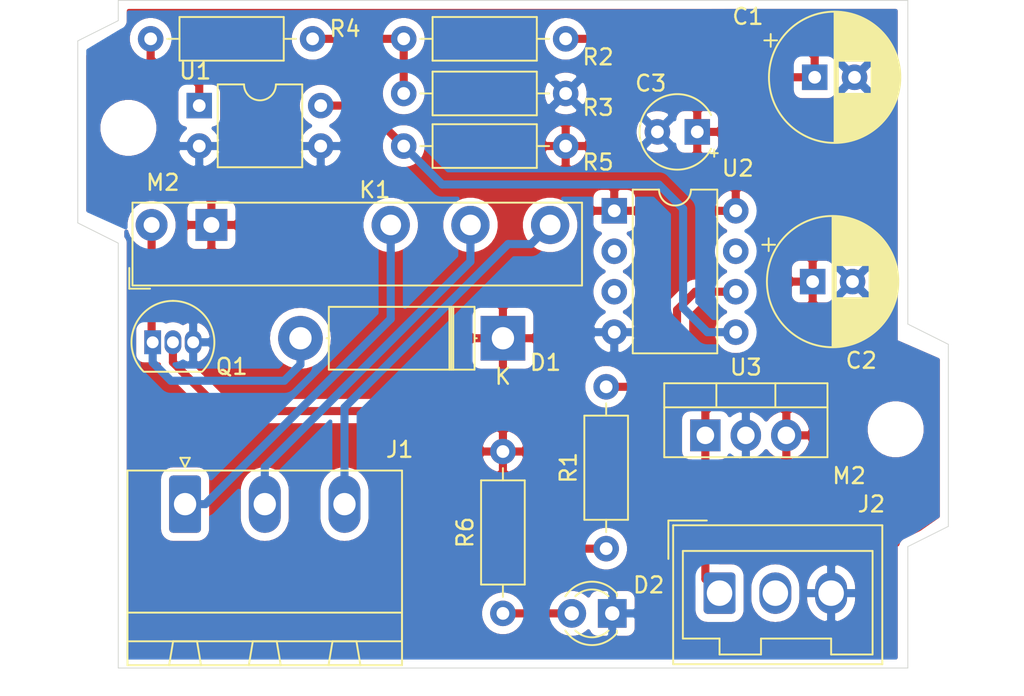
<source format=kicad_pcb>
(kicad_pcb (version 20171130) (host pcbnew "(5.1.2)-1")

  (general
    (thickness 1.6)
    (drawings 12)
    (tracks 58)
    (zones 0)
    (modules 20)
    (nets 14)
  )

  (page A4)
  (layers
    (0 F.Cu signal)
    (31 B.Cu signal)
    (32 B.Adhes user)
    (33 F.Adhes user)
    (34 B.Paste user)
    (35 F.Paste user)
    (36 B.SilkS user)
    (37 F.SilkS user)
    (38 B.Mask user)
    (39 F.Mask user)
    (40 Dwgs.User user)
    (41 Cmts.User user)
    (42 Eco1.User user)
    (43 Eco2.User user)
    (44 Edge.Cuts user)
    (45 Margin user)
    (46 B.CrtYd user)
    (47 F.CrtYd user)
    (48 B.Fab user)
    (49 F.Fab user)
  )

  (setup
    (last_trace_width 0.508)
    (user_trace_width 0.508)
    (trace_clearance 0.2)
    (zone_clearance 0.508)
    (zone_45_only no)
    (trace_min 0.2)
    (via_size 0.6854)
    (via_drill 0.3302)
    (via_min_size 0.4)
    (via_min_drill 0.3)
    (user_via 0.6854 0.3302)
    (uvia_size 0.3)
    (uvia_drill 0.1)
    (uvias_allowed no)
    (uvia_min_size 0.2)
    (uvia_min_drill 0.1)
    (edge_width 0.05)
    (segment_width 0.2)
    (pcb_text_width 0.3)
    (pcb_text_size 1.5 1.5)
    (mod_edge_width 0.12)
    (mod_text_size 1 1)
    (mod_text_width 0.15)
    (pad_size 1.524 1.524)
    (pad_drill 0.762)
    (pad_to_mask_clearance 0.051)
    (solder_mask_min_width 0.25)
    (aux_axis_origin 0 0)
    (visible_elements FFFDFF7F)
    (pcbplotparams
      (layerselection 0x010fc_ffffffff)
      (usegerberextensions false)
      (usegerberattributes false)
      (usegerberadvancedattributes false)
      (creategerberjobfile false)
      (excludeedgelayer true)
      (linewidth 0.100000)
      (plotframeref false)
      (viasonmask false)
      (mode 1)
      (useauxorigin false)
      (hpglpennumber 1)
      (hpglpenspeed 20)
      (hpglpendiameter 15.000000)
      (psnegative false)
      (psa4output false)
      (plotreference true)
      (plotvalue true)
      (plotinvisibletext false)
      (padsonsilk false)
      (subtractmaskfromsilk false)
      (outputformat 1)
      (mirror false)
      (drillshape 1)
      (scaleselection 1)
      (outputdirectory ""))
  )

  (net 0 "")
  (net 1 /FP+)
  (net 2 GND)
  (net 3 +5V)
  (net 4 "Net-(D1-Pad2)")
  (net 5 "Net-(D2-Pad2)")
  (net 6 /NC)
  (net 7 /COM)
  (net 8 /NO)
  (net 9 "Net-(Q1-Pad2)")
  (net 10 /Relay)
  (net 11 "Net-(R2-Pad1)")
  (net 12 "Net-(R4-Pad1)")
  (net 13 /FP_Input)

  (net_class Default "This is the default net class."
    (clearance 0.2)
    (trace_width 0.254)
    (via_dia 0.6854)
    (via_drill 0.3302)
    (uvia_dia 0.3)
    (uvia_drill 0.1)
    (add_net +5V)
    (add_net /COM)
    (add_net /FP+)
    (add_net /FP_Input)
    (add_net /NC)
    (add_net /NO)
    (add_net /Relay)
    (add_net GND)
    (add_net "Net-(D1-Pad2)")
    (add_net "Net-(D2-Pad2)")
    (add_net "Net-(Q1-Pad2)")
    (add_net "Net-(R2-Pad1)")
    (add_net "Net-(R4-Pad1)")
    (add_net "Net-(U2-Pad2)")
    (add_net "Net-(U2-Pad3)")
    (add_net "Net-(U2-Pad7)")
  )

  (module MountingHole:MountingHole_2.5mm (layer F.Cu) (tedit 56D1B4CB) (tstamp 5CF54002)
    (at 118.745 105.791)
    (descr "Mounting Hole 2.5mm, no annular")
    (tags "mounting hole 2.5mm no annular")
    (attr virtual)
    (fp_text reference M2 (at 2.159 3.429) (layer F.SilkS)
      (effects (font (size 1 1) (thickness 0.15)))
    )
    (fp_text value MountingHole_2.5mm (at 0 3.5) (layer F.Fab)
      (effects (font (size 1 1) (thickness 0.15)))
    )
    (fp_circle (center 0 0) (end 2.75 0) (layer F.CrtYd) (width 0.05))
    (fp_circle (center 0 0) (end 2.5 0) (layer Cmts.User) (width 0.15))
    (fp_text user %R (at 0.3 0) (layer F.Fab)
      (effects (font (size 1 1) (thickness 0.15)))
    )
    (pad 1 np_thru_hole circle (at 0 0) (size 2.5 2.5) (drill 2.5) (layers *.Cu *.Mask))
  )

  (module MountingHole:MountingHole_2.5mm (layer F.Cu) (tedit 56D1B4CB) (tstamp 5CF53FE5)
    (at 166.878 124.714)
    (descr "Mounting Hole 2.5mm, no annular")
    (tags "mounting hole 2.5mm no annular")
    (attr virtual)
    (fp_text reference M2 (at -2.921 2.921) (layer F.SilkS)
      (effects (font (size 1 1) (thickness 0.15)))
    )
    (fp_text value MountingHole_2.5mm (at 0 3.5) (layer F.Fab)
      (effects (font (size 1 1) (thickness 0.15)))
    )
    (fp_circle (center 0 0) (end 2.75 0) (layer F.CrtYd) (width 0.05))
    (fp_circle (center 0 0) (end 2.5 0) (layer Cmts.User) (width 0.15))
    (fp_text user %R (at 0.3 0) (layer F.Fab)
      (effects (font (size 1 1) (thickness 0.15)))
    )
    (pad 1 np_thru_hole circle (at 0 0) (size 2.5 2.5) (drill 2.5) (layers *.Cu *.Mask))
  )

  (module Capacitor_THT:CP_Radial_D8.0mm_P2.50mm (layer F.Cu) (tedit 5AE50EF0) (tstamp 5CF4CF5C)
    (at 161.671 115.443)
    (descr "CP, Radial series, Radial, pin pitch=2.50mm, , diameter=8mm, Electrolytic Capacitor")
    (tags "CP Radial series Radial pin pitch 2.50mm  diameter 8mm Electrolytic Capacitor")
    (path /5CF92671)
    (fp_text reference C2 (at 3.048 4.953) (layer F.SilkS)
      (effects (font (size 1 1) (thickness 0.15)))
    )
    (fp_text value "10uF 50V" (at 1.25 5.25) (layer F.Fab)
      (effects (font (size 1 1) (thickness 0.15)))
    )
    (fp_text user %R (at 1.25 0) (layer F.Fab)
      (effects (font (size 1 1) (thickness 0.15)))
    )
    (fp_line (start -2.759698 -2.715) (end -2.759698 -1.915) (layer F.SilkS) (width 0.12))
    (fp_line (start -3.159698 -2.315) (end -2.359698 -2.315) (layer F.SilkS) (width 0.12))
    (fp_line (start 5.331 -0.533) (end 5.331 0.533) (layer F.SilkS) (width 0.12))
    (fp_line (start 5.291 -0.768) (end 5.291 0.768) (layer F.SilkS) (width 0.12))
    (fp_line (start 5.251 -0.948) (end 5.251 0.948) (layer F.SilkS) (width 0.12))
    (fp_line (start 5.211 -1.098) (end 5.211 1.098) (layer F.SilkS) (width 0.12))
    (fp_line (start 5.171 -1.229) (end 5.171 1.229) (layer F.SilkS) (width 0.12))
    (fp_line (start 5.131 -1.346) (end 5.131 1.346) (layer F.SilkS) (width 0.12))
    (fp_line (start 5.091 -1.453) (end 5.091 1.453) (layer F.SilkS) (width 0.12))
    (fp_line (start 5.051 -1.552) (end 5.051 1.552) (layer F.SilkS) (width 0.12))
    (fp_line (start 5.011 -1.645) (end 5.011 1.645) (layer F.SilkS) (width 0.12))
    (fp_line (start 4.971 -1.731) (end 4.971 1.731) (layer F.SilkS) (width 0.12))
    (fp_line (start 4.931 -1.813) (end 4.931 1.813) (layer F.SilkS) (width 0.12))
    (fp_line (start 4.891 -1.89) (end 4.891 1.89) (layer F.SilkS) (width 0.12))
    (fp_line (start 4.851 -1.964) (end 4.851 1.964) (layer F.SilkS) (width 0.12))
    (fp_line (start 4.811 -2.034) (end 4.811 2.034) (layer F.SilkS) (width 0.12))
    (fp_line (start 4.771 -2.102) (end 4.771 2.102) (layer F.SilkS) (width 0.12))
    (fp_line (start 4.731 -2.166) (end 4.731 2.166) (layer F.SilkS) (width 0.12))
    (fp_line (start 4.691 -2.228) (end 4.691 2.228) (layer F.SilkS) (width 0.12))
    (fp_line (start 4.651 -2.287) (end 4.651 2.287) (layer F.SilkS) (width 0.12))
    (fp_line (start 4.611 -2.345) (end 4.611 2.345) (layer F.SilkS) (width 0.12))
    (fp_line (start 4.571 -2.4) (end 4.571 2.4) (layer F.SilkS) (width 0.12))
    (fp_line (start 4.531 -2.454) (end 4.531 2.454) (layer F.SilkS) (width 0.12))
    (fp_line (start 4.491 -2.505) (end 4.491 2.505) (layer F.SilkS) (width 0.12))
    (fp_line (start 4.451 -2.556) (end 4.451 2.556) (layer F.SilkS) (width 0.12))
    (fp_line (start 4.411 -2.604) (end 4.411 2.604) (layer F.SilkS) (width 0.12))
    (fp_line (start 4.371 -2.651) (end 4.371 2.651) (layer F.SilkS) (width 0.12))
    (fp_line (start 4.331 -2.697) (end 4.331 2.697) (layer F.SilkS) (width 0.12))
    (fp_line (start 4.291 -2.741) (end 4.291 2.741) (layer F.SilkS) (width 0.12))
    (fp_line (start 4.251 -2.784) (end 4.251 2.784) (layer F.SilkS) (width 0.12))
    (fp_line (start 4.211 -2.826) (end 4.211 2.826) (layer F.SilkS) (width 0.12))
    (fp_line (start 4.171 -2.867) (end 4.171 2.867) (layer F.SilkS) (width 0.12))
    (fp_line (start 4.131 -2.907) (end 4.131 2.907) (layer F.SilkS) (width 0.12))
    (fp_line (start 4.091 -2.945) (end 4.091 2.945) (layer F.SilkS) (width 0.12))
    (fp_line (start 4.051 -2.983) (end 4.051 2.983) (layer F.SilkS) (width 0.12))
    (fp_line (start 4.011 -3.019) (end 4.011 3.019) (layer F.SilkS) (width 0.12))
    (fp_line (start 3.971 -3.055) (end 3.971 3.055) (layer F.SilkS) (width 0.12))
    (fp_line (start 3.931 -3.09) (end 3.931 3.09) (layer F.SilkS) (width 0.12))
    (fp_line (start 3.891 -3.124) (end 3.891 3.124) (layer F.SilkS) (width 0.12))
    (fp_line (start 3.851 -3.156) (end 3.851 3.156) (layer F.SilkS) (width 0.12))
    (fp_line (start 3.811 -3.189) (end 3.811 3.189) (layer F.SilkS) (width 0.12))
    (fp_line (start 3.771 -3.22) (end 3.771 3.22) (layer F.SilkS) (width 0.12))
    (fp_line (start 3.731 -3.25) (end 3.731 3.25) (layer F.SilkS) (width 0.12))
    (fp_line (start 3.691 -3.28) (end 3.691 3.28) (layer F.SilkS) (width 0.12))
    (fp_line (start 3.651 -3.309) (end 3.651 3.309) (layer F.SilkS) (width 0.12))
    (fp_line (start 3.611 -3.338) (end 3.611 3.338) (layer F.SilkS) (width 0.12))
    (fp_line (start 3.571 -3.365) (end 3.571 3.365) (layer F.SilkS) (width 0.12))
    (fp_line (start 3.531 1.04) (end 3.531 3.392) (layer F.SilkS) (width 0.12))
    (fp_line (start 3.531 -3.392) (end 3.531 -1.04) (layer F.SilkS) (width 0.12))
    (fp_line (start 3.491 1.04) (end 3.491 3.418) (layer F.SilkS) (width 0.12))
    (fp_line (start 3.491 -3.418) (end 3.491 -1.04) (layer F.SilkS) (width 0.12))
    (fp_line (start 3.451 1.04) (end 3.451 3.444) (layer F.SilkS) (width 0.12))
    (fp_line (start 3.451 -3.444) (end 3.451 -1.04) (layer F.SilkS) (width 0.12))
    (fp_line (start 3.411 1.04) (end 3.411 3.469) (layer F.SilkS) (width 0.12))
    (fp_line (start 3.411 -3.469) (end 3.411 -1.04) (layer F.SilkS) (width 0.12))
    (fp_line (start 3.371 1.04) (end 3.371 3.493) (layer F.SilkS) (width 0.12))
    (fp_line (start 3.371 -3.493) (end 3.371 -1.04) (layer F.SilkS) (width 0.12))
    (fp_line (start 3.331 1.04) (end 3.331 3.517) (layer F.SilkS) (width 0.12))
    (fp_line (start 3.331 -3.517) (end 3.331 -1.04) (layer F.SilkS) (width 0.12))
    (fp_line (start 3.291 1.04) (end 3.291 3.54) (layer F.SilkS) (width 0.12))
    (fp_line (start 3.291 -3.54) (end 3.291 -1.04) (layer F.SilkS) (width 0.12))
    (fp_line (start 3.251 1.04) (end 3.251 3.562) (layer F.SilkS) (width 0.12))
    (fp_line (start 3.251 -3.562) (end 3.251 -1.04) (layer F.SilkS) (width 0.12))
    (fp_line (start 3.211 1.04) (end 3.211 3.584) (layer F.SilkS) (width 0.12))
    (fp_line (start 3.211 -3.584) (end 3.211 -1.04) (layer F.SilkS) (width 0.12))
    (fp_line (start 3.171 1.04) (end 3.171 3.606) (layer F.SilkS) (width 0.12))
    (fp_line (start 3.171 -3.606) (end 3.171 -1.04) (layer F.SilkS) (width 0.12))
    (fp_line (start 3.131 1.04) (end 3.131 3.627) (layer F.SilkS) (width 0.12))
    (fp_line (start 3.131 -3.627) (end 3.131 -1.04) (layer F.SilkS) (width 0.12))
    (fp_line (start 3.091 1.04) (end 3.091 3.647) (layer F.SilkS) (width 0.12))
    (fp_line (start 3.091 -3.647) (end 3.091 -1.04) (layer F.SilkS) (width 0.12))
    (fp_line (start 3.051 1.04) (end 3.051 3.666) (layer F.SilkS) (width 0.12))
    (fp_line (start 3.051 -3.666) (end 3.051 -1.04) (layer F.SilkS) (width 0.12))
    (fp_line (start 3.011 1.04) (end 3.011 3.686) (layer F.SilkS) (width 0.12))
    (fp_line (start 3.011 -3.686) (end 3.011 -1.04) (layer F.SilkS) (width 0.12))
    (fp_line (start 2.971 1.04) (end 2.971 3.704) (layer F.SilkS) (width 0.12))
    (fp_line (start 2.971 -3.704) (end 2.971 -1.04) (layer F.SilkS) (width 0.12))
    (fp_line (start 2.931 1.04) (end 2.931 3.722) (layer F.SilkS) (width 0.12))
    (fp_line (start 2.931 -3.722) (end 2.931 -1.04) (layer F.SilkS) (width 0.12))
    (fp_line (start 2.891 1.04) (end 2.891 3.74) (layer F.SilkS) (width 0.12))
    (fp_line (start 2.891 -3.74) (end 2.891 -1.04) (layer F.SilkS) (width 0.12))
    (fp_line (start 2.851 1.04) (end 2.851 3.757) (layer F.SilkS) (width 0.12))
    (fp_line (start 2.851 -3.757) (end 2.851 -1.04) (layer F.SilkS) (width 0.12))
    (fp_line (start 2.811 1.04) (end 2.811 3.774) (layer F.SilkS) (width 0.12))
    (fp_line (start 2.811 -3.774) (end 2.811 -1.04) (layer F.SilkS) (width 0.12))
    (fp_line (start 2.771 1.04) (end 2.771 3.79) (layer F.SilkS) (width 0.12))
    (fp_line (start 2.771 -3.79) (end 2.771 -1.04) (layer F.SilkS) (width 0.12))
    (fp_line (start 2.731 1.04) (end 2.731 3.805) (layer F.SilkS) (width 0.12))
    (fp_line (start 2.731 -3.805) (end 2.731 -1.04) (layer F.SilkS) (width 0.12))
    (fp_line (start 2.691 1.04) (end 2.691 3.821) (layer F.SilkS) (width 0.12))
    (fp_line (start 2.691 -3.821) (end 2.691 -1.04) (layer F.SilkS) (width 0.12))
    (fp_line (start 2.651 1.04) (end 2.651 3.835) (layer F.SilkS) (width 0.12))
    (fp_line (start 2.651 -3.835) (end 2.651 -1.04) (layer F.SilkS) (width 0.12))
    (fp_line (start 2.611 1.04) (end 2.611 3.85) (layer F.SilkS) (width 0.12))
    (fp_line (start 2.611 -3.85) (end 2.611 -1.04) (layer F.SilkS) (width 0.12))
    (fp_line (start 2.571 1.04) (end 2.571 3.863) (layer F.SilkS) (width 0.12))
    (fp_line (start 2.571 -3.863) (end 2.571 -1.04) (layer F.SilkS) (width 0.12))
    (fp_line (start 2.531 1.04) (end 2.531 3.877) (layer F.SilkS) (width 0.12))
    (fp_line (start 2.531 -3.877) (end 2.531 -1.04) (layer F.SilkS) (width 0.12))
    (fp_line (start 2.491 1.04) (end 2.491 3.889) (layer F.SilkS) (width 0.12))
    (fp_line (start 2.491 -3.889) (end 2.491 -1.04) (layer F.SilkS) (width 0.12))
    (fp_line (start 2.451 1.04) (end 2.451 3.902) (layer F.SilkS) (width 0.12))
    (fp_line (start 2.451 -3.902) (end 2.451 -1.04) (layer F.SilkS) (width 0.12))
    (fp_line (start 2.411 1.04) (end 2.411 3.914) (layer F.SilkS) (width 0.12))
    (fp_line (start 2.411 -3.914) (end 2.411 -1.04) (layer F.SilkS) (width 0.12))
    (fp_line (start 2.371 1.04) (end 2.371 3.925) (layer F.SilkS) (width 0.12))
    (fp_line (start 2.371 -3.925) (end 2.371 -1.04) (layer F.SilkS) (width 0.12))
    (fp_line (start 2.331 1.04) (end 2.331 3.936) (layer F.SilkS) (width 0.12))
    (fp_line (start 2.331 -3.936) (end 2.331 -1.04) (layer F.SilkS) (width 0.12))
    (fp_line (start 2.291 1.04) (end 2.291 3.947) (layer F.SilkS) (width 0.12))
    (fp_line (start 2.291 -3.947) (end 2.291 -1.04) (layer F.SilkS) (width 0.12))
    (fp_line (start 2.251 1.04) (end 2.251 3.957) (layer F.SilkS) (width 0.12))
    (fp_line (start 2.251 -3.957) (end 2.251 -1.04) (layer F.SilkS) (width 0.12))
    (fp_line (start 2.211 1.04) (end 2.211 3.967) (layer F.SilkS) (width 0.12))
    (fp_line (start 2.211 -3.967) (end 2.211 -1.04) (layer F.SilkS) (width 0.12))
    (fp_line (start 2.171 1.04) (end 2.171 3.976) (layer F.SilkS) (width 0.12))
    (fp_line (start 2.171 -3.976) (end 2.171 -1.04) (layer F.SilkS) (width 0.12))
    (fp_line (start 2.131 1.04) (end 2.131 3.985) (layer F.SilkS) (width 0.12))
    (fp_line (start 2.131 -3.985) (end 2.131 -1.04) (layer F.SilkS) (width 0.12))
    (fp_line (start 2.091 1.04) (end 2.091 3.994) (layer F.SilkS) (width 0.12))
    (fp_line (start 2.091 -3.994) (end 2.091 -1.04) (layer F.SilkS) (width 0.12))
    (fp_line (start 2.051 1.04) (end 2.051 4.002) (layer F.SilkS) (width 0.12))
    (fp_line (start 2.051 -4.002) (end 2.051 -1.04) (layer F.SilkS) (width 0.12))
    (fp_line (start 2.011 1.04) (end 2.011 4.01) (layer F.SilkS) (width 0.12))
    (fp_line (start 2.011 -4.01) (end 2.011 -1.04) (layer F.SilkS) (width 0.12))
    (fp_line (start 1.971 1.04) (end 1.971 4.017) (layer F.SilkS) (width 0.12))
    (fp_line (start 1.971 -4.017) (end 1.971 -1.04) (layer F.SilkS) (width 0.12))
    (fp_line (start 1.93 1.04) (end 1.93 4.024) (layer F.SilkS) (width 0.12))
    (fp_line (start 1.93 -4.024) (end 1.93 -1.04) (layer F.SilkS) (width 0.12))
    (fp_line (start 1.89 1.04) (end 1.89 4.03) (layer F.SilkS) (width 0.12))
    (fp_line (start 1.89 -4.03) (end 1.89 -1.04) (layer F.SilkS) (width 0.12))
    (fp_line (start 1.85 1.04) (end 1.85 4.037) (layer F.SilkS) (width 0.12))
    (fp_line (start 1.85 -4.037) (end 1.85 -1.04) (layer F.SilkS) (width 0.12))
    (fp_line (start 1.81 1.04) (end 1.81 4.042) (layer F.SilkS) (width 0.12))
    (fp_line (start 1.81 -4.042) (end 1.81 -1.04) (layer F.SilkS) (width 0.12))
    (fp_line (start 1.77 1.04) (end 1.77 4.048) (layer F.SilkS) (width 0.12))
    (fp_line (start 1.77 -4.048) (end 1.77 -1.04) (layer F.SilkS) (width 0.12))
    (fp_line (start 1.73 1.04) (end 1.73 4.052) (layer F.SilkS) (width 0.12))
    (fp_line (start 1.73 -4.052) (end 1.73 -1.04) (layer F.SilkS) (width 0.12))
    (fp_line (start 1.69 1.04) (end 1.69 4.057) (layer F.SilkS) (width 0.12))
    (fp_line (start 1.69 -4.057) (end 1.69 -1.04) (layer F.SilkS) (width 0.12))
    (fp_line (start 1.65 1.04) (end 1.65 4.061) (layer F.SilkS) (width 0.12))
    (fp_line (start 1.65 -4.061) (end 1.65 -1.04) (layer F.SilkS) (width 0.12))
    (fp_line (start 1.61 1.04) (end 1.61 4.065) (layer F.SilkS) (width 0.12))
    (fp_line (start 1.61 -4.065) (end 1.61 -1.04) (layer F.SilkS) (width 0.12))
    (fp_line (start 1.57 1.04) (end 1.57 4.068) (layer F.SilkS) (width 0.12))
    (fp_line (start 1.57 -4.068) (end 1.57 -1.04) (layer F.SilkS) (width 0.12))
    (fp_line (start 1.53 1.04) (end 1.53 4.071) (layer F.SilkS) (width 0.12))
    (fp_line (start 1.53 -4.071) (end 1.53 -1.04) (layer F.SilkS) (width 0.12))
    (fp_line (start 1.49 1.04) (end 1.49 4.074) (layer F.SilkS) (width 0.12))
    (fp_line (start 1.49 -4.074) (end 1.49 -1.04) (layer F.SilkS) (width 0.12))
    (fp_line (start 1.45 -4.076) (end 1.45 4.076) (layer F.SilkS) (width 0.12))
    (fp_line (start 1.41 -4.077) (end 1.41 4.077) (layer F.SilkS) (width 0.12))
    (fp_line (start 1.37 -4.079) (end 1.37 4.079) (layer F.SilkS) (width 0.12))
    (fp_line (start 1.33 -4.08) (end 1.33 4.08) (layer F.SilkS) (width 0.12))
    (fp_line (start 1.29 -4.08) (end 1.29 4.08) (layer F.SilkS) (width 0.12))
    (fp_line (start 1.25 -4.08) (end 1.25 4.08) (layer F.SilkS) (width 0.12))
    (fp_line (start -1.776759 -2.1475) (end -1.776759 -1.3475) (layer F.Fab) (width 0.1))
    (fp_line (start -2.176759 -1.7475) (end -1.376759 -1.7475) (layer F.Fab) (width 0.1))
    (fp_circle (center 1.25 0) (end 5.5 0) (layer F.CrtYd) (width 0.05))
    (fp_circle (center 1.25 0) (end 5.37 0) (layer F.SilkS) (width 0.12))
    (fp_circle (center 1.25 0) (end 5.25 0) (layer F.Fab) (width 0.1))
    (pad 2 thru_hole circle (at 2.5 0) (size 1.6 1.6) (drill 0.8) (layers *.Cu *.Mask)
      (net 2 GND))
    (pad 1 thru_hole rect (at 0 0) (size 1.6 1.6) (drill 0.8) (layers *.Cu *.Mask)
      (net 3 +5V))
    (model ${KISYS3DMOD}/Capacitor_THT.3dshapes/CP_Radial_D8.0mm_P2.50mm.wrl
      (at (xyz 0 0 0))
      (scale (xyz 1 1 1))
      (rotate (xyz 0 0 0))
    )
  )

  (module Capacitor_THT:CP_Radial_D8.0mm_P2.50mm (layer F.Cu) (tedit 5AE50EF0) (tstamp 5CF4CE3B)
    (at 161.798 102.616)
    (descr "CP, Radial series, Radial, pin pitch=2.50mm, , diameter=8mm, Electrolytic Capacitor")
    (tags "CP Radial series Radial pin pitch 2.50mm  diameter 8mm Electrolytic Capacitor")
    (path /5CF9219D)
    (fp_text reference C1 (at -4.191 -3.81) (layer F.SilkS)
      (effects (font (size 1 1) (thickness 0.15)))
    )
    (fp_text value "100uF 50V" (at 1.25 5.25) (layer F.Fab)
      (effects (font (size 1 1) (thickness 0.15)))
    )
    (fp_text user %R (at 1.25 0) (layer F.Fab)
      (effects (font (size 1 1) (thickness 0.15)))
    )
    (fp_line (start -2.759698 -2.715) (end -2.759698 -1.915) (layer F.SilkS) (width 0.12))
    (fp_line (start -3.159698 -2.315) (end -2.359698 -2.315) (layer F.SilkS) (width 0.12))
    (fp_line (start 5.331 -0.533) (end 5.331 0.533) (layer F.SilkS) (width 0.12))
    (fp_line (start 5.291 -0.768) (end 5.291 0.768) (layer F.SilkS) (width 0.12))
    (fp_line (start 5.251 -0.948) (end 5.251 0.948) (layer F.SilkS) (width 0.12))
    (fp_line (start 5.211 -1.098) (end 5.211 1.098) (layer F.SilkS) (width 0.12))
    (fp_line (start 5.171 -1.229) (end 5.171 1.229) (layer F.SilkS) (width 0.12))
    (fp_line (start 5.131 -1.346) (end 5.131 1.346) (layer F.SilkS) (width 0.12))
    (fp_line (start 5.091 -1.453) (end 5.091 1.453) (layer F.SilkS) (width 0.12))
    (fp_line (start 5.051 -1.552) (end 5.051 1.552) (layer F.SilkS) (width 0.12))
    (fp_line (start 5.011 -1.645) (end 5.011 1.645) (layer F.SilkS) (width 0.12))
    (fp_line (start 4.971 -1.731) (end 4.971 1.731) (layer F.SilkS) (width 0.12))
    (fp_line (start 4.931 -1.813) (end 4.931 1.813) (layer F.SilkS) (width 0.12))
    (fp_line (start 4.891 -1.89) (end 4.891 1.89) (layer F.SilkS) (width 0.12))
    (fp_line (start 4.851 -1.964) (end 4.851 1.964) (layer F.SilkS) (width 0.12))
    (fp_line (start 4.811 -2.034) (end 4.811 2.034) (layer F.SilkS) (width 0.12))
    (fp_line (start 4.771 -2.102) (end 4.771 2.102) (layer F.SilkS) (width 0.12))
    (fp_line (start 4.731 -2.166) (end 4.731 2.166) (layer F.SilkS) (width 0.12))
    (fp_line (start 4.691 -2.228) (end 4.691 2.228) (layer F.SilkS) (width 0.12))
    (fp_line (start 4.651 -2.287) (end 4.651 2.287) (layer F.SilkS) (width 0.12))
    (fp_line (start 4.611 -2.345) (end 4.611 2.345) (layer F.SilkS) (width 0.12))
    (fp_line (start 4.571 -2.4) (end 4.571 2.4) (layer F.SilkS) (width 0.12))
    (fp_line (start 4.531 -2.454) (end 4.531 2.454) (layer F.SilkS) (width 0.12))
    (fp_line (start 4.491 -2.505) (end 4.491 2.505) (layer F.SilkS) (width 0.12))
    (fp_line (start 4.451 -2.556) (end 4.451 2.556) (layer F.SilkS) (width 0.12))
    (fp_line (start 4.411 -2.604) (end 4.411 2.604) (layer F.SilkS) (width 0.12))
    (fp_line (start 4.371 -2.651) (end 4.371 2.651) (layer F.SilkS) (width 0.12))
    (fp_line (start 4.331 -2.697) (end 4.331 2.697) (layer F.SilkS) (width 0.12))
    (fp_line (start 4.291 -2.741) (end 4.291 2.741) (layer F.SilkS) (width 0.12))
    (fp_line (start 4.251 -2.784) (end 4.251 2.784) (layer F.SilkS) (width 0.12))
    (fp_line (start 4.211 -2.826) (end 4.211 2.826) (layer F.SilkS) (width 0.12))
    (fp_line (start 4.171 -2.867) (end 4.171 2.867) (layer F.SilkS) (width 0.12))
    (fp_line (start 4.131 -2.907) (end 4.131 2.907) (layer F.SilkS) (width 0.12))
    (fp_line (start 4.091 -2.945) (end 4.091 2.945) (layer F.SilkS) (width 0.12))
    (fp_line (start 4.051 -2.983) (end 4.051 2.983) (layer F.SilkS) (width 0.12))
    (fp_line (start 4.011 -3.019) (end 4.011 3.019) (layer F.SilkS) (width 0.12))
    (fp_line (start 3.971 -3.055) (end 3.971 3.055) (layer F.SilkS) (width 0.12))
    (fp_line (start 3.931 -3.09) (end 3.931 3.09) (layer F.SilkS) (width 0.12))
    (fp_line (start 3.891 -3.124) (end 3.891 3.124) (layer F.SilkS) (width 0.12))
    (fp_line (start 3.851 -3.156) (end 3.851 3.156) (layer F.SilkS) (width 0.12))
    (fp_line (start 3.811 -3.189) (end 3.811 3.189) (layer F.SilkS) (width 0.12))
    (fp_line (start 3.771 -3.22) (end 3.771 3.22) (layer F.SilkS) (width 0.12))
    (fp_line (start 3.731 -3.25) (end 3.731 3.25) (layer F.SilkS) (width 0.12))
    (fp_line (start 3.691 -3.28) (end 3.691 3.28) (layer F.SilkS) (width 0.12))
    (fp_line (start 3.651 -3.309) (end 3.651 3.309) (layer F.SilkS) (width 0.12))
    (fp_line (start 3.611 -3.338) (end 3.611 3.338) (layer F.SilkS) (width 0.12))
    (fp_line (start 3.571 -3.365) (end 3.571 3.365) (layer F.SilkS) (width 0.12))
    (fp_line (start 3.531 1.04) (end 3.531 3.392) (layer F.SilkS) (width 0.12))
    (fp_line (start 3.531 -3.392) (end 3.531 -1.04) (layer F.SilkS) (width 0.12))
    (fp_line (start 3.491 1.04) (end 3.491 3.418) (layer F.SilkS) (width 0.12))
    (fp_line (start 3.491 -3.418) (end 3.491 -1.04) (layer F.SilkS) (width 0.12))
    (fp_line (start 3.451 1.04) (end 3.451 3.444) (layer F.SilkS) (width 0.12))
    (fp_line (start 3.451 -3.444) (end 3.451 -1.04) (layer F.SilkS) (width 0.12))
    (fp_line (start 3.411 1.04) (end 3.411 3.469) (layer F.SilkS) (width 0.12))
    (fp_line (start 3.411 -3.469) (end 3.411 -1.04) (layer F.SilkS) (width 0.12))
    (fp_line (start 3.371 1.04) (end 3.371 3.493) (layer F.SilkS) (width 0.12))
    (fp_line (start 3.371 -3.493) (end 3.371 -1.04) (layer F.SilkS) (width 0.12))
    (fp_line (start 3.331 1.04) (end 3.331 3.517) (layer F.SilkS) (width 0.12))
    (fp_line (start 3.331 -3.517) (end 3.331 -1.04) (layer F.SilkS) (width 0.12))
    (fp_line (start 3.291 1.04) (end 3.291 3.54) (layer F.SilkS) (width 0.12))
    (fp_line (start 3.291 -3.54) (end 3.291 -1.04) (layer F.SilkS) (width 0.12))
    (fp_line (start 3.251 1.04) (end 3.251 3.562) (layer F.SilkS) (width 0.12))
    (fp_line (start 3.251 -3.562) (end 3.251 -1.04) (layer F.SilkS) (width 0.12))
    (fp_line (start 3.211 1.04) (end 3.211 3.584) (layer F.SilkS) (width 0.12))
    (fp_line (start 3.211 -3.584) (end 3.211 -1.04) (layer F.SilkS) (width 0.12))
    (fp_line (start 3.171 1.04) (end 3.171 3.606) (layer F.SilkS) (width 0.12))
    (fp_line (start 3.171 -3.606) (end 3.171 -1.04) (layer F.SilkS) (width 0.12))
    (fp_line (start 3.131 1.04) (end 3.131 3.627) (layer F.SilkS) (width 0.12))
    (fp_line (start 3.131 -3.627) (end 3.131 -1.04) (layer F.SilkS) (width 0.12))
    (fp_line (start 3.091 1.04) (end 3.091 3.647) (layer F.SilkS) (width 0.12))
    (fp_line (start 3.091 -3.647) (end 3.091 -1.04) (layer F.SilkS) (width 0.12))
    (fp_line (start 3.051 1.04) (end 3.051 3.666) (layer F.SilkS) (width 0.12))
    (fp_line (start 3.051 -3.666) (end 3.051 -1.04) (layer F.SilkS) (width 0.12))
    (fp_line (start 3.011 1.04) (end 3.011 3.686) (layer F.SilkS) (width 0.12))
    (fp_line (start 3.011 -3.686) (end 3.011 -1.04) (layer F.SilkS) (width 0.12))
    (fp_line (start 2.971 1.04) (end 2.971 3.704) (layer F.SilkS) (width 0.12))
    (fp_line (start 2.971 -3.704) (end 2.971 -1.04) (layer F.SilkS) (width 0.12))
    (fp_line (start 2.931 1.04) (end 2.931 3.722) (layer F.SilkS) (width 0.12))
    (fp_line (start 2.931 -3.722) (end 2.931 -1.04) (layer F.SilkS) (width 0.12))
    (fp_line (start 2.891 1.04) (end 2.891 3.74) (layer F.SilkS) (width 0.12))
    (fp_line (start 2.891 -3.74) (end 2.891 -1.04) (layer F.SilkS) (width 0.12))
    (fp_line (start 2.851 1.04) (end 2.851 3.757) (layer F.SilkS) (width 0.12))
    (fp_line (start 2.851 -3.757) (end 2.851 -1.04) (layer F.SilkS) (width 0.12))
    (fp_line (start 2.811 1.04) (end 2.811 3.774) (layer F.SilkS) (width 0.12))
    (fp_line (start 2.811 -3.774) (end 2.811 -1.04) (layer F.SilkS) (width 0.12))
    (fp_line (start 2.771 1.04) (end 2.771 3.79) (layer F.SilkS) (width 0.12))
    (fp_line (start 2.771 -3.79) (end 2.771 -1.04) (layer F.SilkS) (width 0.12))
    (fp_line (start 2.731 1.04) (end 2.731 3.805) (layer F.SilkS) (width 0.12))
    (fp_line (start 2.731 -3.805) (end 2.731 -1.04) (layer F.SilkS) (width 0.12))
    (fp_line (start 2.691 1.04) (end 2.691 3.821) (layer F.SilkS) (width 0.12))
    (fp_line (start 2.691 -3.821) (end 2.691 -1.04) (layer F.SilkS) (width 0.12))
    (fp_line (start 2.651 1.04) (end 2.651 3.835) (layer F.SilkS) (width 0.12))
    (fp_line (start 2.651 -3.835) (end 2.651 -1.04) (layer F.SilkS) (width 0.12))
    (fp_line (start 2.611 1.04) (end 2.611 3.85) (layer F.SilkS) (width 0.12))
    (fp_line (start 2.611 -3.85) (end 2.611 -1.04) (layer F.SilkS) (width 0.12))
    (fp_line (start 2.571 1.04) (end 2.571 3.863) (layer F.SilkS) (width 0.12))
    (fp_line (start 2.571 -3.863) (end 2.571 -1.04) (layer F.SilkS) (width 0.12))
    (fp_line (start 2.531 1.04) (end 2.531 3.877) (layer F.SilkS) (width 0.12))
    (fp_line (start 2.531 -3.877) (end 2.531 -1.04) (layer F.SilkS) (width 0.12))
    (fp_line (start 2.491 1.04) (end 2.491 3.889) (layer F.SilkS) (width 0.12))
    (fp_line (start 2.491 -3.889) (end 2.491 -1.04) (layer F.SilkS) (width 0.12))
    (fp_line (start 2.451 1.04) (end 2.451 3.902) (layer F.SilkS) (width 0.12))
    (fp_line (start 2.451 -3.902) (end 2.451 -1.04) (layer F.SilkS) (width 0.12))
    (fp_line (start 2.411 1.04) (end 2.411 3.914) (layer F.SilkS) (width 0.12))
    (fp_line (start 2.411 -3.914) (end 2.411 -1.04) (layer F.SilkS) (width 0.12))
    (fp_line (start 2.371 1.04) (end 2.371 3.925) (layer F.SilkS) (width 0.12))
    (fp_line (start 2.371 -3.925) (end 2.371 -1.04) (layer F.SilkS) (width 0.12))
    (fp_line (start 2.331 1.04) (end 2.331 3.936) (layer F.SilkS) (width 0.12))
    (fp_line (start 2.331 -3.936) (end 2.331 -1.04) (layer F.SilkS) (width 0.12))
    (fp_line (start 2.291 1.04) (end 2.291 3.947) (layer F.SilkS) (width 0.12))
    (fp_line (start 2.291 -3.947) (end 2.291 -1.04) (layer F.SilkS) (width 0.12))
    (fp_line (start 2.251 1.04) (end 2.251 3.957) (layer F.SilkS) (width 0.12))
    (fp_line (start 2.251 -3.957) (end 2.251 -1.04) (layer F.SilkS) (width 0.12))
    (fp_line (start 2.211 1.04) (end 2.211 3.967) (layer F.SilkS) (width 0.12))
    (fp_line (start 2.211 -3.967) (end 2.211 -1.04) (layer F.SilkS) (width 0.12))
    (fp_line (start 2.171 1.04) (end 2.171 3.976) (layer F.SilkS) (width 0.12))
    (fp_line (start 2.171 -3.976) (end 2.171 -1.04) (layer F.SilkS) (width 0.12))
    (fp_line (start 2.131 1.04) (end 2.131 3.985) (layer F.SilkS) (width 0.12))
    (fp_line (start 2.131 -3.985) (end 2.131 -1.04) (layer F.SilkS) (width 0.12))
    (fp_line (start 2.091 1.04) (end 2.091 3.994) (layer F.SilkS) (width 0.12))
    (fp_line (start 2.091 -3.994) (end 2.091 -1.04) (layer F.SilkS) (width 0.12))
    (fp_line (start 2.051 1.04) (end 2.051 4.002) (layer F.SilkS) (width 0.12))
    (fp_line (start 2.051 -4.002) (end 2.051 -1.04) (layer F.SilkS) (width 0.12))
    (fp_line (start 2.011 1.04) (end 2.011 4.01) (layer F.SilkS) (width 0.12))
    (fp_line (start 2.011 -4.01) (end 2.011 -1.04) (layer F.SilkS) (width 0.12))
    (fp_line (start 1.971 1.04) (end 1.971 4.017) (layer F.SilkS) (width 0.12))
    (fp_line (start 1.971 -4.017) (end 1.971 -1.04) (layer F.SilkS) (width 0.12))
    (fp_line (start 1.93 1.04) (end 1.93 4.024) (layer F.SilkS) (width 0.12))
    (fp_line (start 1.93 -4.024) (end 1.93 -1.04) (layer F.SilkS) (width 0.12))
    (fp_line (start 1.89 1.04) (end 1.89 4.03) (layer F.SilkS) (width 0.12))
    (fp_line (start 1.89 -4.03) (end 1.89 -1.04) (layer F.SilkS) (width 0.12))
    (fp_line (start 1.85 1.04) (end 1.85 4.037) (layer F.SilkS) (width 0.12))
    (fp_line (start 1.85 -4.037) (end 1.85 -1.04) (layer F.SilkS) (width 0.12))
    (fp_line (start 1.81 1.04) (end 1.81 4.042) (layer F.SilkS) (width 0.12))
    (fp_line (start 1.81 -4.042) (end 1.81 -1.04) (layer F.SilkS) (width 0.12))
    (fp_line (start 1.77 1.04) (end 1.77 4.048) (layer F.SilkS) (width 0.12))
    (fp_line (start 1.77 -4.048) (end 1.77 -1.04) (layer F.SilkS) (width 0.12))
    (fp_line (start 1.73 1.04) (end 1.73 4.052) (layer F.SilkS) (width 0.12))
    (fp_line (start 1.73 -4.052) (end 1.73 -1.04) (layer F.SilkS) (width 0.12))
    (fp_line (start 1.69 1.04) (end 1.69 4.057) (layer F.SilkS) (width 0.12))
    (fp_line (start 1.69 -4.057) (end 1.69 -1.04) (layer F.SilkS) (width 0.12))
    (fp_line (start 1.65 1.04) (end 1.65 4.061) (layer F.SilkS) (width 0.12))
    (fp_line (start 1.65 -4.061) (end 1.65 -1.04) (layer F.SilkS) (width 0.12))
    (fp_line (start 1.61 1.04) (end 1.61 4.065) (layer F.SilkS) (width 0.12))
    (fp_line (start 1.61 -4.065) (end 1.61 -1.04) (layer F.SilkS) (width 0.12))
    (fp_line (start 1.57 1.04) (end 1.57 4.068) (layer F.SilkS) (width 0.12))
    (fp_line (start 1.57 -4.068) (end 1.57 -1.04) (layer F.SilkS) (width 0.12))
    (fp_line (start 1.53 1.04) (end 1.53 4.071) (layer F.SilkS) (width 0.12))
    (fp_line (start 1.53 -4.071) (end 1.53 -1.04) (layer F.SilkS) (width 0.12))
    (fp_line (start 1.49 1.04) (end 1.49 4.074) (layer F.SilkS) (width 0.12))
    (fp_line (start 1.49 -4.074) (end 1.49 -1.04) (layer F.SilkS) (width 0.12))
    (fp_line (start 1.45 -4.076) (end 1.45 4.076) (layer F.SilkS) (width 0.12))
    (fp_line (start 1.41 -4.077) (end 1.41 4.077) (layer F.SilkS) (width 0.12))
    (fp_line (start 1.37 -4.079) (end 1.37 4.079) (layer F.SilkS) (width 0.12))
    (fp_line (start 1.33 -4.08) (end 1.33 4.08) (layer F.SilkS) (width 0.12))
    (fp_line (start 1.29 -4.08) (end 1.29 4.08) (layer F.SilkS) (width 0.12))
    (fp_line (start 1.25 -4.08) (end 1.25 4.08) (layer F.SilkS) (width 0.12))
    (fp_line (start -1.776759 -2.1475) (end -1.776759 -1.3475) (layer F.Fab) (width 0.1))
    (fp_line (start -2.176759 -1.7475) (end -1.376759 -1.7475) (layer F.Fab) (width 0.1))
    (fp_circle (center 1.25 0) (end 5.5 0) (layer F.CrtYd) (width 0.05))
    (fp_circle (center 1.25 0) (end 5.37 0) (layer F.SilkS) (width 0.12))
    (fp_circle (center 1.25 0) (end 5.25 0) (layer F.Fab) (width 0.1))
    (pad 2 thru_hole circle (at 2.5 0) (size 1.6 1.6) (drill 0.8) (layers *.Cu *.Mask)
      (net 2 GND))
    (pad 1 thru_hole rect (at 0 0) (size 1.6 1.6) (drill 0.8) (layers *.Cu *.Mask)
      (net 1 /FP+))
    (model ${KISYS3DMOD}/Capacitor_THT.3dshapes/CP_Radial_D8.0mm_P2.50mm.wrl
      (at (xyz 0 0 0))
      (scale (xyz 1 1 1))
      (rotate (xyz 0 0 0))
    )
  )

  (module Package_TO_SOT_THT:TO-220-3_Vertical (layer F.Cu) (tedit 5AC8BA0D) (tstamp 5CF507A2)
    (at 154.94 125.095)
    (descr "TO-220-3, Vertical, RM 2.54mm, see https://www.vishay.com/docs/66542/to-220-1.pdf")
    (tags "TO-220-3 Vertical RM 2.54mm")
    (path /5CFC6CC5)
    (fp_text reference U3 (at 2.54 -4.27) (layer F.SilkS)
      (effects (font (size 1 1) (thickness 0.15)))
    )
    (fp_text value LM7805_TO220 (at 2.54 2.5) (layer F.Fab)
      (effects (font (size 1 1) (thickness 0.15)))
    )
    (fp_text user %R (at 2.54 -4.27) (layer F.Fab)
      (effects (font (size 1 1) (thickness 0.15)))
    )
    (fp_line (start 7.79 -3.4) (end -2.71 -3.4) (layer F.CrtYd) (width 0.05))
    (fp_line (start 7.79 1.51) (end 7.79 -3.4) (layer F.CrtYd) (width 0.05))
    (fp_line (start -2.71 1.51) (end 7.79 1.51) (layer F.CrtYd) (width 0.05))
    (fp_line (start -2.71 -3.4) (end -2.71 1.51) (layer F.CrtYd) (width 0.05))
    (fp_line (start 4.391 -3.27) (end 4.391 -1.76) (layer F.SilkS) (width 0.12))
    (fp_line (start 0.69 -3.27) (end 0.69 -1.76) (layer F.SilkS) (width 0.12))
    (fp_line (start -2.58 -1.76) (end 7.66 -1.76) (layer F.SilkS) (width 0.12))
    (fp_line (start 7.66 -3.27) (end 7.66 1.371) (layer F.SilkS) (width 0.12))
    (fp_line (start -2.58 -3.27) (end -2.58 1.371) (layer F.SilkS) (width 0.12))
    (fp_line (start -2.58 1.371) (end 7.66 1.371) (layer F.SilkS) (width 0.12))
    (fp_line (start -2.58 -3.27) (end 7.66 -3.27) (layer F.SilkS) (width 0.12))
    (fp_line (start 4.39 -3.15) (end 4.39 -1.88) (layer F.Fab) (width 0.1))
    (fp_line (start 0.69 -3.15) (end 0.69 -1.88) (layer F.Fab) (width 0.1))
    (fp_line (start -2.46 -1.88) (end 7.54 -1.88) (layer F.Fab) (width 0.1))
    (fp_line (start 7.54 -3.15) (end -2.46 -3.15) (layer F.Fab) (width 0.1))
    (fp_line (start 7.54 1.25) (end 7.54 -3.15) (layer F.Fab) (width 0.1))
    (fp_line (start -2.46 1.25) (end 7.54 1.25) (layer F.Fab) (width 0.1))
    (fp_line (start -2.46 -3.15) (end -2.46 1.25) (layer F.Fab) (width 0.1))
    (pad 3 thru_hole oval (at 5.08 0) (size 1.905 2) (drill 1.1) (layers *.Cu *.Mask)
      (net 3 +5V))
    (pad 2 thru_hole oval (at 2.54 0) (size 1.905 2) (drill 1.1) (layers *.Cu *.Mask)
      (net 2 GND))
    (pad 1 thru_hole rect (at 0 0) (size 1.905 2) (drill 1.1) (layers *.Cu *.Mask)
      (net 1 /FP+))
    (model ${KISYS3DMOD}/Package_TO_SOT_THT.3dshapes/TO-220-3_Vertical.wrl
      (at (xyz 0 0 0))
      (scale (xyz 1 1 1))
      (rotate (xyz 0 0 0))
    )
  )

  (module Capacitor_THT:CP_Radial_Tantal_D4.5mm_P2.50mm (layer F.Cu) (tedit 5AE50EF0) (tstamp 5CF4CF6A)
    (at 154.432 106.045 180)
    (descr "CP, Radial_Tantal series, Radial, pin pitch=2.50mm, , diameter=4.5mm, Tantal Electrolytic Capacitor, http://cdn-reichelt.de/documents/datenblatt/B300/TANTAL-TB-Serie%23.pdf")
    (tags "CP Radial_Tantal series Radial pin pitch 2.50mm  diameter 4.5mm Tantal Electrolytic Capacitor")
    (path /5CFA6E98)
    (fp_text reference C3 (at 2.921 3.048) (layer F.SilkS)
      (effects (font (size 1 1) (thickness 0.15)))
    )
    (fp_text value 100nF (at 1.25 3.5) (layer F.Fab)
      (effects (font (size 1 1) (thickness 0.15)))
    )
    (fp_arc (start 1.25 0) (end -0.869741 -1.06) (angle 306.864288) (layer F.SilkS) (width 0.12))
    (fp_circle (center 1.25 0) (end 3.5 0) (layer F.Fab) (width 0.1))
    (fp_circle (center 1.25 0) (end 3.78 0) (layer F.CrtYd) (width 0.05))
    (fp_line (start -0.66808 -0.9775) (end -0.21808 -0.9775) (layer F.Fab) (width 0.1))
    (fp_line (start -0.44308 -1.2025) (end -0.44308 -0.7525) (layer F.Fab) (width 0.1))
    (fp_line (start -1.287288 -1.335) (end -0.837288 -1.335) (layer F.SilkS) (width 0.12))
    (fp_line (start -1.062288 -1.56) (end -1.062288 -1.11) (layer F.SilkS) (width 0.12))
    (fp_text user %R (at 1.25 0) (layer F.Fab)
      (effects (font (size 0.9 0.9) (thickness 0.135)))
    )
    (pad 1 thru_hole rect (at 0 0 180) (size 1.6 1.6) (drill 0.8) (layers *.Cu *.Mask)
      (net 3 +5V))
    (pad 2 thru_hole circle (at 2.5 0 180) (size 1.6 1.6) (drill 0.8) (layers *.Cu *.Mask)
      (net 2 GND))
    (model ${KISYS3DMOD}/Capacitor_THT.3dshapes/CP_Radial_Tantal_D4.5mm_P2.50mm.wrl
      (at (xyz 0 0 0))
      (scale (xyz 1 1 1))
      (rotate (xyz 0 0 0))
    )
  )

  (module Diode_THT:D_5W_P12.70mm_Horizontal (layer F.Cu) (tedit 5AE50CD5) (tstamp 5CF4CF89)
    (at 142.24 118.999 180)
    (descr "Diode, 5W series, Axial, Horizontal, pin pitch=12.7mm, , length*diameter=8.9*3.7mm^2, , http://www.diodes.com/_files/packages/8686949.gif")
    (tags "Diode 5W series Axial Horizontal pin pitch 12.7mm  length 8.9mm diameter 3.7mm")
    (path /5CF472F1)
    (fp_text reference D1 (at -2.667 -1.524) (layer F.SilkS)
      (effects (font (size 1 1) (thickness 0.15)))
    )
    (fp_text value D (at 6.35 2.97) (layer F.Fab)
      (effects (font (size 1 1) (thickness 0.15)))
    )
    (fp_line (start 1.9 -1.85) (end 1.9 1.85) (layer F.Fab) (width 0.1))
    (fp_line (start 1.9 1.85) (end 10.8 1.85) (layer F.Fab) (width 0.1))
    (fp_line (start 10.8 1.85) (end 10.8 -1.85) (layer F.Fab) (width 0.1))
    (fp_line (start 10.8 -1.85) (end 1.9 -1.85) (layer F.Fab) (width 0.1))
    (fp_line (start 0 0) (end 1.9 0) (layer F.Fab) (width 0.1))
    (fp_line (start 12.7 0) (end 10.8 0) (layer F.Fab) (width 0.1))
    (fp_line (start 3.235 -1.85) (end 3.235 1.85) (layer F.Fab) (width 0.1))
    (fp_line (start 3.335 -1.85) (end 3.335 1.85) (layer F.Fab) (width 0.1))
    (fp_line (start 3.135 -1.85) (end 3.135 1.85) (layer F.Fab) (width 0.1))
    (fp_line (start 1.78 -1.97) (end 1.78 1.97) (layer F.SilkS) (width 0.12))
    (fp_line (start 1.78 1.97) (end 10.92 1.97) (layer F.SilkS) (width 0.12))
    (fp_line (start 10.92 1.97) (end 10.92 -1.97) (layer F.SilkS) (width 0.12))
    (fp_line (start 10.92 -1.97) (end 1.78 -1.97) (layer F.SilkS) (width 0.12))
    (fp_line (start 1.64 0) (end 1.78 0) (layer F.SilkS) (width 0.12))
    (fp_line (start 11.06 0) (end 10.92 0) (layer F.SilkS) (width 0.12))
    (fp_line (start 3.235 -1.97) (end 3.235 1.97) (layer F.SilkS) (width 0.12))
    (fp_line (start 3.355 -1.97) (end 3.355 1.97) (layer F.SilkS) (width 0.12))
    (fp_line (start 3.115 -1.97) (end 3.115 1.97) (layer F.SilkS) (width 0.12))
    (fp_line (start -1.65 -2.1) (end -1.65 2.1) (layer F.CrtYd) (width 0.05))
    (fp_line (start -1.65 2.1) (end 14.35 2.1) (layer F.CrtYd) (width 0.05))
    (fp_line (start 14.35 2.1) (end 14.35 -2.1) (layer F.CrtYd) (width 0.05))
    (fp_line (start 14.35 -2.1) (end -1.65 -2.1) (layer F.CrtYd) (width 0.05))
    (fp_text user %R (at 7.0175 0) (layer F.Fab)
      (effects (font (size 1 1) (thickness 0.15)))
    )
    (fp_text user K (at 0 -2.4) (layer F.Fab)
      (effects (font (size 1 1) (thickness 0.15)))
    )
    (fp_text user K (at 0 -2.4) (layer F.SilkS)
      (effects (font (size 1 1) (thickness 0.15)))
    )
    (pad 1 thru_hole rect (at 0 0 180) (size 2.8 2.8) (drill 1.4) (layers *.Cu *.Mask)
      (net 3 +5V))
    (pad 2 thru_hole oval (at 12.7 0 180) (size 2.8 2.8) (drill 1.4) (layers *.Cu *.Mask)
      (net 4 "Net-(D1-Pad2)"))
    (model ${KISYS3DMOD}/Diode_THT.3dshapes/D_5W_P12.70mm_Horizontal.wrl
      (at (xyz 0 0 0))
      (scale (xyz 1 1 1))
      (rotate (xyz 0 0 0))
    )
  )

  (module LED_THT:LED_D3.0mm (layer F.Cu) (tedit 587A3A7B) (tstamp 5CF4CF9C)
    (at 149.098 136.271 180)
    (descr "LED, diameter 3.0mm, 2 pins")
    (tags "LED diameter 3.0mm 2 pins")
    (path /5CF9ECF9)
    (fp_text reference D2 (at -2.286 1.778) (layer F.SilkS)
      (effects (font (size 1 1) (thickness 0.15)))
    )
    (fp_text value Green (at 1.27 2.96) (layer F.Fab)
      (effects (font (size 1 1) (thickness 0.15)))
    )
    (fp_arc (start 1.27 0) (end -0.23 -1.16619) (angle 284.3) (layer F.Fab) (width 0.1))
    (fp_arc (start 1.27 0) (end -0.29 -1.235516) (angle 108.8) (layer F.SilkS) (width 0.12))
    (fp_arc (start 1.27 0) (end -0.29 1.235516) (angle -108.8) (layer F.SilkS) (width 0.12))
    (fp_arc (start 1.27 0) (end 0.229039 -1.08) (angle 87.9) (layer F.SilkS) (width 0.12))
    (fp_arc (start 1.27 0) (end 0.229039 1.08) (angle -87.9) (layer F.SilkS) (width 0.12))
    (fp_circle (center 1.27 0) (end 2.77 0) (layer F.Fab) (width 0.1))
    (fp_line (start -0.23 -1.16619) (end -0.23 1.16619) (layer F.Fab) (width 0.1))
    (fp_line (start -0.29 -1.236) (end -0.29 -1.08) (layer F.SilkS) (width 0.12))
    (fp_line (start -0.29 1.08) (end -0.29 1.236) (layer F.SilkS) (width 0.12))
    (fp_line (start -1.15 -2.25) (end -1.15 2.25) (layer F.CrtYd) (width 0.05))
    (fp_line (start -1.15 2.25) (end 3.7 2.25) (layer F.CrtYd) (width 0.05))
    (fp_line (start 3.7 2.25) (end 3.7 -2.25) (layer F.CrtYd) (width 0.05))
    (fp_line (start 3.7 -2.25) (end -1.15 -2.25) (layer F.CrtYd) (width 0.05))
    (pad 1 thru_hole rect (at 0 0 180) (size 1.8 1.8) (drill 0.9) (layers *.Cu *.Mask)
      (net 2 GND))
    (pad 2 thru_hole circle (at 2.54 0 180) (size 1.8 1.8) (drill 0.9) (layers *.Cu *.Mask)
      (net 5 "Net-(D2-Pad2)"))
    (model ${KISYS3DMOD}/LED_THT.3dshapes/LED_D3.0mm.wrl
      (at (xyz 0 0 0))
      (scale (xyz 1 1 1))
      (rotate (xyz 0 0 0))
    )
  )

  (module Connector_Phoenix_MSTB:PhoenixContact_MSTBA_2,5_3-G_1x03_P5.00mm_Horizontal (layer F.Cu) (tedit 5B785046) (tstamp 5CF4CFC5)
    (at 122.301 129.413)
    (descr "Generic Phoenix Contact connector footprint for: MSTBA_2,5/3-G; number of pins: 03; pin pitch: 5.00mm; Angled || order number: 1757488 12A || order number: 1923762 16A (HC)")
    (tags "phoenix_contact connector MSTBA_01x03_G_5.00mm")
    (path /5CF42365)
    (fp_text reference J1 (at 13.462 -3.429) (layer F.SilkS)
      (effects (font (size 1 1) (thickness 0.15)))
    )
    (fp_text value Output (at 5 11.2) (layer F.Fab)
      (effects (font (size 1 1) (thickness 0.15)))
    )
    (fp_line (start -3.61 -2.11) (end -3.61 10.11) (layer F.SilkS) (width 0.12))
    (fp_line (start -3.61 10.11) (end 13.61 10.11) (layer F.SilkS) (width 0.12))
    (fp_line (start 13.61 10.11) (end 13.61 -2.11) (layer F.SilkS) (width 0.12))
    (fp_line (start 13.61 -2.11) (end -3.61 -2.11) (layer F.SilkS) (width 0.12))
    (fp_line (start -3.5 -2) (end -3.5 10) (layer F.Fab) (width 0.1))
    (fp_line (start -3.5 10) (end 13.5 10) (layer F.Fab) (width 0.1))
    (fp_line (start 13.5 10) (end 13.5 -2) (layer F.Fab) (width 0.1))
    (fp_line (start 13.5 -2) (end -3.5 -2) (layer F.Fab) (width 0.1))
    (fp_line (start -3.61 8.61) (end -3.61 6.81) (layer F.SilkS) (width 0.12))
    (fp_line (start -3.61 6.81) (end 13.61 6.81) (layer F.SilkS) (width 0.12))
    (fp_line (start 13.61 6.81) (end 13.61 8.61) (layer F.SilkS) (width 0.12))
    (fp_line (start 13.61 8.61) (end -3.61 8.61) (layer F.SilkS) (width 0.12))
    (fp_line (start -1 10.11) (end 1 10.11) (layer F.SilkS) (width 0.12))
    (fp_line (start 1 10.11) (end 0.75 8.61) (layer F.SilkS) (width 0.12))
    (fp_line (start 0.75 8.61) (end -0.75 8.61) (layer F.SilkS) (width 0.12))
    (fp_line (start -0.75 8.61) (end -1 10.11) (layer F.SilkS) (width 0.12))
    (fp_line (start 4 10.11) (end 6 10.11) (layer F.SilkS) (width 0.12))
    (fp_line (start 6 10.11) (end 5.75 8.61) (layer F.SilkS) (width 0.12))
    (fp_line (start 5.75 8.61) (end 4.25 8.61) (layer F.SilkS) (width 0.12))
    (fp_line (start 4.25 8.61) (end 4 10.11) (layer F.SilkS) (width 0.12))
    (fp_line (start 9 10.11) (end 11 10.11) (layer F.SilkS) (width 0.12))
    (fp_line (start 11 10.11) (end 10.75 8.61) (layer F.SilkS) (width 0.12))
    (fp_line (start 10.75 8.61) (end 9.25 8.61) (layer F.SilkS) (width 0.12))
    (fp_line (start 9.25 8.61) (end 9 10.11) (layer F.SilkS) (width 0.12))
    (fp_line (start -4 -2.5) (end -4 10.5) (layer F.CrtYd) (width 0.05))
    (fp_line (start -4 10.5) (end 14 10.5) (layer F.CrtYd) (width 0.05))
    (fp_line (start 14 10.5) (end 14 -2.5) (layer F.CrtYd) (width 0.05))
    (fp_line (start 14 -2.5) (end -4 -2.5) (layer F.CrtYd) (width 0.05))
    (fp_line (start 0.3 -2.91) (end 0 -2.31) (layer F.SilkS) (width 0.12))
    (fp_line (start 0 -2.31) (end -0.3 -2.91) (layer F.SilkS) (width 0.12))
    (fp_line (start -0.3 -2.91) (end 0.3 -2.91) (layer F.SilkS) (width 0.12))
    (fp_line (start 0.95 -2) (end 0 -0.5) (layer F.Fab) (width 0.1))
    (fp_line (start 0 -0.5) (end -0.95 -2) (layer F.Fab) (width 0.1))
    (fp_text user %R (at 5 -1.3) (layer F.Fab)
      (effects (font (size 1 1) (thickness 0.15)))
    )
    (pad 1 thru_hole roundrect (at 0 0) (size 2 3.6) (drill 1.4) (layers *.Cu *.Mask) (roundrect_rratio 0.125)
      (net 6 /NC))
    (pad 2 thru_hole oval (at 5 0) (size 2 3.6) (drill 1.4) (layers *.Cu *.Mask)
      (net 7 /COM))
    (pad 3 thru_hole oval (at 10 0) (size 2 3.6) (drill 1.4) (layers *.Cu *.Mask)
      (net 8 /NO))
    (model ${KISYS3DMOD}/Connector_Phoenix_MSTB.3dshapes/PhoenixContact_MSTBA_2,5_3-G_1x03_P5.00mm_Horizontal.wrl
      (at (xyz 0 0 0))
      (scale (xyz 1 1 1))
      (rotate (xyz 0 0 0))
    )
  )

  (module Connector_Wago:Wago_734-133_1x03_P3.50mm_Vertical (layer F.Cu) (tedit 5B788E68) (tstamp 5CF4CFE7)
    (at 155.829 135.001)
    (descr "Molex 734 Male header (for PCBs); Straight solder pin 1 x 1 mm, 734-133 , 3 Pins (http://www.farnell.com/datasheets/2157639.pdf), generated with kicad-footprint-generator")
    (tags "connector Wago  side entry")
    (path /5CF4EDAF)
    (fp_text reference J2 (at 9.525 -5.588) (layer F.SilkS)
      (effects (font (size 1 1) (thickness 0.15)))
    )
    (fp_text value Input (at 3.65 5.55) (layer F.Fab)
      (effects (font (size 1 1) (thickness 0.15)))
    )
    (fp_line (start -2.8 -4.15) (end -2.8 4.35) (layer F.Fab) (width 0.1))
    (fp_line (start -2.8 4.35) (end 10.1 4.35) (layer F.Fab) (width 0.1))
    (fp_line (start 10.1 4.35) (end 10.1 -4.15) (layer F.Fab) (width 0.1))
    (fp_line (start 10.1 -4.15) (end -2.8 -4.15) (layer F.Fab) (width 0.1))
    (fp_line (start -2.91 -4.26) (end -2.91 4.46) (layer F.SilkS) (width 0.12))
    (fp_line (start -2.91 4.46) (end 10.21 4.46) (layer F.SilkS) (width 0.12))
    (fp_line (start 10.21 4.46) (end 10.21 -4.26) (layer F.SilkS) (width 0.12))
    (fp_line (start 10.21 -4.26) (end -2.91 -4.26) (layer F.SilkS) (width 0.12))
    (fp_line (start -2.3 -2.65) (end -2.3 2.85) (layer F.SilkS) (width 0.12))
    (fp_line (start -2.3 2.85) (end 0 2.85) (layer F.SilkS) (width 0.12))
    (fp_line (start 0 2.85) (end 0 3.85) (layer F.SilkS) (width 0.12))
    (fp_line (start 0 3.85) (end 2.6 3.85) (layer F.SilkS) (width 0.12))
    (fp_line (start 2.6 3.85) (end 2.6 2.85) (layer F.SilkS) (width 0.12))
    (fp_line (start 2.6 2.85) (end 7 2.85) (layer F.SilkS) (width 0.12))
    (fp_line (start 7 2.85) (end 7 3.85) (layer F.SilkS) (width 0.12))
    (fp_line (start 7 3.85) (end 9.6 3.85) (layer F.SilkS) (width 0.12))
    (fp_line (start 9.6 3.85) (end 9.6 -2.65) (layer F.SilkS) (width 0.12))
    (fp_line (start 9.6 -2.65) (end -2.3 -2.65) (layer F.SilkS) (width 0.12))
    (fp_line (start -3.21 -2.15) (end -3.21 -4.56) (layer F.SilkS) (width 0.12))
    (fp_line (start -3.21 -4.56) (end -0.8 -4.56) (layer F.SilkS) (width 0.12))
    (fp_line (start -0.5 -4.15) (end 0 -3.442893) (layer F.Fab) (width 0.1))
    (fp_line (start 0 -3.442893) (end 0.5 -4.15) (layer F.Fab) (width 0.1))
    (fp_line (start -3.3 -4.65) (end -3.3 4.85) (layer F.CrtYd) (width 0.05))
    (fp_line (start -3.3 4.85) (end 10.6 4.85) (layer F.CrtYd) (width 0.05))
    (fp_line (start 10.6 4.85) (end 10.6 -4.65) (layer F.CrtYd) (width 0.05))
    (fp_line (start 10.6 -4.65) (end -3.3 -4.65) (layer F.CrtYd) (width 0.05))
    (fp_text user %R (at 3.65 3.65) (layer F.Fab)
      (effects (font (size 1 1) (thickness 0.15)))
    )
    (pad 1 thru_hole roundrect (at 0 0) (size 2 2.6) (drill 1.6) (layers *.Cu *.Mask) (roundrect_rratio 0.125)
      (net 1 /FP+))
    (pad 2 thru_hole oval (at 3.5 0) (size 2 2.6) (drill 1.6) (layers *.Cu *.Mask))
    (pad 3 thru_hole oval (at 7 0) (size 2 2.6) (drill 1.6) (layers *.Cu *.Mask)
      (net 2 GND))
    (model ${KISYS3DMOD}/Connector_Wago.3dshapes/Wago_734-133_1x03_P3.50mm_Vertical.wrl
      (at (xyz 0 0 0))
      (scale (xyz 1 1 1))
      (rotate (xyz 0 0 0))
    )
  )

  (module Relay_THT:Relay_SPDT_Finder_34.51_Vertical (layer F.Cu) (tedit 5A634DFF) (tstamp 5CF4D000)
    (at 123.952 111.887)
    (descr "Relay SPDT, Finder Type34.51, vertical/standing form, see https://gfinder.findernet.com/public/attachments/34/EN/S34USAEN.pdf")
    (tags "Relay SPDT Finder")
    (path /5CF46413)
    (fp_text reference K1 (at 10.25 -2.2) (layer F.SilkS)
      (effects (font (size 1 1) (thickness 0.15)))
    )
    (fp_text value FINDER-34.51 (at 9.15 4.8) (layer F.Fab)
      (effects (font (size 1 1) (thickness 0.15)))
    )
    (fp_line (start -5.15 4) (end -5.15 2.7) (layer F.SilkS) (width 0.12))
    (fp_line (start -3.85 4) (end -5.15 4) (layer F.SilkS) (width 0.12))
    (fp_text user %R (at 10.25 2.4) (layer F.Fab)
      (effects (font (size 1 1) (thickness 0.15)))
    )
    (fp_line (start -4.95 3.8) (end -4.95 -1.4) (layer F.SilkS) (width 0.12))
    (fp_line (start 23.25 3.8) (end -4.95 3.8) (layer F.SilkS) (width 0.12))
    (fp_line (start 23.25 -1.4) (end 23.25 3.8) (layer F.SilkS) (width 0.12))
    (fp_line (start -4.95 -1.4) (end 23.25 -1.4) (layer F.SilkS) (width 0.12))
    (fp_line (start 23.15 -1.3) (end 23.15 3.7) (layer F.Fab) (width 0.12))
    (fp_line (start -4.85 -1.3) (end 23.15 -1.3) (layer F.Fab) (width 0.12))
    (fp_line (start -4.85 2.7) (end -4.85 -1.3) (layer F.Fab) (width 0.12))
    (fp_line (start -3.85 3.7) (end -4.85 2.7) (layer F.Fab) (width 0.12))
    (fp_line (start 23.15 3.7) (end -3.85 3.7) (layer F.Fab) (width 0.12))
    (fp_line (start -5.1 -1.55) (end 23.4 -1.55) (layer F.CrtYd) (width 0.05))
    (fp_line (start -5.1 -1.55) (end -5.1 3.95) (layer F.CrtYd) (width 0.05))
    (fp_line (start 23.4 3.95) (end 23.4 -1.55) (layer F.CrtYd) (width 0.05))
    (fp_line (start 23.4 3.95) (end -5.1 3.95) (layer F.CrtYd) (width 0.05))
    (pad 14 thru_hole circle (at 21.25 0) (size 2.4 2.4) (drill 1.3) (layers *.Cu *.Mask)
      (net 8 /NO))
    (pad 11 thru_hole circle (at 16.25 0) (size 2.4 2.4) (drill 1.3) (layers *.Cu *.Mask)
      (net 7 /COM))
    (pad 12 thru_hole circle (at 11.25 0) (size 2.4 2.4) (drill 1.3) (layers *.Cu *.Mask)
      (net 6 /NC))
    (pad A1 thru_hole rect (at 0 0) (size 2 2) (drill 1) (layers *.Cu *.Mask)
      (net 3 +5V))
    (pad A2 thru_hole circle (at -3.75 0) (size 2 2) (drill 1) (layers *.Cu *.Mask)
      (net 4 "Net-(D1-Pad2)"))
    (model ${KISYS3DMOD}/Relay_THT.3dshapes/Relay_SPDT_Finder_34.51_Vertical.wrl
      (at (xyz 0 0 0))
      (scale (xyz 1 1 1))
      (rotate (xyz 0 0 0))
    )
  )

  (module Package_TO_SOT_THT:TO-92_Inline (layer F.Cu) (tedit 5A1DD157) (tstamp 5CF4D012)
    (at 120.269 119.253)
    (descr "TO-92 leads in-line, narrow, oval pads, drill 0.75mm (see NXP sot054_po.pdf)")
    (tags "to-92 sc-43 sc-43a sot54 PA33 transistor")
    (path /5CF47AD7)
    (fp_text reference Q1 (at 4.953 1.524) (layer F.SilkS)
      (effects (font (size 1 1) (thickness 0.15)))
    )
    (fp_text value BC547 (at 1.27 2.79) (layer F.Fab)
      (effects (font (size 1 1) (thickness 0.15)))
    )
    (fp_text user %R (at 1.27 -3.56) (layer F.Fab)
      (effects (font (size 1 1) (thickness 0.15)))
    )
    (fp_line (start -0.53 1.85) (end 3.07 1.85) (layer F.SilkS) (width 0.12))
    (fp_line (start -0.5 1.75) (end 3 1.75) (layer F.Fab) (width 0.1))
    (fp_line (start -1.46 -2.73) (end 4 -2.73) (layer F.CrtYd) (width 0.05))
    (fp_line (start -1.46 -2.73) (end -1.46 2.01) (layer F.CrtYd) (width 0.05))
    (fp_line (start 4 2.01) (end 4 -2.73) (layer F.CrtYd) (width 0.05))
    (fp_line (start 4 2.01) (end -1.46 2.01) (layer F.CrtYd) (width 0.05))
    (fp_arc (start 1.27 0) (end 1.27 -2.48) (angle 135) (layer F.Fab) (width 0.1))
    (fp_arc (start 1.27 0) (end 1.27 -2.6) (angle -135) (layer F.SilkS) (width 0.12))
    (fp_arc (start 1.27 0) (end 1.27 -2.48) (angle -135) (layer F.Fab) (width 0.1))
    (fp_arc (start 1.27 0) (end 1.27 -2.6) (angle 135) (layer F.SilkS) (width 0.12))
    (pad 2 thru_hole oval (at 1.27 0) (size 1.05 1.5) (drill 0.75) (layers *.Cu *.Mask)
      (net 9 "Net-(Q1-Pad2)"))
    (pad 3 thru_hole oval (at 2.54 0) (size 1.05 1.5) (drill 0.75) (layers *.Cu *.Mask)
      (net 2 GND))
    (pad 1 thru_hole rect (at 0 0) (size 1.05 1.5) (drill 0.75) (layers *.Cu *.Mask)
      (net 4 "Net-(D1-Pad2)"))
    (model ${KISYS3DMOD}/Package_TO_SOT_THT.3dshapes/TO-92_Inline.wrl
      (at (xyz 0 0 0))
      (scale (xyz 1 1 1))
      (rotate (xyz 0 0 0))
    )
  )

  (module Resistor_THT:R_Axial_DIN0207_L6.3mm_D2.5mm_P10.16mm_Horizontal (layer F.Cu) (tedit 5AE5139B) (tstamp 5CF4D029)
    (at 148.717 132.207 90)
    (descr "Resistor, Axial_DIN0207 series, Axial, Horizontal, pin pitch=10.16mm, 0.25W = 1/4W, length*diameter=6.3*2.5mm^2, http://cdn-reichelt.de/documents/datenblatt/B400/1_4W%23YAG.pdf")
    (tags "Resistor Axial_DIN0207 series Axial Horizontal pin pitch 10.16mm 0.25W = 1/4W length 6.3mm diameter 2.5mm")
    (path /5CF49B4E)
    (fp_text reference R1 (at 5.08 -2.37 90) (layer F.SilkS)
      (effects (font (size 1 1) (thickness 0.15)))
    )
    (fp_text value 10K (at 5.08 2.37 90) (layer F.Fab)
      (effects (font (size 1 1) (thickness 0.15)))
    )
    (fp_text user %R (at 5.08 0 90) (layer F.Fab)
      (effects (font (size 1 1) (thickness 0.15)))
    )
    (fp_line (start 11.21 -1.5) (end -1.05 -1.5) (layer F.CrtYd) (width 0.05))
    (fp_line (start 11.21 1.5) (end 11.21 -1.5) (layer F.CrtYd) (width 0.05))
    (fp_line (start -1.05 1.5) (end 11.21 1.5) (layer F.CrtYd) (width 0.05))
    (fp_line (start -1.05 -1.5) (end -1.05 1.5) (layer F.CrtYd) (width 0.05))
    (fp_line (start 9.12 0) (end 8.35 0) (layer F.SilkS) (width 0.12))
    (fp_line (start 1.04 0) (end 1.81 0) (layer F.SilkS) (width 0.12))
    (fp_line (start 8.35 -1.37) (end 1.81 -1.37) (layer F.SilkS) (width 0.12))
    (fp_line (start 8.35 1.37) (end 8.35 -1.37) (layer F.SilkS) (width 0.12))
    (fp_line (start 1.81 1.37) (end 8.35 1.37) (layer F.SilkS) (width 0.12))
    (fp_line (start 1.81 -1.37) (end 1.81 1.37) (layer F.SilkS) (width 0.12))
    (fp_line (start 10.16 0) (end 8.23 0) (layer F.Fab) (width 0.1))
    (fp_line (start 0 0) (end 1.93 0) (layer F.Fab) (width 0.1))
    (fp_line (start 8.23 -1.25) (end 1.93 -1.25) (layer F.Fab) (width 0.1))
    (fp_line (start 8.23 1.25) (end 8.23 -1.25) (layer F.Fab) (width 0.1))
    (fp_line (start 1.93 1.25) (end 8.23 1.25) (layer F.Fab) (width 0.1))
    (fp_line (start 1.93 -1.25) (end 1.93 1.25) (layer F.Fab) (width 0.1))
    (pad 2 thru_hole oval (at 10.16 0 90) (size 1.6 1.6) (drill 0.8) (layers *.Cu *.Mask)
      (net 10 /Relay))
    (pad 1 thru_hole circle (at 0 0 90) (size 1.6 1.6) (drill 0.8) (layers *.Cu *.Mask)
      (net 9 "Net-(Q1-Pad2)"))
    (model ${KISYS3DMOD}/Resistor_THT.3dshapes/R_Axial_DIN0207_L6.3mm_D2.5mm_P10.16mm_Horizontal.wrl
      (at (xyz 0 0 0))
      (scale (xyz 1 1 1))
      (rotate (xyz 0 0 0))
    )
  )

  (module Resistor_THT:R_Axial_DIN0207_L6.3mm_D2.5mm_P10.16mm_Horizontal (layer F.Cu) (tedit 5AE5139B) (tstamp 5CF4D040)
    (at 136.017 100.203)
    (descr "Resistor, Axial_DIN0207 series, Axial, Horizontal, pin pitch=10.16mm, 0.25W = 1/4W, length*diameter=6.3*2.5mm^2, http://cdn-reichelt.de/documents/datenblatt/B400/1_4W%23YAG.pdf")
    (tags "Resistor Axial_DIN0207 series Axial Horizontal pin pitch 10.16mm 0.25W = 1/4W length 6.3mm diameter 2.5mm")
    (path /5CF51BC8)
    (fp_text reference R2 (at 12.192 1.143) (layer F.SilkS)
      (effects (font (size 1 1) (thickness 0.15)))
    )
    (fp_text value 2K (at 5.08 2.37) (layer F.Fab)
      (effects (font (size 1 1) (thickness 0.15)))
    )
    (fp_text user %R (at 5.08 0) (layer F.Fab)
      (effects (font (size 1 1) (thickness 0.15)))
    )
    (fp_line (start 11.21 -1.5) (end -1.05 -1.5) (layer F.CrtYd) (width 0.05))
    (fp_line (start 11.21 1.5) (end 11.21 -1.5) (layer F.CrtYd) (width 0.05))
    (fp_line (start -1.05 1.5) (end 11.21 1.5) (layer F.CrtYd) (width 0.05))
    (fp_line (start -1.05 -1.5) (end -1.05 1.5) (layer F.CrtYd) (width 0.05))
    (fp_line (start 9.12 0) (end 8.35 0) (layer F.SilkS) (width 0.12))
    (fp_line (start 1.04 0) (end 1.81 0) (layer F.SilkS) (width 0.12))
    (fp_line (start 8.35 -1.37) (end 1.81 -1.37) (layer F.SilkS) (width 0.12))
    (fp_line (start 8.35 1.37) (end 8.35 -1.37) (layer F.SilkS) (width 0.12))
    (fp_line (start 1.81 1.37) (end 8.35 1.37) (layer F.SilkS) (width 0.12))
    (fp_line (start 1.81 -1.37) (end 1.81 1.37) (layer F.SilkS) (width 0.12))
    (fp_line (start 10.16 0) (end 8.23 0) (layer F.Fab) (width 0.1))
    (fp_line (start 0 0) (end 1.93 0) (layer F.Fab) (width 0.1))
    (fp_line (start 8.23 -1.25) (end 1.93 -1.25) (layer F.Fab) (width 0.1))
    (fp_line (start 8.23 1.25) (end 8.23 -1.25) (layer F.Fab) (width 0.1))
    (fp_line (start 1.93 1.25) (end 8.23 1.25) (layer F.Fab) (width 0.1))
    (fp_line (start 1.93 -1.25) (end 1.93 1.25) (layer F.Fab) (width 0.1))
    (pad 2 thru_hole oval (at 10.16 0) (size 1.6 1.6) (drill 0.8) (layers *.Cu *.Mask)
      (net 1 /FP+))
    (pad 1 thru_hole circle (at 0 0) (size 1.6 1.6) (drill 0.8) (layers *.Cu *.Mask)
      (net 11 "Net-(R2-Pad1)"))
    (model ${KISYS3DMOD}/Resistor_THT.3dshapes/R_Axial_DIN0207_L6.3mm_D2.5mm_P10.16mm_Horizontal.wrl
      (at (xyz 0 0 0))
      (scale (xyz 1 1 1))
      (rotate (xyz 0 0 0))
    )
  )

  (module Resistor_THT:R_Axial_DIN0207_L6.3mm_D2.5mm_P10.16mm_Horizontal (layer F.Cu) (tedit 5AE5139B) (tstamp 5CF4D057)
    (at 146.177 103.632 180)
    (descr "Resistor, Axial_DIN0207 series, Axial, Horizontal, pin pitch=10.16mm, 0.25W = 1/4W, length*diameter=6.3*2.5mm^2, http://cdn-reichelt.de/documents/datenblatt/B400/1_4W%23YAG.pdf")
    (tags "Resistor Axial_DIN0207 series Axial Horizontal pin pitch 10.16mm 0.25W = 1/4W length 6.3mm diameter 2.5mm")
    (path /5CF51EBE)
    (fp_text reference R3 (at -2.032 -0.889 180) (layer F.SilkS)
      (effects (font (size 1 1) (thickness 0.15)))
    )
    (fp_text value 1K (at 5.08 2.37) (layer F.Fab)
      (effects (font (size 1 1) (thickness 0.15)))
    )
    (fp_text user %R (at 5.08 0) (layer F.Fab)
      (effects (font (size 1 1) (thickness 0.15)))
    )
    (fp_line (start 11.21 -1.5) (end -1.05 -1.5) (layer F.CrtYd) (width 0.05))
    (fp_line (start 11.21 1.5) (end 11.21 -1.5) (layer F.CrtYd) (width 0.05))
    (fp_line (start -1.05 1.5) (end 11.21 1.5) (layer F.CrtYd) (width 0.05))
    (fp_line (start -1.05 -1.5) (end -1.05 1.5) (layer F.CrtYd) (width 0.05))
    (fp_line (start 9.12 0) (end 8.35 0) (layer F.SilkS) (width 0.12))
    (fp_line (start 1.04 0) (end 1.81 0) (layer F.SilkS) (width 0.12))
    (fp_line (start 8.35 -1.37) (end 1.81 -1.37) (layer F.SilkS) (width 0.12))
    (fp_line (start 8.35 1.37) (end 8.35 -1.37) (layer F.SilkS) (width 0.12))
    (fp_line (start 1.81 1.37) (end 8.35 1.37) (layer F.SilkS) (width 0.12))
    (fp_line (start 1.81 -1.37) (end 1.81 1.37) (layer F.SilkS) (width 0.12))
    (fp_line (start 10.16 0) (end 8.23 0) (layer F.Fab) (width 0.1))
    (fp_line (start 0 0) (end 1.93 0) (layer F.Fab) (width 0.1))
    (fp_line (start 8.23 -1.25) (end 1.93 -1.25) (layer F.Fab) (width 0.1))
    (fp_line (start 8.23 1.25) (end 8.23 -1.25) (layer F.Fab) (width 0.1))
    (fp_line (start 1.93 1.25) (end 8.23 1.25) (layer F.Fab) (width 0.1))
    (fp_line (start 1.93 -1.25) (end 1.93 1.25) (layer F.Fab) (width 0.1))
    (pad 2 thru_hole oval (at 10.16 0 180) (size 1.6 1.6) (drill 0.8) (layers *.Cu *.Mask)
      (net 11 "Net-(R2-Pad1)"))
    (pad 1 thru_hole circle (at 0 0 180) (size 1.6 1.6) (drill 0.8) (layers *.Cu *.Mask)
      (net 2 GND))
    (model ${KISYS3DMOD}/Resistor_THT.3dshapes/R_Axial_DIN0207_L6.3mm_D2.5mm_P10.16mm_Horizontal.wrl
      (at (xyz 0 0 0))
      (scale (xyz 1 1 1))
      (rotate (xyz 0 0 0))
    )
  )

  (module Resistor_THT:R_Axial_DIN0207_L6.3mm_D2.5mm_P10.16mm_Horizontal (layer F.Cu) (tedit 5AE5139B) (tstamp 5CF4D06E)
    (at 120.142 100.203)
    (descr "Resistor, Axial_DIN0207 series, Axial, Horizontal, pin pitch=10.16mm, 0.25W = 1/4W, length*diameter=6.3*2.5mm^2, http://cdn-reichelt.de/documents/datenblatt/B400/1_4W%23YAG.pdf")
    (tags "Resistor Axial_DIN0207 series Axial Horizontal pin pitch 10.16mm 0.25W = 1/4W length 6.3mm diameter 2.5mm")
    (path /5CF515CC)
    (fp_text reference R4 (at 12.192 -0.635) (layer F.SilkS)
      (effects (font (size 1 1) (thickness 0.15)))
    )
    (fp_text value 10K (at 5.08 2.37) (layer F.Fab)
      (effects (font (size 1 1) (thickness 0.15)))
    )
    (fp_line (start 1.93 -1.25) (end 1.93 1.25) (layer F.Fab) (width 0.1))
    (fp_line (start 1.93 1.25) (end 8.23 1.25) (layer F.Fab) (width 0.1))
    (fp_line (start 8.23 1.25) (end 8.23 -1.25) (layer F.Fab) (width 0.1))
    (fp_line (start 8.23 -1.25) (end 1.93 -1.25) (layer F.Fab) (width 0.1))
    (fp_line (start 0 0) (end 1.93 0) (layer F.Fab) (width 0.1))
    (fp_line (start 10.16 0) (end 8.23 0) (layer F.Fab) (width 0.1))
    (fp_line (start 1.81 -1.37) (end 1.81 1.37) (layer F.SilkS) (width 0.12))
    (fp_line (start 1.81 1.37) (end 8.35 1.37) (layer F.SilkS) (width 0.12))
    (fp_line (start 8.35 1.37) (end 8.35 -1.37) (layer F.SilkS) (width 0.12))
    (fp_line (start 8.35 -1.37) (end 1.81 -1.37) (layer F.SilkS) (width 0.12))
    (fp_line (start 1.04 0) (end 1.81 0) (layer F.SilkS) (width 0.12))
    (fp_line (start 9.12 0) (end 8.35 0) (layer F.SilkS) (width 0.12))
    (fp_line (start -1.05 -1.5) (end -1.05 1.5) (layer F.CrtYd) (width 0.05))
    (fp_line (start -1.05 1.5) (end 11.21 1.5) (layer F.CrtYd) (width 0.05))
    (fp_line (start 11.21 1.5) (end 11.21 -1.5) (layer F.CrtYd) (width 0.05))
    (fp_line (start 11.21 -1.5) (end -1.05 -1.5) (layer F.CrtYd) (width 0.05))
    (fp_text user %R (at 5.08 0) (layer F.Fab)
      (effects (font (size 1 1) (thickness 0.15)))
    )
    (pad 1 thru_hole circle (at 0 0) (size 1.6 1.6) (drill 0.8) (layers *.Cu *.Mask)
      (net 12 "Net-(R4-Pad1)"))
    (pad 2 thru_hole oval (at 10.16 0) (size 1.6 1.6) (drill 0.8) (layers *.Cu *.Mask)
      (net 11 "Net-(R2-Pad1)"))
    (model ${KISYS3DMOD}/Resistor_THT.3dshapes/R_Axial_DIN0207_L6.3mm_D2.5mm_P10.16mm_Horizontal.wrl
      (at (xyz 0 0 0))
      (scale (xyz 1 1 1))
      (rotate (xyz 0 0 0))
    )
  )

  (module Resistor_THT:R_Axial_DIN0207_L6.3mm_D2.5mm_P10.16mm_Horizontal (layer F.Cu) (tedit 5AE5139B) (tstamp 5CF4D085)
    (at 136.017 106.934)
    (descr "Resistor, Axial_DIN0207 series, Axial, Horizontal, pin pitch=10.16mm, 0.25W = 1/4W, length*diameter=6.3*2.5mm^2, http://cdn-reichelt.de/documents/datenblatt/B400/1_4W%23YAG.pdf")
    (tags "Resistor Axial_DIN0207 series Axial Horizontal pin pitch 10.16mm 0.25W = 1/4W length 6.3mm diameter 2.5mm")
    (path /5CF52362)
    (fp_text reference R5 (at 12.192 1.016 180) (layer F.SilkS)
      (effects (font (size 1 1) (thickness 0.15)))
    )
    (fp_text value 4.7K (at 5.08 2.37) (layer F.Fab)
      (effects (font (size 1 1) (thickness 0.15)))
    )
    (fp_line (start 1.93 -1.25) (end 1.93 1.25) (layer F.Fab) (width 0.1))
    (fp_line (start 1.93 1.25) (end 8.23 1.25) (layer F.Fab) (width 0.1))
    (fp_line (start 8.23 1.25) (end 8.23 -1.25) (layer F.Fab) (width 0.1))
    (fp_line (start 8.23 -1.25) (end 1.93 -1.25) (layer F.Fab) (width 0.1))
    (fp_line (start 0 0) (end 1.93 0) (layer F.Fab) (width 0.1))
    (fp_line (start 10.16 0) (end 8.23 0) (layer F.Fab) (width 0.1))
    (fp_line (start 1.81 -1.37) (end 1.81 1.37) (layer F.SilkS) (width 0.12))
    (fp_line (start 1.81 1.37) (end 8.35 1.37) (layer F.SilkS) (width 0.12))
    (fp_line (start 8.35 1.37) (end 8.35 -1.37) (layer F.SilkS) (width 0.12))
    (fp_line (start 8.35 -1.37) (end 1.81 -1.37) (layer F.SilkS) (width 0.12))
    (fp_line (start 1.04 0) (end 1.81 0) (layer F.SilkS) (width 0.12))
    (fp_line (start 9.12 0) (end 8.35 0) (layer F.SilkS) (width 0.12))
    (fp_line (start -1.05 -1.5) (end -1.05 1.5) (layer F.CrtYd) (width 0.05))
    (fp_line (start -1.05 1.5) (end 11.21 1.5) (layer F.CrtYd) (width 0.05))
    (fp_line (start 11.21 1.5) (end 11.21 -1.5) (layer F.CrtYd) (width 0.05))
    (fp_line (start 11.21 -1.5) (end -1.05 -1.5) (layer F.CrtYd) (width 0.05))
    (fp_text user %R (at 5.08 0) (layer F.Fab)
      (effects (font (size 1 1) (thickness 0.15)))
    )
    (pad 1 thru_hole circle (at 0 0) (size 1.6 1.6) (drill 0.8) (layers *.Cu *.Mask)
      (net 13 /FP_Input))
    (pad 2 thru_hole oval (at 10.16 0) (size 1.6 1.6) (drill 0.8) (layers *.Cu *.Mask)
      (net 3 +5V))
    (model ${KISYS3DMOD}/Resistor_THT.3dshapes/R_Axial_DIN0207_L6.3mm_D2.5mm_P10.16mm_Horizontal.wrl
      (at (xyz 0 0 0))
      (scale (xyz 1 1 1))
      (rotate (xyz 0 0 0))
    )
  )

  (module Resistor_THT:R_Axial_DIN0207_L6.3mm_D2.5mm_P10.16mm_Horizontal (layer F.Cu) (tedit 5AE5139B) (tstamp 5CF4D09C)
    (at 142.24 136.271 90)
    (descr "Resistor, Axial_DIN0207 series, Axial, Horizontal, pin pitch=10.16mm, 0.25W = 1/4W, length*diameter=6.3*2.5mm^2, http://cdn-reichelt.de/documents/datenblatt/B400/1_4W%23YAG.pdf")
    (tags "Resistor Axial_DIN0207 series Axial Horizontal pin pitch 10.16mm 0.25W = 1/4W length 6.3mm diameter 2.5mm")
    (path /5CFA0037)
    (fp_text reference R6 (at 5.08 -2.37 90) (layer F.SilkS)
      (effects (font (size 1 1) (thickness 0.15)))
    )
    (fp_text value 330 (at 5.08 2.37 90) (layer F.Fab)
      (effects (font (size 1 1) (thickness 0.15)))
    )
    (fp_line (start 1.93 -1.25) (end 1.93 1.25) (layer F.Fab) (width 0.1))
    (fp_line (start 1.93 1.25) (end 8.23 1.25) (layer F.Fab) (width 0.1))
    (fp_line (start 8.23 1.25) (end 8.23 -1.25) (layer F.Fab) (width 0.1))
    (fp_line (start 8.23 -1.25) (end 1.93 -1.25) (layer F.Fab) (width 0.1))
    (fp_line (start 0 0) (end 1.93 0) (layer F.Fab) (width 0.1))
    (fp_line (start 10.16 0) (end 8.23 0) (layer F.Fab) (width 0.1))
    (fp_line (start 1.81 -1.37) (end 1.81 1.37) (layer F.SilkS) (width 0.12))
    (fp_line (start 1.81 1.37) (end 8.35 1.37) (layer F.SilkS) (width 0.12))
    (fp_line (start 8.35 1.37) (end 8.35 -1.37) (layer F.SilkS) (width 0.12))
    (fp_line (start 8.35 -1.37) (end 1.81 -1.37) (layer F.SilkS) (width 0.12))
    (fp_line (start 1.04 0) (end 1.81 0) (layer F.SilkS) (width 0.12))
    (fp_line (start 9.12 0) (end 8.35 0) (layer F.SilkS) (width 0.12))
    (fp_line (start -1.05 -1.5) (end -1.05 1.5) (layer F.CrtYd) (width 0.05))
    (fp_line (start -1.05 1.5) (end 11.21 1.5) (layer F.CrtYd) (width 0.05))
    (fp_line (start 11.21 1.5) (end 11.21 -1.5) (layer F.CrtYd) (width 0.05))
    (fp_line (start 11.21 -1.5) (end -1.05 -1.5) (layer F.CrtYd) (width 0.05))
    (fp_text user %R (at 5.08 0 90) (layer F.Fab)
      (effects (font (size 1 1) (thickness 0.15)))
    )
    (pad 1 thru_hole circle (at 0 0 90) (size 1.6 1.6) (drill 0.8) (layers *.Cu *.Mask)
      (net 5 "Net-(D2-Pad2)"))
    (pad 2 thru_hole oval (at 10.16 0 90) (size 1.6 1.6) (drill 0.8) (layers *.Cu *.Mask)
      (net 3 +5V))
    (model ${KISYS3DMOD}/Resistor_THT.3dshapes/R_Axial_DIN0207_L6.3mm_D2.5mm_P10.16mm_Horizontal.wrl
      (at (xyz 0 0 0))
      (scale (xyz 1 1 1))
      (rotate (xyz 0 0 0))
    )
  )

  (module Package_DIP:DIP-4_W7.62mm (layer F.Cu) (tedit 5A02E8C5) (tstamp 5CF4D0B4)
    (at 123.19 104.394)
    (descr "4-lead though-hole mounted DIP package, row spacing 7.62 mm (300 mils)")
    (tags "THT DIP DIL PDIP 2.54mm 7.62mm 300mil")
    (path /5CF5027C)
    (fp_text reference U1 (at -0.254 -2.159) (layer F.SilkS)
      (effects (font (size 1 1) (thickness 0.15)))
    )
    (fp_text value PC817 (at 3.81 4.87) (layer F.Fab)
      (effects (font (size 1 1) (thickness 0.15)))
    )
    (fp_arc (start 3.81 -1.33) (end 2.81 -1.33) (angle -180) (layer F.SilkS) (width 0.12))
    (fp_line (start 1.635 -1.27) (end 6.985 -1.27) (layer F.Fab) (width 0.1))
    (fp_line (start 6.985 -1.27) (end 6.985 3.81) (layer F.Fab) (width 0.1))
    (fp_line (start 6.985 3.81) (end 0.635 3.81) (layer F.Fab) (width 0.1))
    (fp_line (start 0.635 3.81) (end 0.635 -0.27) (layer F.Fab) (width 0.1))
    (fp_line (start 0.635 -0.27) (end 1.635 -1.27) (layer F.Fab) (width 0.1))
    (fp_line (start 2.81 -1.33) (end 1.16 -1.33) (layer F.SilkS) (width 0.12))
    (fp_line (start 1.16 -1.33) (end 1.16 3.87) (layer F.SilkS) (width 0.12))
    (fp_line (start 1.16 3.87) (end 6.46 3.87) (layer F.SilkS) (width 0.12))
    (fp_line (start 6.46 3.87) (end 6.46 -1.33) (layer F.SilkS) (width 0.12))
    (fp_line (start 6.46 -1.33) (end 4.81 -1.33) (layer F.SilkS) (width 0.12))
    (fp_line (start -1.1 -1.55) (end -1.1 4.1) (layer F.CrtYd) (width 0.05))
    (fp_line (start -1.1 4.1) (end 8.7 4.1) (layer F.CrtYd) (width 0.05))
    (fp_line (start 8.7 4.1) (end 8.7 -1.55) (layer F.CrtYd) (width 0.05))
    (fp_line (start 8.7 -1.55) (end -1.1 -1.55) (layer F.CrtYd) (width 0.05))
    (fp_text user %R (at 3.81 1.27) (layer F.Fab)
      (effects (font (size 1 1) (thickness 0.15)))
    )
    (pad 1 thru_hole rect (at 0 0) (size 1.6 1.6) (drill 0.8) (layers *.Cu *.Mask)
      (net 12 "Net-(R4-Pad1)"))
    (pad 3 thru_hole oval (at 7.62 2.54) (size 1.6 1.6) (drill 0.8) (layers *.Cu *.Mask)
      (net 2 GND))
    (pad 2 thru_hole oval (at 0 2.54) (size 1.6 1.6) (drill 0.8) (layers *.Cu *.Mask)
      (net 2 GND))
    (pad 4 thru_hole oval (at 7.62 0) (size 1.6 1.6) (drill 0.8) (layers *.Cu *.Mask)
      (net 13 /FP_Input))
    (model ${KISYS3DMOD}/Package_DIP.3dshapes/DIP-4_W7.62mm.wrl
      (at (xyz 0 0 0))
      (scale (xyz 1 1 1))
      (rotate (xyz 0 0 0))
    )
  )

  (module Package_DIP:DIP-8_W7.62mm (layer F.Cu) (tedit 5A02E8C5) (tstamp 5CF4D0D0)
    (at 149.225 110.998)
    (descr "8-lead though-hole mounted DIP package, row spacing 7.62 mm (300 mils)")
    (tags "THT DIP DIL PDIP 2.54mm 7.62mm 300mil")
    (path /5CF44049)
    (fp_text reference U2 (at 7.747 -2.667) (layer F.SilkS)
      (effects (font (size 1 1) (thickness 0.15)))
    )
    (fp_text value ATtiny13-20PU (at 3.81 9.95) (layer F.Fab)
      (effects (font (size 1 1) (thickness 0.15)))
    )
    (fp_arc (start 3.81 -1.33) (end 2.81 -1.33) (angle -180) (layer F.SilkS) (width 0.12))
    (fp_line (start 1.635 -1.27) (end 6.985 -1.27) (layer F.Fab) (width 0.1))
    (fp_line (start 6.985 -1.27) (end 6.985 8.89) (layer F.Fab) (width 0.1))
    (fp_line (start 6.985 8.89) (end 0.635 8.89) (layer F.Fab) (width 0.1))
    (fp_line (start 0.635 8.89) (end 0.635 -0.27) (layer F.Fab) (width 0.1))
    (fp_line (start 0.635 -0.27) (end 1.635 -1.27) (layer F.Fab) (width 0.1))
    (fp_line (start 2.81 -1.33) (end 1.16 -1.33) (layer F.SilkS) (width 0.12))
    (fp_line (start 1.16 -1.33) (end 1.16 8.95) (layer F.SilkS) (width 0.12))
    (fp_line (start 1.16 8.95) (end 6.46 8.95) (layer F.SilkS) (width 0.12))
    (fp_line (start 6.46 8.95) (end 6.46 -1.33) (layer F.SilkS) (width 0.12))
    (fp_line (start 6.46 -1.33) (end 4.81 -1.33) (layer F.SilkS) (width 0.12))
    (fp_line (start -1.1 -1.55) (end -1.1 9.15) (layer F.CrtYd) (width 0.05))
    (fp_line (start -1.1 9.15) (end 8.7 9.15) (layer F.CrtYd) (width 0.05))
    (fp_line (start 8.7 9.15) (end 8.7 -1.55) (layer F.CrtYd) (width 0.05))
    (fp_line (start 8.7 -1.55) (end -1.1 -1.55) (layer F.CrtYd) (width 0.05))
    (fp_text user %R (at 3.81 3.81) (layer F.Fab)
      (effects (font (size 1 1) (thickness 0.15)))
    )
    (pad 1 thru_hole rect (at 0 0) (size 1.6 1.6) (drill 0.8) (layers *.Cu *.Mask)
      (net 3 +5V))
    (pad 5 thru_hole oval (at 7.62 7.62) (size 1.6 1.6) (drill 0.8) (layers *.Cu *.Mask)
      (net 13 /FP_Input))
    (pad 2 thru_hole oval (at 0 2.54) (size 1.6 1.6) (drill 0.8) (layers *.Cu *.Mask))
    (pad 6 thru_hole oval (at 7.62 5.08) (size 1.6 1.6) (drill 0.8) (layers *.Cu *.Mask)
      (net 10 /Relay))
    (pad 3 thru_hole oval (at 0 5.08) (size 1.6 1.6) (drill 0.8) (layers *.Cu *.Mask))
    (pad 7 thru_hole oval (at 7.62 2.54) (size 1.6 1.6) (drill 0.8) (layers *.Cu *.Mask))
    (pad 4 thru_hole oval (at 0 7.62) (size 1.6 1.6) (drill 0.8) (layers *.Cu *.Mask)
      (net 2 GND))
    (pad 8 thru_hole oval (at 7.62 0) (size 1.6 1.6) (drill 0.8) (layers *.Cu *.Mask)
      (net 3 +5V))
    (model ${KISYS3DMOD}/Package_DIP.3dshapes/DIP-8_W7.62mm.wrl
      (at (xyz 0 0 0))
      (scale (xyz 1 1 1))
      (rotate (xyz 0 0 0))
    )
  )

  (gr_line (start 167.64 118.11) (end 170.18 119.38) (layer Edge.Cuts) (width 0.05) (tstamp 5CF54252))
  (gr_line (start 167.64 132.08) (end 170.18 130.81) (layer Edge.Cuts) (width 0.05) (tstamp 5CF54251))
  (gr_line (start 115.57 111.76) (end 118.11 113.03) (layer Edge.Cuts) (width 0.05))
  (gr_line (start 115.57 100.33) (end 118.11 99.06) (layer Edge.Cuts) (width 0.05))
  (gr_line (start 115.57 100.33) (end 115.57 111.76) (layer Edge.Cuts) (width 0.05))
  (gr_line (start 170.18 119.38) (end 170.18 130.81) (layer Edge.Cuts) (width 0.05))
  (gr_line (start 118.11 97.79) (end 118.11 99.06) (layer Edge.Cuts) (width 0.05))
  (gr_line (start 118.11 139.7) (end 118.11 113.03) (layer Edge.Cuts) (width 0.05))
  (gr_line (start 167.64 132.08) (end 167.64 139.7) (layer Edge.Cuts) (width 0.05) (tstamp 5CF53E37))
  (gr_line (start 167.64 97.79) (end 167.64 118.11) (layer Edge.Cuts) (width 0.05))
  (gr_line (start 118.11 139.7) (end 167.64 139.7) (layer Edge.Cuts) (width 0.05))
  (gr_line (start 118.11 97.79) (end 167.64 97.79) (layer Edge.Cuts) (width 0.05))

  (segment (start 161.798 101.308) (end 161.798 102.616) (width 0.508) (layer F.Cu) (net 1))
  (segment (start 160.693 100.203) (end 161.798 101.308) (width 0.508) (layer F.Cu) (net 1))
  (segment (start 146.177 100.203) (end 160.693 100.203) (width 0.508) (layer F.Cu) (net 1))
  (segment (start 154.94 134.112) (end 155.829 135.001) (width 0.508) (layer F.Cu) (net 1))
  (segment (start 154.94 125.095) (end 154.94 134.112) (width 0.508) (layer F.Cu) (net 1))
  (segment (start 154.94 123.587) (end 158.75 119.777) (width 0.508) (layer F.Cu) (net 1))
  (segment (start 154.94 125.095) (end 154.94 123.587) (width 0.508) (layer F.Cu) (net 1))
  (segment (start 158.75 119.777) (end 158.75 103.759) (width 0.508) (layer F.Cu) (net 1))
  (segment (start 159.893 102.616) (end 161.798 102.616) (width 0.508) (layer F.Cu) (net 1))
  (segment (start 158.75 103.759) (end 159.893 102.616) (width 0.508) (layer F.Cu) (net 1))
  (segment (start 120.202 119.186) (end 120.269 119.253) (width 0.508) (layer F.Cu) (net 4))
  (segment (start 120.202 111.887) (end 120.202 119.186) (width 0.508) (layer F.Cu) (net 4))
  (segment (start 129.54 120.65) (end 129.54 118.999) (width 0.508) (layer B.Cu) (net 4))
  (segment (start 128.524 121.666) (end 129.54 120.65) (width 0.508) (layer B.Cu) (net 4))
  (segment (start 121.412 121.666) (end 128.524 121.666) (width 0.508) (layer B.Cu) (net 4))
  (segment (start 120.269 119.253) (end 120.269 120.523) (width 0.508) (layer B.Cu) (net 4))
  (segment (start 120.269 120.523) (end 121.412 121.666) (width 0.508) (layer B.Cu) (net 4))
  (segment (start 142.24 136.271) (end 146.558 136.271) (width 0.508) (layer F.Cu) (net 5))
  (segment (start 135.202 113.584056) (end 135.202 111.887) (width 0.508) (layer B.Cu) (net 6))
  (segment (start 135.202 117.782) (end 135.202 113.584056) (width 0.508) (layer B.Cu) (net 6))
  (segment (start 122.301 129.413) (end 123.571 129.413) (width 0.508) (layer B.Cu) (net 6))
  (segment (start 123.571 129.413) (end 135.202 117.782) (width 0.508) (layer B.Cu) (net 6))
  (segment (start 140.202 113.584056) (end 140.202 111.887) (width 0.508) (layer B.Cu) (net 7))
  (segment (start 140.202 114.179) (end 140.202 113.584056) (width 0.508) (layer B.Cu) (net 7))
  (segment (start 127.301 129.413) (end 127.301 127.08) (width 0.508) (layer B.Cu) (net 7))
  (segment (start 127.301 127.08) (end 140.202 114.179) (width 0.508) (layer B.Cu) (net 7))
  (segment (start 144.002001 113.086999) (end 145.202 111.887) (width 0.508) (layer B.Cu) (net 8))
  (segment (start 142.564001 113.086999) (end 144.002001 113.086999) (width 0.508) (layer B.Cu) (net 8))
  (segment (start 132.301 129.413) (end 132.301 123.35) (width 0.508) (layer B.Cu) (net 8))
  (segment (start 132.301 123.35) (end 142.564001 113.086999) (width 0.508) (layer B.Cu) (net 8))
  (segment (start 121.539 120.511) (end 124.599 123.571) (width 0.508) (layer F.Cu) (net 9))
  (segment (start 121.539 119.253) (end 121.539 120.511) (width 0.508) (layer F.Cu) (net 9))
  (segment (start 124.599 123.571) (end 135.763 123.571) (width 0.508) (layer F.Cu) (net 9))
  (segment (start 135.763 123.571) (end 138.303 126.111) (width 0.508) (layer F.Cu) (net 9))
  (segment (start 138.303 126.111) (end 138.303 129.413) (width 0.508) (layer F.Cu) (net 9))
  (segment (start 141.097 132.207) (end 148.717 132.207) (width 0.508) (layer F.Cu) (net 9))
  (segment (start 138.303 129.413) (end 141.097 132.207) (width 0.508) (layer F.Cu) (net 9))
  (segment (start 156.845 116.078) (end 156.845 116.205) (width 0.508) (layer F.Cu) (net 10))
  (segment (start 154.305 116.078) (end 156.845 116.078) (width 0.508) (layer F.Cu) (net 10))
  (segment (start 153.162 117.221) (end 154.305 116.078) (width 0.508) (layer F.Cu) (net 10))
  (segment (start 153.162 119.888) (end 153.162 117.221) (width 0.508) (layer F.Cu) (net 10))
  (segment (start 148.717 122.047) (end 151.003 122.047) (width 0.508) (layer F.Cu) (net 10))
  (segment (start 151.003 122.047) (end 153.162 119.888) (width 0.508) (layer F.Cu) (net 10))
  (segment (start 130.302 100.203) (end 136.017 100.203) (width 0.508) (layer F.Cu) (net 11))
  (segment (start 136.017 103.632) (end 136.017 100.203) (width 0.508) (layer F.Cu) (net 11))
  (segment (start 123.19 103.086) (end 123.19 104.394) (width 0.508) (layer F.Cu) (net 12))
  (segment (start 122.339 102.235) (end 123.19 103.086) (width 0.508) (layer F.Cu) (net 12))
  (segment (start 120.904 102.235) (end 122.339 102.235) (width 0.508) (layer F.Cu) (net 12))
  (segment (start 120.142 100.203) (end 120.142 101.473) (width 0.508) (layer F.Cu) (net 12))
  (segment (start 120.142 101.473) (end 120.904 102.235) (width 0.508) (layer F.Cu) (net 12))
  (segment (start 133.477 104.394) (end 130.81 104.394) (width 0.508) (layer F.Cu) (net 13))
  (segment (start 136.017 106.934) (end 133.477 104.394) (width 0.508) (layer F.Cu) (net 13))
  (segment (start 138.43 109.347) (end 152.019 109.347) (width 0.508) (layer B.Cu) (net 13))
  (segment (start 136.017 106.934) (end 138.43 109.347) (width 0.508) (layer B.Cu) (net 13))
  (segment (start 152.019 109.347) (end 153.543 110.871) (width 0.508) (layer B.Cu) (net 13))
  (segment (start 153.543 110.871) (end 153.543 117.094) (width 0.508) (layer B.Cu) (net 13))
  (segment (start 155.067 118.618) (end 156.845 118.618) (width 0.508) (layer B.Cu) (net 13))
  (segment (start 153.543 117.094) (end 155.067 118.618) (width 0.508) (layer B.Cu) (net 13))

  (zone (net 3) (net_name +5V) (layer F.Cu) (tstamp 0) (hatch edge 0.508)
    (connect_pads (clearance 0.508))
    (min_thickness 0.254)
    (fill yes (arc_segments 32) (thermal_gap 0.508) (thermal_bridge_width 0.508))
    (polygon
      (pts
        (xy 118.618 98.298) (xy 167.005 98.298) (xy 167.005 119.126) (xy 169.926 120.396) (xy 169.926 130.048)
        (xy 167.005 132.08) (xy 167.005 139.573) (xy 118.491 139.573) (xy 118.491 112.014) (xy 115.951 110.998)
        (xy 115.824 101.346) (xy 118.491 99.822) (xy 118.491 98.298)
      )
    )
    (filled_polygon
      (pts
        (xy 166.878 119.126) (xy 166.88044 119.150776) (xy 166.887667 119.174601) (xy 166.899403 119.196557) (xy 166.915197 119.215803)
        (xy 166.934443 119.231597) (xy 166.954362 119.242468) (xy 169.52 120.357963) (xy 169.520001 130.175727) (xy 168.362996 130.9806)
        (xy 167.394877 131.46466) (xy 167.386207 131.46729) (xy 167.336797 131.4937) (xy 167.315843 131.504177) (xy 167.30823 131.508969)
        (xy 167.27155 131.528575) (xy 167.253328 131.543529) (xy 167.233387 131.556082) (xy 167.203201 131.584668) (xy 167.171052 131.611052)
        (xy 167.156097 131.629275) (xy 167.138989 131.645476) (xy 167.11496 131.679401) (xy 167.088575 131.711551) (xy 167.077465 131.732337)
        (xy 167.063844 131.751567) (xy 167.046893 131.789533) (xy 167.02729 131.826208) (xy 167.020447 131.848766) (xy 167.010841 131.870281)
        (xy 167.001624 131.910816) (xy 166.995155 131.932142) (xy 166.932475 131.975745) (xy 166.913529 131.991897) (xy 166.898099 132.011435)
        (xy 166.886777 132.033608) (xy 166.879998 132.057564) (xy 166.878 132.08) (xy 166.878 139.04) (xy 118.77 139.04)
        (xy 118.77 136.129665) (xy 140.805 136.129665) (xy 140.805 136.412335) (xy 140.860147 136.689574) (xy 140.96832 136.950727)
        (xy 141.125363 137.185759) (xy 141.325241 137.385637) (xy 141.560273 137.54268) (xy 141.821426 137.650853) (xy 142.098665 137.706)
        (xy 142.381335 137.706) (xy 142.658574 137.650853) (xy 142.919727 137.54268) (xy 143.154759 137.385637) (xy 143.354637 137.185759)
        (xy 143.371849 137.16) (xy 145.305883 137.16) (xy 145.365688 137.249505) (xy 145.579495 137.463312) (xy 145.830905 137.631299)
        (xy 146.110257 137.747011) (xy 146.406816 137.806) (xy 146.709184 137.806) (xy 147.005743 137.747011) (xy 147.285095 137.631299)
        (xy 147.536505 137.463312) (xy 147.602944 137.396873) (xy 147.608498 137.41518) (xy 147.667463 137.525494) (xy 147.746815 137.622185)
        (xy 147.843506 137.701537) (xy 147.95382 137.760502) (xy 148.073518 137.796812) (xy 148.198 137.809072) (xy 149.998 137.809072)
        (xy 150.122482 137.796812) (xy 150.24218 137.760502) (xy 150.352494 137.701537) (xy 150.449185 137.622185) (xy 150.528537 137.525494)
        (xy 150.587502 137.41518) (xy 150.623812 137.295482) (xy 150.636072 137.171) (xy 150.636072 135.371) (xy 150.623812 135.246518)
        (xy 150.587502 135.12682) (xy 150.528537 135.016506) (xy 150.449185 134.919815) (xy 150.352494 134.840463) (xy 150.24218 134.781498)
        (xy 150.122482 134.745188) (xy 149.998 134.732928) (xy 148.198 134.732928) (xy 148.073518 134.745188) (xy 147.95382 134.781498)
        (xy 147.843506 134.840463) (xy 147.746815 134.919815) (xy 147.667463 135.016506) (xy 147.608498 135.12682) (xy 147.602944 135.145127)
        (xy 147.536505 135.078688) (xy 147.285095 134.910701) (xy 147.005743 134.794989) (xy 146.709184 134.736) (xy 146.406816 134.736)
        (xy 146.110257 134.794989) (xy 145.830905 134.910701) (xy 145.579495 135.078688) (xy 145.365688 135.292495) (xy 145.305883 135.382)
        (xy 143.371849 135.382) (xy 143.354637 135.356241) (xy 143.154759 135.156363) (xy 142.919727 134.99932) (xy 142.658574 134.891147)
        (xy 142.381335 134.836) (xy 142.098665 134.836) (xy 141.821426 134.891147) (xy 141.560273 134.99932) (xy 141.325241 135.156363)
        (xy 141.125363 135.356241) (xy 140.96832 135.591273) (xy 140.860147 135.852426) (xy 140.805 136.129665) (xy 118.77 136.129665)
        (xy 118.77 127.863) (xy 120.662928 127.863) (xy 120.662928 130.963) (xy 120.679992 131.136254) (xy 120.730528 131.30285)
        (xy 120.812595 131.456386) (xy 120.923038 131.590962) (xy 121.057614 131.701405) (xy 121.21115 131.783472) (xy 121.377746 131.834008)
        (xy 121.551 131.851072) (xy 123.051 131.851072) (xy 123.224254 131.834008) (xy 123.39085 131.783472) (xy 123.544386 131.701405)
        (xy 123.678962 131.590962) (xy 123.789405 131.456386) (xy 123.871472 131.30285) (xy 123.922008 131.136254) (xy 123.939072 130.963)
        (xy 123.939072 128.532679) (xy 125.666 128.532679) (xy 125.666 130.293322) (xy 125.689658 130.533516) (xy 125.783149 130.841715)
        (xy 125.93497 131.125752) (xy 126.139287 131.374714) (xy 126.388249 131.579031) (xy 126.672286 131.730852) (xy 126.980485 131.824343)
        (xy 127.301 131.855911) (xy 127.621516 131.824343) (xy 127.929715 131.730852) (xy 128.213752 131.579031) (xy 128.462714 131.374714)
        (xy 128.667031 131.125752) (xy 128.818852 130.841715) (xy 128.912343 130.533516) (xy 128.936 130.293322) (xy 128.936 128.532679)
        (xy 130.666 128.532679) (xy 130.666 130.293322) (xy 130.689658 130.533516) (xy 130.783149 130.841715) (xy 130.93497 131.125752)
        (xy 131.139287 131.374714) (xy 131.388249 131.579031) (xy 131.672286 131.730852) (xy 131.980485 131.824343) (xy 132.301 131.855911)
        (xy 132.621516 131.824343) (xy 132.929715 131.730852) (xy 133.213752 131.579031) (xy 133.462714 131.374714) (xy 133.667031 131.125752)
        (xy 133.818852 130.841715) (xy 133.912343 130.533516) (xy 133.936 130.293322) (xy 133.936 128.532678) (xy 133.912343 128.292484)
        (xy 133.818852 127.984285) (xy 133.667031 127.700248) (xy 133.462714 127.451286) (xy 133.213751 127.246969) (xy 132.929714 127.095148)
        (xy 132.621515 127.001657) (xy 132.301 126.970089) (xy 131.980484 127.001657) (xy 131.672285 127.095148) (xy 131.388248 127.246969)
        (xy 131.139286 127.451286) (xy 130.934969 127.700249) (xy 130.783148 127.984286) (xy 130.689657 128.292485) (xy 130.666 128.532679)
        (xy 128.936 128.532679) (xy 128.936 128.532678) (xy 128.912343 128.292484) (xy 128.818852 127.984285) (xy 128.667031 127.700248)
        (xy 128.462714 127.451286) (xy 128.213751 127.246969) (xy 127.929714 127.095148) (xy 127.621515 127.001657) (xy 127.301 126.970089)
        (xy 126.980484 127.001657) (xy 126.672285 127.095148) (xy 126.388248 127.246969) (xy 126.139286 127.451286) (xy 125.934969 127.700249)
        (xy 125.783148 127.984286) (xy 125.689657 128.292485) (xy 125.666 128.532679) (xy 123.939072 128.532679) (xy 123.939072 127.863)
        (xy 123.922008 127.689746) (xy 123.871472 127.52315) (xy 123.789405 127.369614) (xy 123.678962 127.235038) (xy 123.544386 127.124595)
        (xy 123.39085 127.042528) (xy 123.224254 126.991992) (xy 123.051 126.974928) (xy 121.551 126.974928) (xy 121.377746 126.991992)
        (xy 121.21115 127.042528) (xy 121.057614 127.124595) (xy 120.923038 127.235038) (xy 120.812595 127.369614) (xy 120.730528 127.52315)
        (xy 120.679992 127.689746) (xy 120.662928 127.863) (xy 118.77 127.863) (xy 118.77 113.085932) (xy 118.771523 113.077012)
        (xy 118.77 113.021068) (xy 118.77 112.997581) (xy 118.769116 112.988609) (xy 118.767985 112.947052) (xy 118.76276 112.924075)
        (xy 118.76045 112.900617) (xy 118.748377 112.860818) (xy 118.739159 112.820279) (xy 118.729552 112.798762) (xy 118.72271 112.776207)
        (xy 118.703108 112.739533) (xy 118.686156 112.701566) (xy 118.672535 112.682336) (xy 118.661425 112.66155) (xy 118.635042 112.629402)
        (xy 118.618 112.605342) (xy 118.618 112.304428) (xy 118.629832 112.363912) (xy 118.753082 112.661463) (xy 118.932013 112.929252)
        (xy 119.159748 113.156987) (xy 119.313 113.259387) (xy 119.313001 118.035249) (xy 119.292815 118.051815) (xy 119.213463 118.148506)
        (xy 119.154498 118.25882) (xy 119.118188 118.378518) (xy 119.105928 118.503) (xy 119.105928 120.003) (xy 119.118188 120.127482)
        (xy 119.154498 120.24718) (xy 119.213463 120.357494) (xy 119.292815 120.454185) (xy 119.389506 120.533537) (xy 119.49982 120.592502)
        (xy 119.619518 120.628812) (xy 119.744 120.641072) (xy 120.658511 120.641072) (xy 120.662864 120.685274) (xy 120.713698 120.852852)
        (xy 120.796248 121.007291) (xy 120.818168 121.034) (xy 120.907342 121.142659) (xy 120.941259 121.170494) (xy 123.939504 124.16874)
        (xy 123.967341 124.202659) (xy 124.102709 124.313753) (xy 124.257149 124.396303) (xy 124.350282 124.424554) (xy 124.424725 124.447136)
        (xy 124.599 124.464301) (xy 124.642668 124.46) (xy 135.394765 124.46) (xy 137.414 126.479236) (xy 137.414001 129.36933)
        (xy 137.4097 129.413) (xy 137.426864 129.587274) (xy 137.477698 129.754852) (xy 137.560248 129.909291) (xy 137.671342 130.044659)
        (xy 137.705259 130.072494) (xy 140.437506 132.804742) (xy 140.465341 132.838659) (xy 140.600709 132.949753) (xy 140.755149 133.032303)
        (xy 140.840156 133.058089) (xy 140.922725 133.083136) (xy 140.939325 133.084771) (xy 141.053333 133.096) (xy 141.05334 133.096)
        (xy 141.097 133.1003) (xy 141.14066 133.096) (xy 147.585151 133.096) (xy 147.602363 133.121759) (xy 147.802241 133.321637)
        (xy 148.037273 133.47868) (xy 148.298426 133.586853) (xy 148.575665 133.642) (xy 148.858335 133.642) (xy 149.135574 133.586853)
        (xy 149.396727 133.47868) (xy 149.631759 133.321637) (xy 149.831637 133.121759) (xy 149.98868 132.886727) (xy 150.096853 132.625574)
        (xy 150.152 132.348335) (xy 150.152 132.065665) (xy 150.096853 131.788426) (xy 149.98868 131.527273) (xy 149.831637 131.292241)
        (xy 149.631759 131.092363) (xy 149.396727 130.93532) (xy 149.135574 130.827147) (xy 148.858335 130.772) (xy 148.575665 130.772)
        (xy 148.298426 130.827147) (xy 148.037273 130.93532) (xy 147.802241 131.092363) (xy 147.602363 131.292241) (xy 147.585151 131.318)
        (xy 141.465236 131.318) (xy 139.192 129.044765) (xy 139.192 126.46004) (xy 140.848091 126.46004) (xy 140.94293 126.724881)
        (xy 141.087615 126.966131) (xy 141.276586 127.174519) (xy 141.50258 127.342037) (xy 141.756913 127.462246) (xy 141.890961 127.502904)
        (xy 142.113 127.380915) (xy 142.113 126.238) (xy 142.367 126.238) (xy 142.367 127.380915) (xy 142.589039 127.502904)
        (xy 142.723087 127.462246) (xy 142.97742 127.342037) (xy 143.203414 127.174519) (xy 143.392385 126.966131) (xy 143.53707 126.724881)
        (xy 143.631909 126.46004) (xy 143.510624 126.238) (xy 142.367 126.238) (xy 142.113 126.238) (xy 140.969376 126.238)
        (xy 140.848091 126.46004) (xy 139.192 126.46004) (xy 139.192 126.154659) (xy 139.1963 126.110999) (xy 139.192 126.067334)
        (xy 139.192 126.067333) (xy 139.179136 125.936726) (xy 139.179136 125.936724) (xy 139.128302 125.769147) (xy 139.124461 125.76196)
        (xy 140.848091 125.76196) (xy 140.969376 125.984) (xy 142.113 125.984) (xy 142.113 124.841085) (xy 142.367 124.841085)
        (xy 142.367 125.984) (xy 143.510624 125.984) (xy 143.631909 125.76196) (xy 143.53707 125.497119) (xy 143.392385 125.255869)
        (xy 143.203414 125.047481) (xy 142.97742 124.879963) (xy 142.723087 124.759754) (xy 142.589039 124.719096) (xy 142.367 124.841085)
        (xy 142.113 124.841085) (xy 141.890961 124.719096) (xy 141.756913 124.759754) (xy 141.50258 124.879963) (xy 141.276586 125.047481)
        (xy 141.087615 125.255869) (xy 140.94293 125.497119) (xy 140.848091 125.76196) (xy 139.124461 125.76196) (xy 139.119643 125.752948)
        (xy 139.045753 125.614709) (xy 138.934659 125.479341) (xy 138.900743 125.451507) (xy 136.422499 122.973264) (xy 136.394659 122.939341)
        (xy 136.259291 122.828247) (xy 136.104851 122.745697) (xy 135.937274 122.694864) (xy 135.806667 122.682) (xy 135.80666 122.682)
        (xy 135.763 122.6777) (xy 135.71934 122.682) (xy 124.967236 122.682) (xy 122.918102 120.632866) (xy 123.0364 120.621215)
        (xy 123.25506 120.554885) (xy 123.456579 120.447171) (xy 123.633212 120.302212) (xy 123.778171 120.125579) (xy 123.885885 119.924059)
        (xy 123.952215 119.705399) (xy 123.969 119.534978) (xy 123.969 118.999) (xy 127.495154 118.999) (xy 127.534445 119.39793)
        (xy 127.650809 119.781529) (xy 127.839773 120.135056) (xy 128.094076 120.444924) (xy 128.403944 120.699227) (xy 128.757471 120.888191)
        (xy 129.14107 121.004555) (xy 129.440031 121.034) (xy 129.639969 121.034) (xy 129.93893 121.004555) (xy 130.322529 120.888191)
        (xy 130.676056 120.699227) (xy 130.985924 120.444924) (xy 131.023612 120.399) (xy 140.201928 120.399) (xy 140.214188 120.523482)
        (xy 140.250498 120.64318) (xy 140.309463 120.753494) (xy 140.388815 120.850185) (xy 140.485506 120.929537) (xy 140.59582 120.988502)
        (xy 140.715518 121.024812) (xy 140.84 121.037072) (xy 141.95425 121.034) (xy 142.113 120.87525) (xy 142.113 119.126)
        (xy 142.367 119.126) (xy 142.367 120.87525) (xy 142.52575 121.034) (xy 143.64 121.037072) (xy 143.764482 121.024812)
        (xy 143.88418 120.988502) (xy 143.994494 120.929537) (xy 144.091185 120.850185) (xy 144.170537 120.753494) (xy 144.229502 120.64318)
        (xy 144.265812 120.523482) (xy 144.278072 120.399) (xy 144.275 119.28475) (xy 144.11625 119.126) (xy 142.367 119.126)
        (xy 142.113 119.126) (xy 140.36375 119.126) (xy 140.205 119.28475) (xy 140.201928 120.399) (xy 131.023612 120.399)
        (xy 131.240227 120.135056) (xy 131.429191 119.781529) (xy 131.545555 119.39793) (xy 131.584846 118.999) (xy 131.545555 118.60007)
        (xy 131.429191 118.216471) (xy 131.240227 117.862944) (xy 131.023613 117.599) (xy 140.201928 117.599) (xy 140.205 118.71325)
        (xy 140.36375 118.872) (xy 142.113 118.872) (xy 142.113 117.12275) (xy 142.367 117.12275) (xy 142.367 118.872)
        (xy 144.11625 118.872) (xy 144.275 118.71325) (xy 144.278072 117.599) (xy 144.265812 117.474518) (xy 144.229502 117.35482)
        (xy 144.170537 117.244506) (xy 144.091185 117.147815) (xy 143.994494 117.068463) (xy 143.88418 117.009498) (xy 143.764482 116.973188)
        (xy 143.64 116.960928) (xy 142.52575 116.964) (xy 142.367 117.12275) (xy 142.113 117.12275) (xy 141.95425 116.964)
        (xy 140.84 116.960928) (xy 140.715518 116.973188) (xy 140.59582 117.009498) (xy 140.485506 117.068463) (xy 140.388815 117.147815)
        (xy 140.309463 117.244506) (xy 140.250498 117.35482) (xy 140.214188 117.474518) (xy 140.201928 117.599) (xy 131.023613 117.599)
        (xy 130.985924 117.553076) (xy 130.676056 117.298773) (xy 130.322529 117.109809) (xy 129.93893 116.993445) (xy 129.639969 116.964)
        (xy 129.440031 116.964) (xy 129.14107 116.993445) (xy 128.757471 117.109809) (xy 128.403944 117.298773) (xy 128.094076 117.553076)
        (xy 127.839773 117.862944) (xy 127.650809 118.216471) (xy 127.534445 118.60007) (xy 127.495154 118.999) (xy 123.969 118.999)
        (xy 123.969 118.971021) (xy 123.952215 118.8006) (xy 123.885885 118.58194) (xy 123.778171 118.380421) (xy 123.633212 118.203788)
        (xy 123.456578 118.058829) (xy 123.255059 117.951115) (xy 123.036399 117.884785) (xy 122.809 117.862388) (xy 122.5816 117.884785)
        (xy 122.36294 117.951115) (xy 122.174 118.052106) (xy 121.985059 117.951115) (xy 121.766399 117.884785) (xy 121.539 117.862388)
        (xy 121.3116 117.884785) (xy 121.102902 117.948093) (xy 121.091 117.941731) (xy 121.091 113.259387) (xy 121.244252 113.156987)
        (xy 121.471987 112.929252) (xy 121.500218 112.887) (xy 122.313928 112.887) (xy 122.326188 113.011482) (xy 122.362498 113.13118)
        (xy 122.421463 113.241494) (xy 122.500815 113.338185) (xy 122.597506 113.417537) (xy 122.70782 113.476502) (xy 122.827518 113.512812)
        (xy 122.952 113.525072) (xy 123.66625 113.522) (xy 123.825 113.36325) (xy 123.825 112.014) (xy 124.079 112.014)
        (xy 124.079 113.36325) (xy 124.23775 113.522) (xy 124.952 113.525072) (xy 125.076482 113.512812) (xy 125.19618 113.476502)
        (xy 125.306494 113.417537) (xy 125.403185 113.338185) (xy 125.482537 113.241494) (xy 125.541502 113.13118) (xy 125.577812 113.011482)
        (xy 125.590072 112.887) (xy 125.587 112.17275) (xy 125.42825 112.014) (xy 124.079 112.014) (xy 123.825 112.014)
        (xy 122.47575 112.014) (xy 122.317 112.17275) (xy 122.313928 112.887) (xy 121.500218 112.887) (xy 121.650918 112.661463)
        (xy 121.774168 112.363912) (xy 121.837 112.048033) (xy 121.837 111.725967) (xy 121.774168 111.410088) (xy 121.650918 111.112537)
        (xy 121.500219 110.887) (xy 122.313928 110.887) (xy 122.317 111.60125) (xy 122.47575 111.76) (xy 123.825 111.76)
        (xy 123.825 110.41075) (xy 124.079 110.41075) (xy 124.079 111.76) (xy 125.42825 111.76) (xy 125.481982 111.706268)
        (xy 133.367 111.706268) (xy 133.367 112.067732) (xy 133.437518 112.42225) (xy 133.575844 112.756199) (xy 133.776662 113.056744)
        (xy 134.032256 113.312338) (xy 134.332801 113.513156) (xy 134.66675 113.651482) (xy 135.021268 113.722) (xy 135.382732 113.722)
        (xy 135.73725 113.651482) (xy 136.071199 113.513156) (xy 136.371744 113.312338) (xy 136.627338 113.056744) (xy 136.828156 112.756199)
        (xy 136.966482 112.42225) (xy 137.037 112.067732) (xy 137.037 111.706268) (xy 138.367 111.706268) (xy 138.367 112.067732)
        (xy 138.437518 112.42225) (xy 138.575844 112.756199) (xy 138.776662 113.056744) (xy 139.032256 113.312338) (xy 139.332801 113.513156)
        (xy 139.66675 113.651482) (xy 140.021268 113.722) (xy 140.382732 113.722) (xy 140.73725 113.651482) (xy 141.071199 113.513156)
        (xy 141.371744 113.312338) (xy 141.627338 113.056744) (xy 141.828156 112.756199) (xy 141.966482 112.42225) (xy 142.037 112.067732)
        (xy 142.037 111.706268) (xy 143.367 111.706268) (xy 143.367 112.067732) (xy 143.437518 112.42225) (xy 143.575844 112.756199)
        (xy 143.776662 113.056744) (xy 144.032256 113.312338) (xy 144.332801 113.513156) (xy 144.66675 113.651482) (xy 145.021268 113.722)
        (xy 145.382732 113.722) (xy 145.73725 113.651482) (xy 146.01122 113.538) (xy 147.783057 113.538) (xy 147.810764 113.819309)
        (xy 147.892818 114.089808) (xy 148.026068 114.339101) (xy 148.205392 114.557608) (xy 148.423899 114.736932) (xy 148.556858 114.808)
        (xy 148.423899 114.879068) (xy 148.205392 115.058392) (xy 148.026068 115.276899) (xy 147.892818 115.526192) (xy 147.810764 115.796691)
        (xy 147.783057 116.078) (xy 147.810764 116.359309) (xy 147.892818 116.629808) (xy 148.026068 116.879101) (xy 148.205392 117.097608)
        (xy 148.423899 117.276932) (xy 148.556858 117.348) (xy 148.423899 117.419068) (xy 148.205392 117.598392) (xy 148.026068 117.816899)
        (xy 147.892818 118.066192) (xy 147.810764 118.336691) (xy 147.783057 118.618) (xy 147.810764 118.899309) (xy 147.892818 119.169808)
        (xy 148.026068 119.419101) (xy 148.205392 119.637608) (xy 148.423899 119.816932) (xy 148.673192 119.950182) (xy 148.943691 120.032236)
        (xy 149.154508 120.053) (xy 149.295492 120.053) (xy 149.506309 120.032236) (xy 149.776808 119.950182) (xy 150.026101 119.816932)
        (xy 150.244608 119.637608) (xy 150.423932 119.419101) (xy 150.557182 119.169808) (xy 150.639236 118.899309) (xy 150.666943 118.618)
        (xy 150.639236 118.336691) (xy 150.557182 118.066192) (xy 150.423932 117.816899) (xy 150.244608 117.598392) (xy 150.026101 117.419068)
        (xy 149.893142 117.348) (xy 150.026101 117.276932) (xy 150.244608 117.097608) (xy 150.423932 116.879101) (xy 150.557182 116.629808)
        (xy 150.639236 116.359309) (xy 150.666943 116.078) (xy 150.639236 115.796691) (xy 150.557182 115.526192) (xy 150.423932 115.276899)
        (xy 150.244608 115.058392) (xy 150.026101 114.879068) (xy 149.893142 114.808) (xy 150.026101 114.736932) (xy 150.244608 114.557608)
        (xy 150.423932 114.339101) (xy 150.557182 114.089808) (xy 150.639236 113.819309) (xy 150.666943 113.538) (xy 150.639236 113.256691)
        (xy 150.557182 112.986192) (xy 150.423932 112.736899) (xy 150.244608 112.518392) (xy 150.131518 112.425581) (xy 150.149482 112.423812)
        (xy 150.26918 112.387502) (xy 150.379494 112.328537) (xy 150.476185 112.249185) (xy 150.555537 112.152494) (xy 150.614502 112.04218)
        (xy 150.650812 111.922482) (xy 150.663072 111.798) (xy 150.66 111.28375) (xy 150.50125 111.125) (xy 149.352 111.125)
        (xy 149.352 111.145) (xy 149.098 111.145) (xy 149.098 111.125) (xy 147.94875 111.125) (xy 147.79 111.28375)
        (xy 147.786928 111.798) (xy 147.799188 111.922482) (xy 147.835498 112.04218) (xy 147.894463 112.152494) (xy 147.973815 112.249185)
        (xy 148.070506 112.328537) (xy 148.18082 112.387502) (xy 148.300518 112.423812) (xy 148.318482 112.425581) (xy 148.205392 112.518392)
        (xy 148.026068 112.736899) (xy 147.892818 112.986192) (xy 147.810764 113.256691) (xy 147.783057 113.538) (xy 146.01122 113.538)
        (xy 146.071199 113.513156) (xy 146.371744 113.312338) (xy 146.627338 113.056744) (xy 146.828156 112.756199) (xy 146.966482 112.42225)
        (xy 147.037 112.067732) (xy 147.037 111.706268) (xy 146.966482 111.35175) (xy 146.828156 111.017801) (xy 146.627338 110.717256)
        (xy 146.371744 110.461662) (xy 146.071199 110.260844) (xy 145.91948 110.198) (xy 147.786928 110.198) (xy 147.79 110.71225)
        (xy 147.94875 110.871) (xy 149.098 110.871) (xy 149.098 109.72175) (xy 149.352 109.72175) (xy 149.352 110.871)
        (xy 150.50125 110.871) (xy 150.66 110.71225) (xy 150.660378 110.648961) (xy 155.453096 110.648961) (xy 155.575085 110.871)
        (xy 156.718 110.871) (xy 156.718 109.727376) (xy 156.49596 109.606091) (xy 156.231119 109.70093) (xy 155.989869 109.845615)
        (xy 155.781481 110.034586) (xy 155.613963 110.26058) (xy 155.493754 110.514913) (xy 155.453096 110.648961) (xy 150.660378 110.648961)
        (xy 150.663072 110.198) (xy 150.650812 110.073518) (xy 150.614502 109.95382) (xy 150.555537 109.843506) (xy 150.476185 109.746815)
        (xy 150.379494 109.667463) (xy 150.26918 109.608498) (xy 150.149482 109.572188) (xy 150.025 109.559928) (xy 149.51075 109.563)
        (xy 149.352 109.72175) (xy 149.098 109.72175) (xy 148.93925 109.563) (xy 148.425 109.559928) (xy 148.300518 109.572188)
        (xy 148.18082 109.608498) (xy 148.070506 109.667463) (xy 147.973815 109.746815) (xy 147.894463 109.843506) (xy 147.835498 109.95382)
        (xy 147.799188 110.073518) (xy 147.786928 110.198) (xy 145.91948 110.198) (xy 145.73725 110.122518) (xy 145.382732 110.052)
        (xy 145.021268 110.052) (xy 144.66675 110.122518) (xy 144.332801 110.260844) (xy 144.032256 110.461662) (xy 143.776662 110.717256)
        (xy 143.575844 111.017801) (xy 143.437518 111.35175) (xy 143.367 111.706268) (xy 142.037 111.706268) (xy 141.966482 111.35175)
        (xy 141.828156 111.017801) (xy 141.627338 110.717256) (xy 141.371744 110.461662) (xy 141.071199 110.260844) (xy 140.73725 110.122518)
        (xy 140.382732 110.052) (xy 140.021268 110.052) (xy 139.66675 110.122518) (xy 139.332801 110.260844) (xy 139.032256 110.461662)
        (xy 138.776662 110.717256) (xy 138.575844 111.017801) (xy 138.437518 111.35175) (xy 138.367 111.706268) (xy 137.037 111.706268)
        (xy 136.966482 111.35175) (xy 136.828156 111.017801) (xy 136.627338 110.717256) (xy 136.371744 110.461662) (xy 136.071199 110.260844)
        (xy 135.73725 110.122518) (xy 135.382732 110.052) (xy 135.021268 110.052) (xy 134.66675 110.122518) (xy 134.332801 110.260844)
        (xy 134.032256 110.461662) (xy 133.776662 110.717256) (xy 133.575844 111.017801) (xy 133.437518 111.35175) (xy 133.367 111.706268)
        (xy 125.481982 111.706268) (xy 125.587 111.60125) (xy 125.590072 110.887) (xy 125.577812 110.762518) (xy 125.541502 110.64282)
        (xy 125.482537 110.532506) (xy 125.403185 110.435815) (xy 125.306494 110.356463) (xy 125.19618 110.297498) (xy 125.076482 110.261188)
        (xy 124.952 110.248928) (xy 124.23775 110.252) (xy 124.079 110.41075) (xy 123.825 110.41075) (xy 123.66625 110.252)
        (xy 122.952 110.248928) (xy 122.827518 110.261188) (xy 122.70782 110.297498) (xy 122.597506 110.356463) (xy 122.500815 110.435815)
        (xy 122.421463 110.532506) (xy 122.362498 110.64282) (xy 122.326188 110.762518) (xy 122.313928 110.887) (xy 121.500219 110.887)
        (xy 121.471987 110.844748) (xy 121.244252 110.617013) (xy 120.976463 110.438082) (xy 120.678912 110.314832) (xy 120.363033 110.252)
        (xy 120.040967 110.252) (xy 119.725088 110.314832) (xy 119.427537 110.438082) (xy 119.159748 110.617013) (xy 118.932013 110.844748)
        (xy 118.753082 111.112537) (xy 118.629832 111.410088) (xy 118.567 111.725967) (xy 118.567 111.91287) (xy 118.561557 111.908403)
        (xy 118.538167 111.896083) (xy 116.23 110.972816) (xy 116.23 105.605344) (xy 116.86 105.605344) (xy 116.86 105.976656)
        (xy 116.932439 106.340834) (xy 117.074534 106.683882) (xy 117.280825 106.992618) (xy 117.543382 107.255175) (xy 117.852118 107.461466)
        (xy 118.195166 107.603561) (xy 118.559344 107.676) (xy 118.930656 107.676) (xy 119.294834 107.603561) (xy 119.637882 107.461466)
        (xy 119.946618 107.255175) (xy 120.209175 106.992618) (xy 120.415466 106.683882) (xy 120.557561 106.340834) (xy 120.63 105.976656)
        (xy 120.63 105.605344) (xy 120.557561 105.241166) (xy 120.415466 104.898118) (xy 120.209175 104.589382) (xy 119.946618 104.326825)
        (xy 119.637882 104.120534) (xy 119.294834 103.978439) (xy 118.930656 103.906) (xy 118.559344 103.906) (xy 118.195166 103.978439)
        (xy 117.852118 104.120534) (xy 117.543382 104.326825) (xy 117.280825 104.589382) (xy 117.074534 104.898118) (xy 116.932439 105.241166)
        (xy 116.86 105.605344) (xy 116.23 105.605344) (xy 116.23 101.260272) (xy 118.327563 100.061665) (xy 118.707 100.061665)
        (xy 118.707 100.344335) (xy 118.762147 100.621574) (xy 118.87032 100.882727) (xy 119.027363 101.117759) (xy 119.227241 101.317637)
        (xy 119.253001 101.334849) (xy 119.253001 101.429331) (xy 119.2487 101.473) (xy 119.265864 101.647274) (xy 119.316698 101.814852)
        (xy 119.399248 101.969291) (xy 119.466102 102.050752) (xy 119.510342 102.104659) (xy 119.544259 102.132494) (xy 120.244504 102.83274)
        (xy 120.272341 102.866659) (xy 120.407709 102.977753) (xy 120.562149 103.060303) (xy 120.678892 103.095716) (xy 120.729725 103.111136)
        (xy 120.746325 103.112771) (xy 120.860333 103.124) (xy 120.86034 103.124) (xy 120.904 103.1283) (xy 120.94766 103.124)
        (xy 121.961741 103.124) (xy 121.938815 103.142815) (xy 121.859463 103.239506) (xy 121.800498 103.34982) (xy 121.764188 103.469518)
        (xy 121.751928 103.594) (xy 121.751928 105.194) (xy 121.764188 105.318482) (xy 121.800498 105.43818) (xy 121.859463 105.548494)
        (xy 121.938815 105.645185) (xy 122.035506 105.724537) (xy 122.14582 105.783502) (xy 122.265518 105.819812) (xy 122.283482 105.821581)
        (xy 122.170392 105.914392) (xy 121.991068 106.132899) (xy 121.857818 106.382192) (xy 121.775764 106.652691) (xy 121.748057 106.934)
        (xy 121.775764 107.215309) (xy 121.857818 107.485808) (xy 121.991068 107.735101) (xy 122.170392 107.953608) (xy 122.388899 108.132932)
        (xy 122.638192 108.266182) (xy 122.908691 108.348236) (xy 123.119508 108.369) (xy 123.260492 108.369) (xy 123.471309 108.348236)
        (xy 123.741808 108.266182) (xy 123.991101 108.132932) (xy 124.209608 107.953608) (xy 124.388932 107.735101) (xy 124.522182 107.485808)
        (xy 124.604236 107.215309) (xy 124.631943 106.934) (xy 124.604236 106.652691) (xy 124.522182 106.382192) (xy 124.388932 106.132899)
        (xy 124.209608 105.914392) (xy 124.096518 105.821581) (xy 124.114482 105.819812) (xy 124.23418 105.783502) (xy 124.344494 105.724537)
        (xy 124.441185 105.645185) (xy 124.520537 105.548494) (xy 124.579502 105.43818) (xy 124.615812 105.318482) (xy 124.628072 105.194)
        (xy 124.628072 104.394) (xy 129.368057 104.394) (xy 129.395764 104.675309) (xy 129.477818 104.945808) (xy 129.611068 105.195101)
        (xy 129.790392 105.413608) (xy 130.008899 105.592932) (xy 130.141858 105.664) (xy 130.008899 105.735068) (xy 129.790392 105.914392)
        (xy 129.611068 106.132899) (xy 129.477818 106.382192) (xy 129.395764 106.652691) (xy 129.368057 106.934) (xy 129.395764 107.215309)
        (xy 129.477818 107.485808) (xy 129.611068 107.735101) (xy 129.790392 107.953608) (xy 130.008899 108.132932) (xy 130.258192 108.266182)
        (xy 130.528691 108.348236) (xy 130.739508 108.369) (xy 130.880492 108.369) (xy 131.091309 108.348236) (xy 131.361808 108.266182)
        (xy 131.611101 108.132932) (xy 131.829608 107.953608) (xy 132.008932 107.735101) (xy 132.142182 107.485808) (xy 132.224236 107.215309)
        (xy 132.251943 106.934) (xy 132.224236 106.652691) (xy 132.142182 106.382192) (xy 132.008932 106.132899) (xy 131.829608 105.914392)
        (xy 131.611101 105.735068) (xy 131.478142 105.664) (xy 131.611101 105.592932) (xy 131.829608 105.413608) (xy 131.936795 105.283)
        (xy 133.108765 105.283) (xy 134.588044 106.76228) (xy 134.582 106.792665) (xy 134.582 107.075335) (xy 134.637147 107.352574)
        (xy 134.74532 107.613727) (xy 134.902363 107.848759) (xy 135.102241 108.048637) (xy 135.337273 108.20568) (xy 135.598426 108.313853)
        (xy 135.875665 108.369) (xy 136.158335 108.369) (xy 136.435574 108.313853) (xy 136.696727 108.20568) (xy 136.931759 108.048637)
        (xy 137.131637 107.848759) (xy 137.28868 107.613727) (xy 137.396853 107.352574) (xy 137.410684 107.283039) (xy 144.785096 107.283039)
        (xy 144.825754 107.417087) (xy 144.945963 107.67142) (xy 145.113481 107.897414) (xy 145.321869 108.086385) (xy 145.563119 108.23107)
        (xy 145.82796 108.325909) (xy 146.05 108.204624) (xy 146.05 107.061) (xy 146.304 107.061) (xy 146.304 108.204624)
        (xy 146.52604 108.325909) (xy 146.790881 108.23107) (xy 147.032131 108.086385) (xy 147.240519 107.897414) (xy 147.408037 107.67142)
        (xy 147.528246 107.417087) (xy 147.568904 107.283039) (xy 147.446915 107.061) (xy 146.304 107.061) (xy 146.05 107.061)
        (xy 144.907085 107.061) (xy 144.785096 107.283039) (xy 137.410684 107.283039) (xy 137.452 107.075335) (xy 137.452 106.792665)
        (xy 137.410685 106.584961) (xy 144.785096 106.584961) (xy 144.907085 106.807) (xy 146.05 106.807) (xy 146.05 105.663376)
        (xy 146.304 105.663376) (xy 146.304 106.807) (xy 147.446915 106.807) (xy 147.568904 106.584961) (xy 147.528246 106.450913)
        (xy 147.408037 106.19658) (xy 147.240519 105.970586) (xy 147.166722 105.903665) (xy 150.497 105.903665) (xy 150.497 106.186335)
        (xy 150.552147 106.463574) (xy 150.66032 106.724727) (xy 150.817363 106.959759) (xy 151.017241 107.159637) (xy 151.252273 107.31668)
        (xy 151.513426 107.424853) (xy 151.790665 107.48) (xy 152.073335 107.48) (xy 152.350574 107.424853) (xy 152.611727 107.31668)
        (xy 152.846759 107.159637) (xy 153.013339 106.993057) (xy 153.042498 107.08918) (xy 153.101463 107.199494) (xy 153.180815 107.296185)
        (xy 153.277506 107.375537) (xy 153.38782 107.434502) (xy 153.507518 107.470812) (xy 153.632 107.483072) (xy 154.14625 107.48)
        (xy 154.305 107.32125) (xy 154.305 106.172) (xy 154.559 106.172) (xy 154.559 107.32125) (xy 154.71775 107.48)
        (xy 155.232 107.483072) (xy 155.356482 107.470812) (xy 155.47618 107.434502) (xy 155.586494 107.375537) (xy 155.683185 107.296185)
        (xy 155.762537 107.199494) (xy 155.821502 107.08918) (xy 155.857812 106.969482) (xy 155.870072 106.845) (xy 155.867 106.33075)
        (xy 155.70825 106.172) (xy 154.559 106.172) (xy 154.305 106.172) (xy 154.285 106.172) (xy 154.285 105.918)
        (xy 154.305 105.918) (xy 154.305 104.76875) (xy 154.559 104.76875) (xy 154.559 105.918) (xy 155.70825 105.918)
        (xy 155.867 105.75925) (xy 155.870072 105.245) (xy 155.857812 105.120518) (xy 155.821502 105.00082) (xy 155.762537 104.890506)
        (xy 155.683185 104.793815) (xy 155.586494 104.714463) (xy 155.47618 104.655498) (xy 155.356482 104.619188) (xy 155.232 104.606928)
        (xy 154.71775 104.61) (xy 154.559 104.76875) (xy 154.305 104.76875) (xy 154.14625 104.61) (xy 153.632 104.606928)
        (xy 153.507518 104.619188) (xy 153.38782 104.655498) (xy 153.277506 104.714463) (xy 153.180815 104.793815) (xy 153.101463 104.890506)
        (xy 153.042498 105.00082) (xy 153.013339 105.096943) (xy 152.846759 104.930363) (xy 152.611727 104.77332) (xy 152.350574 104.665147)
        (xy 152.073335 104.61) (xy 151.790665 104.61) (xy 151.513426 104.665147) (xy 151.252273 104.77332) (xy 151.017241 104.930363)
        (xy 150.817363 105.130241) (xy 150.66032 105.365273) (xy 150.552147 105.626426) (xy 150.497 105.903665) (xy 147.166722 105.903665)
        (xy 147.032131 105.781615) (xy 146.790881 105.63693) (xy 146.52604 105.542091) (xy 146.304 105.663376) (xy 146.05 105.663376)
        (xy 145.82796 105.542091) (xy 145.563119 105.63693) (xy 145.321869 105.781615) (xy 145.113481 105.970586) (xy 144.945963 106.19658)
        (xy 144.825754 106.450913) (xy 144.785096 106.584961) (xy 137.410685 106.584961) (xy 137.396853 106.515426) (xy 137.28868 106.254273)
        (xy 137.131637 106.019241) (xy 136.931759 105.819363) (xy 136.696727 105.66232) (xy 136.435574 105.554147) (xy 136.158335 105.499)
        (xy 135.875665 105.499) (xy 135.84528 105.505044) (xy 134.136499 103.796264) (xy 134.108659 103.762341) (xy 133.973291 103.651247)
        (xy 133.818851 103.568697) (xy 133.651274 103.517864) (xy 133.520667 103.505) (xy 133.52066 103.505) (xy 133.477 103.5007)
        (xy 133.43334 103.505) (xy 131.936795 103.505) (xy 131.829608 103.374392) (xy 131.611101 103.195068) (xy 131.361808 103.061818)
        (xy 131.091309 102.979764) (xy 130.880492 102.959) (xy 130.739508 102.959) (xy 130.528691 102.979764) (xy 130.258192 103.061818)
        (xy 130.008899 103.195068) (xy 129.790392 103.374392) (xy 129.611068 103.592899) (xy 129.477818 103.842192) (xy 129.395764 104.112691)
        (xy 129.368057 104.394) (xy 124.628072 104.394) (xy 124.628072 103.594) (xy 124.615812 103.469518) (xy 124.579502 103.34982)
        (xy 124.520537 103.239506) (xy 124.441185 103.142815) (xy 124.344494 103.063463) (xy 124.23418 103.004498) (xy 124.114482 102.968188)
        (xy 124.071278 102.963933) (xy 124.066136 102.911726) (xy 124.015303 102.744149) (xy 123.932753 102.589709) (xy 123.821659 102.454341)
        (xy 123.787742 102.426507) (xy 122.998499 101.637263) (xy 122.970659 101.603341) (xy 122.835291 101.492247) (xy 122.680851 101.409697)
        (xy 122.513274 101.358864) (xy 122.382667 101.346) (xy 122.38266 101.346) (xy 122.339 101.3417) (xy 122.29534 101.346)
        (xy 121.272236 101.346) (xy 121.150316 101.22408) (xy 121.256637 101.117759) (xy 121.41368 100.882727) (xy 121.521853 100.621574)
        (xy 121.577 100.344335) (xy 121.577 100.203) (xy 128.860057 100.203) (xy 128.887764 100.484309) (xy 128.969818 100.754808)
        (xy 129.103068 101.004101) (xy 129.282392 101.222608) (xy 129.500899 101.401932) (xy 129.750192 101.535182) (xy 130.020691 101.617236)
        (xy 130.231508 101.638) (xy 130.372492 101.638) (xy 130.583309 101.617236) (xy 130.853808 101.535182) (xy 131.103101 101.401932)
        (xy 131.321608 101.222608) (xy 131.428795 101.092) (xy 134.885151 101.092) (xy 134.902363 101.117759) (xy 135.102241 101.317637)
        (xy 135.128001 101.334849) (xy 135.128 102.505205) (xy 134.997392 102.612392) (xy 134.818068 102.830899) (xy 134.684818 103.080192)
        (xy 134.602764 103.350691) (xy 134.575057 103.632) (xy 134.602764 103.913309) (xy 134.684818 104.183808) (xy 134.818068 104.433101)
        (xy 134.997392 104.651608) (xy 135.215899 104.830932) (xy 135.465192 104.964182) (xy 135.735691 105.046236) (xy 135.946508 105.067)
        (xy 136.087492 105.067) (xy 136.298309 105.046236) (xy 136.568808 104.964182) (xy 136.818101 104.830932) (xy 137.036608 104.651608)
        (xy 137.215932 104.433101) (xy 137.349182 104.183808) (xy 137.431236 103.913309) (xy 137.458943 103.632) (xy 137.445023 103.490665)
        (xy 144.742 103.490665) (xy 144.742 103.773335) (xy 144.797147 104.050574) (xy 144.90532 104.311727) (xy 145.062363 104.546759)
        (xy 145.262241 104.746637) (xy 145.497273 104.90368) (xy 145.758426 105.011853) (xy 146.035665 105.067) (xy 146.318335 105.067)
        (xy 146.595574 105.011853) (xy 146.856727 104.90368) (xy 147.091759 104.746637) (xy 147.291637 104.546759) (xy 147.44868 104.311727)
        (xy 147.556853 104.050574) (xy 147.612 103.773335) (xy 147.612 103.490665) (xy 147.556853 103.213426) (xy 147.44868 102.952273)
        (xy 147.291637 102.717241) (xy 147.091759 102.517363) (xy 146.856727 102.36032) (xy 146.595574 102.252147) (xy 146.318335 102.197)
        (xy 146.035665 102.197) (xy 145.758426 102.252147) (xy 145.497273 102.36032) (xy 145.262241 102.517363) (xy 145.062363 102.717241)
        (xy 144.90532 102.952273) (xy 144.797147 103.213426) (xy 144.742 103.490665) (xy 137.445023 103.490665) (xy 137.431236 103.350691)
        (xy 137.349182 103.080192) (xy 137.215932 102.830899) (xy 137.036608 102.612392) (xy 136.906 102.505205) (xy 136.906 101.334849)
        (xy 136.931759 101.317637) (xy 137.131637 101.117759) (xy 137.28868 100.882727) (xy 137.396853 100.621574) (xy 137.452 100.344335)
        (xy 137.452 100.203) (xy 144.735057 100.203) (xy 144.762764 100.484309) (xy 144.844818 100.754808) (xy 144.978068 101.004101)
        (xy 145.157392 101.222608) (xy 145.375899 101.401932) (xy 145.625192 101.535182) (xy 145.895691 101.617236) (xy 146.106508 101.638)
        (xy 146.247492 101.638) (xy 146.458309 101.617236) (xy 146.728808 101.535182) (xy 146.978101 101.401932) (xy 147.196608 101.222608)
        (xy 147.303795 101.092) (xy 160.324765 101.092) (xy 160.574697 101.341933) (xy 160.546815 101.364815) (xy 160.467463 101.461506)
        (xy 160.408498 101.57182) (xy 160.372188 101.691518) (xy 160.368693 101.727) (xy 159.936659 101.727) (xy 159.892999 101.7227)
        (xy 159.849339 101.727) (xy 159.849333 101.727) (xy 159.751924 101.736594) (xy 159.718724 101.739864) (xy 159.617058 101.770704)
        (xy 159.551149 101.790697) (xy 159.396709 101.873247) (xy 159.261341 101.984341) (xy 159.233505 102.018259) (xy 158.152259 103.099506)
        (xy 158.118342 103.127341) (xy 158.090507 103.161258) (xy 158.090505 103.16126) (xy 158.007248 103.262709) (xy 157.924698 103.417148)
        (xy 157.873864 103.584726) (xy 157.8567 103.759) (xy 157.861001 103.80267) (xy 157.861001 109.991495) (xy 157.700131 109.845615)
        (xy 157.458881 109.70093) (xy 157.19404 109.606091) (xy 156.972 109.727376) (xy 156.972 110.871) (xy 156.992 110.871)
        (xy 156.992 111.125) (xy 156.972 111.125) (xy 156.972 111.145) (xy 156.718 111.145) (xy 156.718 111.125)
        (xy 155.575085 111.125) (xy 155.453096 111.347039) (xy 155.493754 111.481087) (xy 155.613963 111.73542) (xy 155.781481 111.961414)
        (xy 155.989869 112.150385) (xy 156.181682 112.265421) (xy 156.043899 112.339068) (xy 155.825392 112.518392) (xy 155.646068 112.736899)
        (xy 155.512818 112.986192) (xy 155.430764 113.256691) (xy 155.403057 113.538) (xy 155.430764 113.819309) (xy 155.512818 114.089808)
        (xy 155.646068 114.339101) (xy 155.825392 114.557608) (xy 156.043899 114.736932) (xy 156.176858 114.808) (xy 156.043899 114.879068)
        (xy 155.825392 115.058392) (xy 155.718205 115.189) (xy 154.348659 115.189) (xy 154.304999 115.1847) (xy 154.261339 115.189)
        (xy 154.261333 115.189) (xy 154.163924 115.198594) (xy 154.130724 115.201864) (xy 154.029058 115.232704) (xy 153.963149 115.252697)
        (xy 153.808709 115.335247) (xy 153.673341 115.446341) (xy 153.645505 115.480259) (xy 152.564259 116.561506) (xy 152.530342 116.589341)
        (xy 152.502507 116.623258) (xy 152.502505 116.62326) (xy 152.419248 116.724709) (xy 152.336698 116.879148) (xy 152.285864 117.046726)
        (xy 152.2687 117.221) (xy 152.273001 117.26467) (xy 152.273 119.519764) (xy 150.634765 121.158) (xy 149.843795 121.158)
        (xy 149.736608 121.027392) (xy 149.518101 120.848068) (xy 149.268808 120.714818) (xy 148.998309 120.632764) (xy 148.787492 120.612)
        (xy 148.646508 120.612) (xy 148.435691 120.632764) (xy 148.165192 120.714818) (xy 147.915899 120.848068) (xy 147.697392 121.027392)
        (xy 147.518068 121.245899) (xy 147.384818 121.495192) (xy 147.302764 121.765691) (xy 147.275057 122.047) (xy 147.302764 122.328309)
        (xy 147.384818 122.598808) (xy 147.518068 122.848101) (xy 147.697392 123.066608) (xy 147.915899 123.245932) (xy 148.165192 123.379182)
        (xy 148.435691 123.461236) (xy 148.646508 123.482) (xy 148.787492 123.482) (xy 148.998309 123.461236) (xy 149.268808 123.379182)
        (xy 149.518101 123.245932) (xy 149.736608 123.066608) (xy 149.843795 122.936) (xy 150.95934 122.936) (xy 151.003 122.9403)
        (xy 151.04666 122.936) (xy 151.046667 122.936) (xy 151.177274 122.923136) (xy 151.344851 122.872303) (xy 151.499291 122.789753)
        (xy 151.634659 122.678659) (xy 151.662499 122.644736) (xy 153.759743 120.547493) (xy 153.793659 120.519659) (xy 153.904753 120.384291)
        (xy 153.987303 120.229851) (xy 154.007296 120.163942) (xy 154.038136 120.062276) (xy 154.043156 120.011303) (xy 154.051 119.931667)
        (xy 154.051 119.931661) (xy 154.0553 119.888001) (xy 154.051 119.844341) (xy 154.051 117.589235) (xy 154.673236 116.967)
        (xy 155.718205 116.967) (xy 155.825392 117.097608) (xy 156.043899 117.276932) (xy 156.176858 117.348) (xy 156.043899 117.419068)
        (xy 155.825392 117.598392) (xy 155.646068 117.816899) (xy 155.512818 118.066192) (xy 155.430764 118.336691) (xy 155.403057 118.618)
        (xy 155.430764 118.899309) (xy 155.512818 119.169808) (xy 155.646068 119.419101) (xy 155.825392 119.637608) (xy 156.043899 119.816932)
        (xy 156.293192 119.950182) (xy 156.563691 120.032236) (xy 156.774508 120.053) (xy 156.915492 120.053) (xy 157.126309 120.032236)
        (xy 157.285956 119.983808) (xy 154.342259 122.927506) (xy 154.308342 122.955341) (xy 154.280507 122.989258) (xy 154.280505 122.98926)
        (xy 154.197248 123.090709) (xy 154.114698 123.245148) (xy 154.063864 123.412726) (xy 154.059511 123.456928) (xy 153.9875 123.456928)
        (xy 153.863018 123.469188) (xy 153.74332 123.505498) (xy 153.633006 123.564463) (xy 153.536315 123.643815) (xy 153.456963 123.740506)
        (xy 153.397998 123.85082) (xy 153.361688 123.970518) (xy 153.349428 124.095) (xy 153.349428 126.095) (xy 153.361688 126.219482)
        (xy 153.397998 126.33918) (xy 153.456963 126.449494) (xy 153.536315 126.546185) (xy 153.633006 126.625537) (xy 153.74332 126.684502)
        (xy 153.863018 126.720812) (xy 153.9875 126.733072) (xy 154.051 126.733072) (xy 154.051001 134.06833) (xy 154.0467 134.112)
        (xy 154.063864 134.286274) (xy 154.114698 134.453852) (xy 154.190928 134.596467) (xy 154.190928 136.051) (xy 154.207992 136.224254)
        (xy 154.258528 136.39085) (xy 154.340595 136.544386) (xy 154.451038 136.678962) (xy 154.585614 136.789405) (xy 154.73915 136.871472)
        (xy 154.905746 136.922008) (xy 155.079 136.939072) (xy 156.579 136.939072) (xy 156.752254 136.922008) (xy 156.91885 136.871472)
        (xy 157.072386 136.789405) (xy 157.206962 136.678962) (xy 157.317405 136.544386) (xy 157.399472 136.39085) (xy 157.450008 136.224254)
        (xy 157.467072 136.051) (xy 157.467072 134.620679) (xy 157.694 134.620679) (xy 157.694 135.381322) (xy 157.717657 135.621516)
        (xy 157.811148 135.929715) (xy 157.962969 136.213752) (xy 158.167286 136.462714) (xy 158.416249 136.667031) (xy 158.700286 136.818852)
        (xy 159.008485 136.912343) (xy 159.329 136.943911) (xy 159.649516 136.912343) (xy 159.957715 136.818852) (xy 160.241752 136.667031)
        (xy 160.490714 136.462714) (xy 160.695031 136.213752) (xy 160.846852 135.929715) (xy 160.940343 135.621515) (xy 160.964 135.381321)
        (xy 160.964 134.620679) (xy 161.194 134.620679) (xy 161.194 135.381322) (xy 161.217657 135.621516) (xy 161.311148 135.929715)
        (xy 161.462969 136.213752) (xy 161.667286 136.462714) (xy 161.916249 136.667031) (xy 162.200286 136.818852) (xy 162.508485 136.912343)
        (xy 162.829 136.943911) (xy 163.149516 136.912343) (xy 163.457715 136.818852) (xy 163.741752 136.667031) (xy 163.990714 136.462714)
        (xy 164.195031 136.213752) (xy 164.346852 135.929715) (xy 164.440343 135.621515) (xy 164.464 135.381321) (xy 164.464 134.620678)
        (xy 164.440343 134.380484) (xy 164.346852 134.072285) (xy 164.195031 133.788248) (xy 163.990714 133.539286) (xy 163.741751 133.334969)
        (xy 163.457714 133.183148) (xy 163.149515 133.089657) (xy 162.829 133.058089) (xy 162.508484 133.089657) (xy 162.200285 133.183148)
        (xy 161.916248 133.334969) (xy 161.667286 133.539286) (xy 161.462969 133.788249) (xy 161.311148 134.072286) (xy 161.217657 134.380485)
        (xy 161.194 134.620679) (xy 160.964 134.620679) (xy 160.964 134.620678) (xy 160.940343 134.380484) (xy 160.846852 134.072285)
        (xy 160.695031 133.788248) (xy 160.490714 133.539286) (xy 160.241751 133.334969) (xy 159.957714 133.183148) (xy 159.649515 133.089657)
        (xy 159.329 133.058089) (xy 159.008484 133.089657) (xy 158.700285 133.183148) (xy 158.416248 133.334969) (xy 158.167286 133.539286)
        (xy 157.962969 133.788249) (xy 157.811148 134.072286) (xy 157.717657 134.380485) (xy 157.694 134.620679) (xy 157.467072 134.620679)
        (xy 157.467072 133.951) (xy 157.450008 133.777746) (xy 157.399472 133.61115) (xy 157.317405 133.457614) (xy 157.206962 133.323038)
        (xy 157.072386 133.212595) (xy 156.91885 133.130528) (xy 156.752254 133.079992) (xy 156.579 133.062928) (xy 155.829 133.062928)
        (xy 155.829 126.733072) (xy 155.8925 126.733072) (xy 156.016982 126.720812) (xy 156.13668 126.684502) (xy 156.246994 126.625537)
        (xy 156.343685 126.546185) (xy 156.423037 126.449494) (xy 156.467905 126.365553) (xy 156.593766 126.468845) (xy 156.869552 126.616255)
        (xy 157.168797 126.70703) (xy 157.48 126.737681) (xy 157.791204 126.70703) (xy 158.090449 126.616255) (xy 158.366235 126.468845)
        (xy 158.607963 126.270463) (xy 158.755162 126.0911) (xy 158.910563 126.276315) (xy 159.153077 126.470969) (xy 159.428906 126.614571)
        (xy 159.64702 126.685563) (xy 159.893 126.565594) (xy 159.893 125.222) (xy 160.147 125.222) (xy 160.147 126.565594)
        (xy 160.39298 126.685563) (xy 160.611094 126.614571) (xy 160.886923 126.470969) (xy 161.129437 126.276315) (xy 161.329316 126.038089)
        (xy 161.478879 125.765446) (xy 161.572378 125.468863) (xy 161.44557 125.222) (xy 160.147 125.222) (xy 159.893 125.222)
        (xy 159.873 125.222) (xy 159.873 124.968) (xy 159.893 124.968) (xy 159.893 123.624406) (xy 160.147 123.624406)
        (xy 160.147 124.968) (xy 161.44557 124.968) (xy 161.572378 124.721137) (xy 161.5116 124.528344) (xy 164.993 124.528344)
        (xy 164.993 124.899656) (xy 165.065439 125.263834) (xy 165.207534 125.606882) (xy 165.413825 125.915618) (xy 165.676382 126.178175)
        (xy 165.985118 126.384466) (xy 166.328166 126.526561) (xy 166.692344 126.599) (xy 167.063656 126.599) (xy 167.427834 126.526561)
        (xy 167.770882 126.384466) (xy 168.079618 126.178175) (xy 168.342175 125.915618) (xy 168.548466 125.606882) (xy 168.690561 125.263834)
        (xy 168.763 124.899656) (xy 168.763 124.528344) (xy 168.690561 124.164166) (xy 168.548466 123.821118) (xy 168.342175 123.512382)
        (xy 168.079618 123.249825) (xy 167.770882 123.043534) (xy 167.427834 122.901439) (xy 167.063656 122.829) (xy 166.692344 122.829)
        (xy 166.328166 122.901439) (xy 165.985118 123.043534) (xy 165.676382 123.249825) (xy 165.413825 123.512382) (xy 165.207534 123.821118)
        (xy 165.065439 124.164166) (xy 164.993 124.528344) (xy 161.5116 124.528344) (xy 161.478879 124.424554) (xy 161.329316 124.151911)
        (xy 161.129437 123.913685) (xy 160.886923 123.719031) (xy 160.611094 123.575429) (xy 160.39298 123.504437) (xy 160.147 123.624406)
        (xy 159.893 123.624406) (xy 159.64702 123.504437) (xy 159.428906 123.575429) (xy 159.153077 123.719031) (xy 158.910563 123.913685)
        (xy 158.755163 124.098899) (xy 158.607963 123.919537) (xy 158.366234 123.721155) (xy 158.090448 123.573745) (xy 157.791203 123.48297)
        (xy 157.48 123.452319) (xy 157.168796 123.48297) (xy 156.869551 123.573745) (xy 156.593765 123.721155) (xy 156.467905 123.824446)
        (xy 156.423037 123.740506) (xy 156.343685 123.643815) (xy 156.246994 123.564463) (xy 156.229254 123.554981) (xy 159.347743 120.436493)
        (xy 159.381659 120.408659) (xy 159.492753 120.273291) (xy 159.575303 120.118851) (xy 159.626136 119.951274) (xy 159.639 119.820667)
        (xy 159.639 119.82066) (xy 159.6433 119.777) (xy 159.639 119.73334) (xy 159.639 116.243) (xy 160.232928 116.243)
        (xy 160.245188 116.367482) (xy 160.281498 116.48718) (xy 160.340463 116.597494) (xy 160.419815 116.694185) (xy 160.516506 116.773537)
        (xy 160.62682 116.832502) (xy 160.746518 116.868812) (xy 160.871 116.881072) (xy 161.38525 116.878) (xy 161.544 116.71925)
        (xy 161.544 115.57) (xy 160.39475 115.57) (xy 160.236 115.72875) (xy 160.232928 116.243) (xy 159.639 116.243)
        (xy 159.639 114.643) (xy 160.232928 114.643) (xy 160.236 115.15725) (xy 160.39475 115.316) (xy 161.544 115.316)
        (xy 161.544 114.16675) (xy 161.798 114.16675) (xy 161.798 115.316) (xy 161.818 115.316) (xy 161.818 115.57)
        (xy 161.798 115.57) (xy 161.798 116.71925) (xy 161.95675 116.878) (xy 162.471 116.881072) (xy 162.595482 116.868812)
        (xy 162.71518 116.832502) (xy 162.825494 116.773537) (xy 162.922185 116.694185) (xy 163.001537 116.597494) (xy 163.060502 116.48718)
        (xy 163.089661 116.391057) (xy 163.256241 116.557637) (xy 163.491273 116.71468) (xy 163.752426 116.822853) (xy 164.029665 116.878)
        (xy 164.312335 116.878) (xy 164.589574 116.822853) (xy 164.850727 116.71468) (xy 165.085759 116.557637) (xy 165.285637 116.357759)
        (xy 165.44268 116.122727) (xy 165.550853 115.861574) (xy 165.606 115.584335) (xy 165.606 115.301665) (xy 165.550853 115.024426)
        (xy 165.44268 114.763273) (xy 165.285637 114.528241) (xy 165.085759 114.328363) (xy 164.850727 114.17132) (xy 164.589574 114.063147)
        (xy 164.312335 114.008) (xy 164.029665 114.008) (xy 163.752426 114.063147) (xy 163.491273 114.17132) (xy 163.256241 114.328363)
        (xy 163.089661 114.494943) (xy 163.060502 114.39882) (xy 163.001537 114.288506) (xy 162.922185 114.191815) (xy 162.825494 114.112463)
        (xy 162.71518 114.053498) (xy 162.595482 114.017188) (xy 162.471 114.004928) (xy 161.95675 114.008) (xy 161.798 114.16675)
        (xy 161.544 114.16675) (xy 161.38525 114.008) (xy 160.871 114.004928) (xy 160.746518 114.017188) (xy 160.62682 114.053498)
        (xy 160.516506 114.112463) (xy 160.419815 114.191815) (xy 160.340463 114.288506) (xy 160.281498 114.39882) (xy 160.245188 114.518518)
        (xy 160.232928 114.643) (xy 159.639 114.643) (xy 159.639 104.127235) (xy 160.261236 103.505) (xy 160.368693 103.505)
        (xy 160.372188 103.540482) (xy 160.408498 103.66018) (xy 160.467463 103.770494) (xy 160.546815 103.867185) (xy 160.643506 103.946537)
        (xy 160.75382 104.005502) (xy 160.873518 104.041812) (xy 160.998 104.054072) (xy 162.598 104.054072) (xy 162.722482 104.041812)
        (xy 162.84218 104.005502) (xy 162.952494 103.946537) (xy 163.049185 103.867185) (xy 163.128537 103.770494) (xy 163.187502 103.66018)
        (xy 163.216661 103.564057) (xy 163.383241 103.730637) (xy 163.618273 103.88768) (xy 163.879426 103.995853) (xy 164.156665 104.051)
        (xy 164.439335 104.051) (xy 164.716574 103.995853) (xy 164.977727 103.88768) (xy 165.212759 103.730637) (xy 165.412637 103.530759)
        (xy 165.56968 103.295727) (xy 165.677853 103.034574) (xy 165.733 102.757335) (xy 165.733 102.474665) (xy 165.677853 102.197426)
        (xy 165.56968 101.936273) (xy 165.412637 101.701241) (xy 165.212759 101.501363) (xy 164.977727 101.34432) (xy 164.716574 101.236147)
        (xy 164.439335 101.181) (xy 164.156665 101.181) (xy 163.879426 101.236147) (xy 163.618273 101.34432) (xy 163.383241 101.501363)
        (xy 163.216661 101.667943) (xy 163.187502 101.57182) (xy 163.128537 101.461506) (xy 163.049185 101.364815) (xy 162.952494 101.285463)
        (xy 162.84218 101.226498) (xy 162.722482 101.190188) (xy 162.679278 101.185933) (xy 162.674136 101.133726) (xy 162.623303 100.966149)
        (xy 162.540753 100.811709) (xy 162.479123 100.736613) (xy 162.457495 100.710259) (xy 162.457494 100.710258) (xy 162.429659 100.676341)
        (xy 162.395743 100.648507) (xy 161.352499 99.605264) (xy 161.324659 99.571341) (xy 161.189291 99.460247) (xy 161.034851 99.377697)
        (xy 160.867274 99.326864) (xy 160.736667 99.314) (xy 160.73666 99.314) (xy 160.693 99.3097) (xy 160.64934 99.314)
        (xy 147.303795 99.314) (xy 147.196608 99.183392) (xy 146.978101 99.004068) (xy 146.728808 98.870818) (xy 146.458309 98.788764)
        (xy 146.247492 98.768) (xy 146.106508 98.768) (xy 145.895691 98.788764) (xy 145.625192 98.870818) (xy 145.375899 99.004068)
        (xy 145.157392 99.183392) (xy 144.978068 99.401899) (xy 144.844818 99.651192) (xy 144.762764 99.921691) (xy 144.735057 100.203)
        (xy 137.452 100.203) (xy 137.452 100.061665) (xy 137.396853 99.784426) (xy 137.28868 99.523273) (xy 137.131637 99.288241)
        (xy 136.931759 99.088363) (xy 136.696727 98.93132) (xy 136.435574 98.823147) (xy 136.158335 98.768) (xy 135.875665 98.768)
        (xy 135.598426 98.823147) (xy 135.337273 98.93132) (xy 135.102241 99.088363) (xy 134.902363 99.288241) (xy 134.885151 99.314)
        (xy 131.428795 99.314) (xy 131.321608 99.183392) (xy 131.103101 99.004068) (xy 130.853808 98.870818) (xy 130.583309 98.788764)
        (xy 130.372492 98.768) (xy 130.231508 98.768) (xy 130.020691 98.788764) (xy 129.750192 98.870818) (xy 129.500899 99.004068)
        (xy 129.282392 99.183392) (xy 129.103068 99.401899) (xy 128.969818 99.651192) (xy 128.887764 99.921691) (xy 128.860057 100.203)
        (xy 121.577 100.203) (xy 121.577 100.061665) (xy 121.521853 99.784426) (xy 121.41368 99.523273) (xy 121.256637 99.288241)
        (xy 121.056759 99.088363) (xy 120.821727 98.93132) (xy 120.560574 98.823147) (xy 120.283335 98.768) (xy 120.000665 98.768)
        (xy 119.723426 98.823147) (xy 119.462273 98.93132) (xy 119.227241 99.088363) (xy 119.027363 99.288241) (xy 118.87032 99.523273)
        (xy 118.762147 99.784426) (xy 118.707 100.061665) (xy 118.327563 100.061665) (xy 118.55401 99.932267) (xy 118.574311 99.917856)
        (xy 118.591411 99.899761) (xy 118.604652 99.878677) (xy 118.613525 99.855416) (xy 118.618 99.822) (xy 118.618 99.484658)
        (xy 118.635042 99.460598) (xy 118.661425 99.42845) (xy 118.672535 99.407664) (xy 118.686156 99.388434) (xy 118.703108 99.350467)
        (xy 118.72271 99.313793) (xy 118.729552 99.291238) (xy 118.739159 99.269721) (xy 118.748377 99.229182) (xy 118.76045 99.189383)
        (xy 118.76276 99.165925) (xy 118.767985 99.142948) (xy 118.769116 99.101391) (xy 118.77 99.092419) (xy 118.77 99.068932)
        (xy 118.771523 99.012988) (xy 118.77 99.004068) (xy 118.77 98.45) (xy 166.878 98.45)
      )
    )
  )
  (zone (net 2) (net_name GND) (layer B.Cu) (tstamp 0) (hatch edge 0.508)
    (connect_pads (clearance 0.508))
    (min_thickness 0.254)
    (fill yes (arc_segments 32) (thermal_gap 0.508) (thermal_bridge_width 0.508))
    (polygon
      (pts
        (xy 118.491 98.425) (xy 167.005 98.298) (xy 167.005 119.126) (xy 169.926 120.396) (xy 169.926 130.048)
        (xy 167.005 131.953) (xy 167.005 139.192) (xy 118.491 139.446) (xy 118.491 112.141) (xy 115.951 110.998)
        (xy 115.951 100.965) (xy 118.491 99.441)
      )
    )
    (filled_polygon
      (pts
        (xy 166.878 119.126) (xy 166.88044 119.150776) (xy 166.887667 119.174601) (xy 166.899403 119.196557) (xy 166.915197 119.215803)
        (xy 166.934443 119.231597) (xy 166.954362 119.242468) (xy 169.52 120.357963) (xy 169.520001 130.16116) (xy 167.936694 131.193751)
        (xy 167.394877 131.46466) (xy 167.386207 131.46729) (xy 167.336797 131.4937) (xy 167.315843 131.504177) (xy 167.30823 131.508969)
        (xy 167.27155 131.528575) (xy 167.253328 131.543529) (xy 167.233387 131.556082) (xy 167.203201 131.584668) (xy 167.171052 131.611052)
        (xy 167.156097 131.629275) (xy 167.138989 131.645476) (xy 167.11496 131.679401) (xy 167.088575 131.711551) (xy 167.077465 131.732337)
        (xy 167.063844 131.751567) (xy 167.056642 131.767698) (xy 166.935624 131.846623) (xy 166.916204 131.862202) (xy 166.900196 131.88127)
        (xy 166.888216 131.903094) (xy 166.880724 131.926837) (xy 166.878 131.953) (xy 166.878 139.04) (xy 118.77 139.04)
        (xy 118.77 136.129665) (xy 140.805 136.129665) (xy 140.805 136.412335) (xy 140.860147 136.689574) (xy 140.96832 136.950727)
        (xy 141.125363 137.185759) (xy 141.325241 137.385637) (xy 141.560273 137.54268) (xy 141.821426 137.650853) (xy 142.098665 137.706)
        (xy 142.381335 137.706) (xy 142.658574 137.650853) (xy 142.919727 137.54268) (xy 143.154759 137.385637) (xy 143.354637 137.185759)
        (xy 143.51168 136.950727) (xy 143.619853 136.689574) (xy 143.675 136.412335) (xy 143.675 136.129665) (xy 143.673041 136.119816)
        (xy 145.023 136.119816) (xy 145.023 136.422184) (xy 145.081989 136.718743) (xy 145.197701 136.998095) (xy 145.365688 137.249505)
        (xy 145.579495 137.463312) (xy 145.830905 137.631299) (xy 146.110257 137.747011) (xy 146.406816 137.806) (xy 146.709184 137.806)
        (xy 147.005743 137.747011) (xy 147.285095 137.631299) (xy 147.536505 137.463312) (xy 147.602944 137.396873) (xy 147.608498 137.41518)
        (xy 147.667463 137.525494) (xy 147.746815 137.622185) (xy 147.843506 137.701537) (xy 147.95382 137.760502) (xy 148.073518 137.796812)
        (xy 148.198 137.809072) (xy 148.81225 137.806) (xy 148.971 137.64725) (xy 148.971 136.398) (xy 149.225 136.398)
        (xy 149.225 137.64725) (xy 149.38375 137.806) (xy 149.998 137.809072) (xy 150.122482 137.796812) (xy 150.24218 137.760502)
        (xy 150.352494 137.701537) (xy 150.449185 137.622185) (xy 150.528537 137.525494) (xy 150.587502 137.41518) (xy 150.623812 137.295482)
        (xy 150.636072 137.171) (xy 150.633 136.55675) (xy 150.47425 136.398) (xy 149.225 136.398) (xy 148.971 136.398)
        (xy 148.951 136.398) (xy 148.951 136.144) (xy 148.971 136.144) (xy 148.971 134.89475) (xy 149.225 134.89475)
        (xy 149.225 136.144) (xy 150.47425 136.144) (xy 150.633 135.98525) (xy 150.636072 135.371) (xy 150.623812 135.246518)
        (xy 150.587502 135.12682) (xy 150.528537 135.016506) (xy 150.449185 134.919815) (xy 150.352494 134.840463) (xy 150.24218 134.781498)
        (xy 150.122482 134.745188) (xy 149.998 134.732928) (xy 149.38375 134.736) (xy 149.225 134.89475) (xy 148.971 134.89475)
        (xy 148.81225 134.736) (xy 148.198 134.732928) (xy 148.073518 134.745188) (xy 147.95382 134.781498) (xy 147.843506 134.840463)
        (xy 147.746815 134.919815) (xy 147.667463 135.016506) (xy 147.608498 135.12682) (xy 147.602944 135.145127) (xy 147.536505 135.078688)
        (xy 147.285095 134.910701) (xy 147.005743 134.794989) (xy 146.709184 134.736) (xy 146.406816 134.736) (xy 146.110257 134.794989)
        (xy 145.830905 134.910701) (xy 145.579495 135.078688) (xy 145.365688 135.292495) (xy 145.197701 135.543905) (xy 145.081989 135.823257)
        (xy 145.023 136.119816) (xy 143.673041 136.119816) (xy 143.619853 135.852426) (xy 143.51168 135.591273) (xy 143.354637 135.356241)
        (xy 143.154759 135.156363) (xy 142.919727 134.99932) (xy 142.658574 134.891147) (xy 142.381335 134.836) (xy 142.098665 134.836)
        (xy 141.821426 134.891147) (xy 141.560273 134.99932) (xy 141.325241 135.156363) (xy 141.125363 135.356241) (xy 140.96832 135.591273)
        (xy 140.860147 135.852426) (xy 140.805 136.129665) (xy 118.77 136.129665) (xy 118.77 133.951) (xy 154.190928 133.951)
        (xy 154.190928 136.051) (xy 154.207992 136.224254) (xy 154.258528 136.39085) (xy 154.340595 136.544386) (xy 154.451038 136.678962)
        (xy 154.585614 136.789405) (xy 154.73915 136.871472) (xy 154.905746 136.922008) (xy 155.079 136.939072) (xy 156.579 136.939072)
        (xy 156.752254 136.922008) (xy 156.91885 136.871472) (xy 157.072386 136.789405) (xy 157.206962 136.678962) (xy 157.317405 136.544386)
        (xy 157.399472 136.39085) (xy 157.450008 136.224254) (xy 157.467072 136.051) (xy 157.467072 134.620679) (xy 157.694 134.620679)
        (xy 157.694 135.381322) (xy 157.717657 135.621516) (xy 157.811148 135.929715) (xy 157.962969 136.213752) (xy 158.167286 136.462714)
        (xy 158.416249 136.667031) (xy 158.700286 136.818852) (xy 159.008485 136.912343) (xy 159.329 136.943911) (xy 159.649516 136.912343)
        (xy 159.957715 136.818852) (xy 160.241752 136.667031) (xy 160.490714 136.462714) (xy 160.695031 136.213752) (xy 160.846852 135.929715)
        (xy 160.940343 135.621515) (xy 160.964 135.381321) (xy 160.964 135.128) (xy 161.194 135.128) (xy 161.194 135.428)
        (xy 161.250193 135.744532) (xy 161.367058 136.04402) (xy 161.540105 136.314954) (xy 161.762683 136.546922) (xy 162.026239 136.73101)
        (xy 162.320645 136.860144) (xy 162.448566 136.891124) (xy 162.702 136.771777) (xy 162.702 135.128) (xy 162.956 135.128)
        (xy 162.956 136.771777) (xy 163.209434 136.891124) (xy 163.337355 136.860144) (xy 163.631761 136.73101) (xy 163.895317 136.546922)
        (xy 164.117895 136.314954) (xy 164.290942 136.04402) (xy 164.407807 135.744532) (xy 164.464 135.428) (xy 164.464 135.128)
        (xy 162.956 135.128) (xy 162.702 135.128) (xy 161.194 135.128) (xy 160.964 135.128) (xy 160.964 134.620678)
        (xy 160.959403 134.574) (xy 161.194 134.574) (xy 161.194 134.874) (xy 162.702 134.874) (xy 162.702 133.230223)
        (xy 162.956 133.230223) (xy 162.956 134.874) (xy 164.464 134.874) (xy 164.464 134.574) (xy 164.407807 134.257468)
        (xy 164.290942 133.95798) (xy 164.117895 133.687046) (xy 163.895317 133.455078) (xy 163.631761 133.27099) (xy 163.337355 133.141856)
        (xy 163.209434 133.110876) (xy 162.956 133.230223) (xy 162.702 133.230223) (xy 162.448566 133.110876) (xy 162.320645 133.141856)
        (xy 162.026239 133.27099) (xy 161.762683 133.455078) (xy 161.540105 133.687046) (xy 161.367058 133.95798) (xy 161.250193 134.257468)
        (xy 161.194 134.574) (xy 160.959403 134.574) (xy 160.940343 134.380484) (xy 160.846852 134.072285) (xy 160.695031 133.788248)
        (xy 160.490714 133.539286) (xy 160.241751 133.334969) (xy 159.957714 133.183148) (xy 159.649515 133.089657) (xy 159.329 133.058089)
        (xy 159.008484 133.089657) (xy 158.700285 133.183148) (xy 158.416248 133.334969) (xy 158.167286 133.539286) (xy 157.962969 133.788249)
        (xy 157.811148 134.072286) (xy 157.717657 134.380485) (xy 157.694 134.620679) (xy 157.467072 134.620679) (xy 157.467072 133.951)
        (xy 157.450008 133.777746) (xy 157.399472 133.61115) (xy 157.317405 133.457614) (xy 157.206962 133.323038) (xy 157.072386 133.212595)
        (xy 156.91885 133.130528) (xy 156.752254 133.079992) (xy 156.579 133.062928) (xy 155.079 133.062928) (xy 154.905746 133.079992)
        (xy 154.73915 133.130528) (xy 154.585614 133.212595) (xy 154.451038 133.323038) (xy 154.340595 133.457614) (xy 154.258528 133.61115)
        (xy 154.207992 133.777746) (xy 154.190928 133.951) (xy 118.77 133.951) (xy 118.77 132.065665) (xy 147.282 132.065665)
        (xy 147.282 132.348335) (xy 147.337147 132.625574) (xy 147.44532 132.886727) (xy 147.602363 133.121759) (xy 147.802241 133.321637)
        (xy 148.037273 133.47868) (xy 148.298426 133.586853) (xy 148.575665 133.642) (xy 148.858335 133.642) (xy 149.135574 133.586853)
        (xy 149.396727 133.47868) (xy 149.631759 133.321637) (xy 149.831637 133.121759) (xy 149.98868 132.886727) (xy 150.096853 132.625574)
        (xy 150.152 132.348335) (xy 150.152 132.065665) (xy 150.096853 131.788426) (xy 149.98868 131.527273) (xy 149.831637 131.292241)
        (xy 149.631759 131.092363) (xy 149.396727 130.93532) (xy 149.135574 130.827147) (xy 148.858335 130.772) (xy 148.575665 130.772)
        (xy 148.298426 130.827147) (xy 148.037273 130.93532) (xy 147.802241 131.092363) (xy 147.602363 131.292241) (xy 147.44532 131.527273)
        (xy 147.337147 131.788426) (xy 147.282 132.065665) (xy 118.77 132.065665) (xy 118.77 127.863) (xy 120.662928 127.863)
        (xy 120.662928 130.963) (xy 120.679992 131.136254) (xy 120.730528 131.30285) (xy 120.812595 131.456386) (xy 120.923038 131.590962)
        (xy 121.057614 131.701405) (xy 121.21115 131.783472) (xy 121.377746 131.834008) (xy 121.551 131.851072) (xy 123.051 131.851072)
        (xy 123.224254 131.834008) (xy 123.39085 131.783472) (xy 123.544386 131.701405) (xy 123.678962 131.590962) (xy 123.789405 131.456386)
        (xy 123.871472 131.30285) (xy 123.922008 131.136254) (xy 123.939072 130.963) (xy 123.939072 130.224288) (xy 124.067291 130.155753)
        (xy 124.202659 130.044659) (xy 124.230499 130.010736) (xy 125.666 128.575235) (xy 125.666 130.293322) (xy 125.689658 130.533516)
        (xy 125.783149 130.841715) (xy 125.93497 131.125752) (xy 126.139287 131.374714) (xy 126.388249 131.579031) (xy 126.672286 131.730852)
        (xy 126.980485 131.824343) (xy 127.301 131.855911) (xy 127.621516 131.824343) (xy 127.929715 131.730852) (xy 128.213752 131.579031)
        (xy 128.462714 131.374714) (xy 128.667031 131.125752) (xy 128.818852 130.841715) (xy 128.912343 130.533516) (xy 128.936 130.293322)
        (xy 128.936 128.532678) (xy 128.912343 128.292484) (xy 128.818852 127.984285) (xy 128.667031 127.700248) (xy 128.462714 127.451286)
        (xy 128.311251 127.326984) (xy 131.412001 124.226234) (xy 131.412 127.234273) (xy 131.388248 127.246969) (xy 131.139286 127.451286)
        (xy 130.934969 127.700249) (xy 130.783148 127.984286) (xy 130.689657 128.292485) (xy 130.666 128.532679) (xy 130.666 130.293322)
        (xy 130.689658 130.533516) (xy 130.783149 130.841715) (xy 130.93497 131.125752) (xy 131.139287 131.374714) (xy 131.388249 131.579031)
        (xy 131.672286 131.730852) (xy 131.980485 131.824343) (xy 132.301 131.855911) (xy 132.621516 131.824343) (xy 132.929715 131.730852)
        (xy 133.213752 131.579031) (xy 133.462714 131.374714) (xy 133.667031 131.125752) (xy 133.818852 130.841715) (xy 133.912343 130.533516)
        (xy 133.936 130.293322) (xy 133.936 128.532678) (xy 133.912343 128.292484) (xy 133.818852 127.984285) (xy 133.667031 127.700248)
        (xy 133.462714 127.451286) (xy 133.213751 127.246969) (xy 133.19 127.234274) (xy 133.19 126.111) (xy 140.798057 126.111)
        (xy 140.825764 126.392309) (xy 140.907818 126.662808) (xy 141.041068 126.912101) (xy 141.220392 127.130608) (xy 141.438899 127.309932)
        (xy 141.688192 127.443182) (xy 141.958691 127.525236) (xy 142.169508 127.546) (xy 142.310492 127.546) (xy 142.521309 127.525236)
        (xy 142.791808 127.443182) (xy 143.041101 127.309932) (xy 143.259608 127.130608) (xy 143.438932 126.912101) (xy 143.572182 126.662808)
        (xy 143.654236 126.392309) (xy 143.681943 126.111) (xy 143.654236 125.829691) (xy 143.572182 125.559192) (xy 143.438932 125.309899)
        (xy 143.259608 125.091392) (xy 143.041101 124.912068) (xy 142.791808 124.778818) (xy 142.521309 124.696764) (xy 142.310492 124.676)
        (xy 142.169508 124.676) (xy 141.958691 124.696764) (xy 141.688192 124.778818) (xy 141.438899 124.912068) (xy 141.220392 125.091392)
        (xy 141.041068 125.309899) (xy 140.907818 125.559192) (xy 140.825764 125.829691) (xy 140.798057 126.111) (xy 133.19 126.111)
        (xy 133.19 124.095) (xy 153.349428 124.095) (xy 153.349428 126.095) (xy 153.361688 126.219482) (xy 153.397998 126.33918)
        (xy 153.456963 126.449494) (xy 153.536315 126.546185) (xy 153.633006 126.625537) (xy 153.74332 126.684502) (xy 153.863018 126.720812)
        (xy 153.9875 126.733072) (xy 155.8925 126.733072) (xy 156.016982 126.720812) (xy 156.13668 126.684502) (xy 156.246994 126.625537)
        (xy 156.343685 126.546185) (xy 156.423037 126.449494) (xy 156.472059 126.357781) (xy 156.613077 126.470969) (xy 156.888906 126.614571)
        (xy 157.10702 126.685563) (xy 157.353 126.565594) (xy 157.353 125.222) (xy 157.333 125.222) (xy 157.333 124.968)
        (xy 157.353 124.968) (xy 157.353 123.624406) (xy 157.607 123.624406) (xy 157.607 124.968) (xy 157.627 124.968)
        (xy 157.627 125.222) (xy 157.607 125.222) (xy 157.607 126.565594) (xy 157.85298 126.685563) (xy 158.071094 126.614571)
        (xy 158.346923 126.470969) (xy 158.589437 126.276315) (xy 158.744837 126.091101) (xy 158.892037 126.270463) (xy 159.133766 126.468845)
        (xy 159.409552 126.616255) (xy 159.708797 126.70703) (xy 160.02 126.737681) (xy 160.331204 126.70703) (xy 160.630449 126.616255)
        (xy 160.906235 126.468845) (xy 161.147963 126.270463) (xy 161.346345 126.028734) (xy 161.493755 125.752948) (xy 161.58453 125.453703)
        (xy 161.6075 125.220485) (xy 161.6075 124.969514) (xy 161.58453 124.736296) (xy 161.521449 124.528344) (xy 164.993 124.528344)
        (xy 164.993 124.899656) (xy 165.065439 125.263834) (xy 165.207534 125.606882) (xy 165.413825 125.915618) (xy 165.676382 126.178175)
        (xy 165.985118 126.384466) (xy 166.328166 126.526561) (xy 166.692344 126.599) (xy 167.063656 126.599) (xy 167.427834 126.526561)
        (xy 167.770882 126.384466) (xy 168.079618 126.178175) (xy 168.342175 125.915618) (xy 168.548466 125.606882) (xy 168.690561 125.263834)
        (xy 168.763 124.899656) (xy 168.763 124.528344) (xy 168.690561 124.164166) (xy 168.548466 123.821118) (xy 168.342175 123.512382)
        (xy 168.079618 123.249825) (xy 167.770882 123.043534) (xy 167.427834 122.901439) (xy 167.063656 122.829) (xy 166.692344 122.829)
        (xy 166.328166 122.901439) (xy 165.985118 123.043534) (xy 165.676382 123.249825) (xy 165.413825 123.512382) (xy 165.207534 123.821118)
        (xy 165.065439 124.164166) (xy 164.993 124.528344) (xy 161.521449 124.528344) (xy 161.493755 124.437051) (xy 161.346345 124.161265)
        (xy 161.147963 123.919537) (xy 160.906234 123.721155) (xy 160.630448 123.573745) (xy 160.331203 123.48297) (xy 160.02 123.452319)
        (xy 159.708796 123.48297) (xy 159.409551 123.573745) (xy 159.133765 123.721155) (xy 158.892037 123.919537) (xy 158.744838 124.0989)
        (xy 158.589437 123.913685) (xy 158.346923 123.719031) (xy 158.071094 123.575429) (xy 157.85298 123.504437) (xy 157.607 123.624406)
        (xy 157.353 123.624406) (xy 157.10702 123.504437) (xy 156.888906 123.575429) (xy 156.613077 123.719031) (xy 156.472059 123.832219)
        (xy 156.423037 123.740506) (xy 156.343685 123.643815) (xy 156.246994 123.564463) (xy 156.13668 123.505498) (xy 156.016982 123.469188)
        (xy 155.8925 123.456928) (xy 153.9875 123.456928) (xy 153.863018 123.469188) (xy 153.74332 123.505498) (xy 153.633006 123.564463)
        (xy 153.536315 123.643815) (xy 153.456963 123.740506) (xy 153.397998 123.85082) (xy 153.361688 123.970518) (xy 153.349428 124.095)
        (xy 133.19 124.095) (xy 133.19 123.718235) (xy 134.861235 122.047) (xy 147.275057 122.047) (xy 147.302764 122.328309)
        (xy 147.384818 122.598808) (xy 147.518068 122.848101) (xy 147.697392 123.066608) (xy 147.915899 123.245932) (xy 148.165192 123.379182)
        (xy 148.435691 123.461236) (xy 148.646508 123.482) (xy 148.787492 123.482) (xy 148.998309 123.461236) (xy 149.268808 123.379182)
        (xy 149.518101 123.245932) (xy 149.736608 123.066608) (xy 149.915932 122.848101) (xy 150.049182 122.598808) (xy 150.131236 122.328309)
        (xy 150.158943 122.047) (xy 150.131236 121.765691) (xy 150.049182 121.495192) (xy 149.915932 121.245899) (xy 149.736608 121.027392)
        (xy 149.518101 120.848068) (xy 149.268808 120.714818) (xy 148.998309 120.632764) (xy 148.787492 120.612) (xy 148.646508 120.612)
        (xy 148.435691 120.632764) (xy 148.165192 120.714818) (xy 147.915899 120.848068) (xy 147.697392 121.027392) (xy 147.518068 121.245899)
        (xy 147.384818 121.495192) (xy 147.302764 121.765691) (xy 147.275057 122.047) (xy 134.861235 122.047) (xy 139.309235 117.599)
        (xy 140.201928 117.599) (xy 140.201928 120.399) (xy 140.214188 120.523482) (xy 140.250498 120.64318) (xy 140.309463 120.753494)
        (xy 140.388815 120.850185) (xy 140.485506 120.929537) (xy 140.59582 120.988502) (xy 140.715518 121.024812) (xy 140.84 121.037072)
        (xy 143.64 121.037072) (xy 143.764482 121.024812) (xy 143.88418 120.988502) (xy 143.994494 120.929537) (xy 144.091185 120.850185)
        (xy 144.170537 120.753494) (xy 144.229502 120.64318) (xy 144.265812 120.523482) (xy 144.278072 120.399) (xy 144.278072 118.967039)
        (xy 147.833096 118.967039) (xy 147.873754 119.101087) (xy 147.993963 119.35542) (xy 148.161481 119.581414) (xy 148.369869 119.770385)
        (xy 148.611119 119.91507) (xy 148.87596 120.009909) (xy 149.098 119.888624) (xy 149.098 118.745) (xy 149.352 118.745)
        (xy 149.352 119.888624) (xy 149.57404 120.009909) (xy 149.838881 119.91507) (xy 150.080131 119.770385) (xy 150.288519 119.581414)
        (xy 150.456037 119.35542) (xy 150.576246 119.101087) (xy 150.616904 118.967039) (xy 150.494915 118.745) (xy 149.352 118.745)
        (xy 149.098 118.745) (xy 147.955085 118.745) (xy 147.833096 118.967039) (xy 144.278072 118.967039) (xy 144.278072 117.599)
        (xy 144.265812 117.474518) (xy 144.229502 117.35482) (xy 144.170537 117.244506) (xy 144.091185 117.147815) (xy 143.994494 117.068463)
        (xy 143.88418 117.009498) (xy 143.764482 116.973188) (xy 143.64 116.960928) (xy 140.84 116.960928) (xy 140.715518 116.973188)
        (xy 140.59582 117.009498) (xy 140.485506 117.068463) (xy 140.388815 117.147815) (xy 140.309463 117.244506) (xy 140.250498 117.35482)
        (xy 140.214188 117.474518) (xy 140.201928 117.599) (xy 139.309235 117.599) (xy 142.932237 113.975999) (xy 143.958341 113.975999)
        (xy 144.002001 113.980299) (xy 144.045661 113.975999) (xy 144.045668 113.975999) (xy 144.176275 113.963135) (xy 144.343852 113.912302)
        (xy 144.498292 113.829752) (xy 144.63366 113.718658) (xy 144.6615 113.684735) (xy 144.690107 113.656128) (xy 145.021268 113.722)
        (xy 145.382732 113.722) (xy 145.73725 113.651482) (xy 146.071199 113.513156) (xy 146.371744 113.312338) (xy 146.627338 113.056744)
        (xy 146.828156 112.756199) (xy 146.966482 112.42225) (xy 147.037 112.067732) (xy 147.037 111.706268) (xy 146.966482 111.35175)
        (xy 146.828156 111.017801) (xy 146.627338 110.717256) (xy 146.371744 110.461662) (xy 146.071199 110.260844) (xy 146.01122 110.236)
        (xy 147.786928 110.236) (xy 147.786928 111.798) (xy 147.799188 111.922482) (xy 147.835498 112.04218) (xy 147.894463 112.152494)
        (xy 147.973815 112.249185) (xy 148.070506 112.328537) (xy 148.18082 112.387502) (xy 148.300518 112.423812) (xy 148.318482 112.425581)
        (xy 148.205392 112.518392) (xy 148.026068 112.736899) (xy 147.892818 112.986192) (xy 147.810764 113.256691) (xy 147.783057 113.538)
        (xy 147.810764 113.819309) (xy 147.892818 114.089808) (xy 148.026068 114.339101) (xy 148.205392 114.557608) (xy 148.423899 114.736932)
        (xy 148.556858 114.808) (xy 148.423899 114.879068) (xy 148.205392 115.058392) (xy 148.026068 115.276899) (xy 147.892818 115.526192)
        (xy 147.810764 115.796691) (xy 147.783057 116.078) (xy 147.810764 116.359309) (xy 147.892818 116.629808) (xy 148.026068 116.879101)
        (xy 148.205392 117.097608) (xy 148.423899 117.276932) (xy 148.561682 117.350579) (xy 148.369869 117.465615) (xy 148.161481 117.654586)
        (xy 147.993963 117.88058) (xy 147.873754 118.134913) (xy 147.833096 118.268961) (xy 147.955085 118.491) (xy 149.098 118.491)
        (xy 149.098 118.471) (xy 149.352 118.471) (xy 149.352 118.491) (xy 150.494915 118.491) (xy 150.616904 118.268961)
        (xy 150.576246 118.134913) (xy 150.456037 117.88058) (xy 150.288519 117.654586) (xy 150.080131 117.465615) (xy 149.888318 117.350579)
        (xy 150.026101 117.276932) (xy 150.244608 117.097608) (xy 150.423932 116.879101) (xy 150.557182 116.629808) (xy 150.639236 116.359309)
        (xy 150.666943 116.078) (xy 150.639236 115.796691) (xy 150.557182 115.526192) (xy 150.423932 115.276899) (xy 150.244608 115.058392)
        (xy 150.026101 114.879068) (xy 149.893142 114.808) (xy 150.026101 114.736932) (xy 150.244608 114.557608) (xy 150.423932 114.339101)
        (xy 150.557182 114.089808) (xy 150.639236 113.819309) (xy 150.666943 113.538) (xy 150.639236 113.256691) (xy 150.557182 112.986192)
        (xy 150.423932 112.736899) (xy 150.244608 112.518392) (xy 150.131518 112.425581) (xy 150.149482 112.423812) (xy 150.26918 112.387502)
        (xy 150.379494 112.328537) (xy 150.476185 112.249185) (xy 150.555537 112.152494) (xy 150.614502 112.04218) (xy 150.650812 111.922482)
        (xy 150.663072 111.798) (xy 150.663072 110.236) (xy 151.650765 110.236) (xy 152.654 111.239236) (xy 152.654001 117.05033)
        (xy 152.6497 117.094) (xy 152.666864 117.268274) (xy 152.717698 117.435852) (xy 152.747836 117.492236) (xy 152.800248 117.590291)
        (xy 152.911342 117.725659) (xy 152.945259 117.753494) (xy 154.407506 119.215741) (xy 154.435341 119.249659) (xy 154.570709 119.360753)
        (xy 154.725149 119.443303) (xy 154.791058 119.463296) (xy 154.892724 119.494136) (xy 154.925924 119.497406) (xy 155.023333 119.507)
        (xy 155.023339 119.507) (xy 155.066999 119.5113) (xy 155.110659 119.507) (xy 155.718205 119.507) (xy 155.825392 119.637608)
        (xy 156.043899 119.816932) (xy 156.293192 119.950182) (xy 156.563691 120.032236) (xy 156.774508 120.053) (xy 156.915492 120.053)
        (xy 157.126309 120.032236) (xy 157.396808 119.950182) (xy 157.646101 119.816932) (xy 157.864608 119.637608) (xy 158.043932 119.419101)
        (xy 158.177182 119.169808) (xy 158.259236 118.899309) (xy 158.286943 118.618) (xy 158.259236 118.336691) (xy 158.177182 118.066192)
        (xy 158.043932 117.816899) (xy 157.864608 117.598392) (xy 157.646101 117.419068) (xy 157.513142 117.348) (xy 157.646101 117.276932)
        (xy 157.864608 117.097608) (xy 158.043932 116.879101) (xy 158.177182 116.629808) (xy 158.259236 116.359309) (xy 158.286943 116.078)
        (xy 158.259236 115.796691) (xy 158.177182 115.526192) (xy 158.043932 115.276899) (xy 157.864608 115.058392) (xy 157.646101 114.879068)
        (xy 157.513142 114.808) (xy 157.646101 114.736932) (xy 157.760557 114.643) (xy 160.232928 114.643) (xy 160.232928 116.243)
        (xy 160.245188 116.367482) (xy 160.281498 116.48718) (xy 160.340463 116.597494) (xy 160.419815 116.694185) (xy 160.516506 116.773537)
        (xy 160.62682 116.832502) (xy 160.746518 116.868812) (xy 160.871 116.881072) (xy 162.471 116.881072) (xy 162.595482 116.868812)
        (xy 162.71518 116.832502) (xy 162.825494 116.773537) (xy 162.922185 116.694185) (xy 163.001537 116.597494) (xy 163.060502 116.48718)
        (xy 163.076117 116.435702) (xy 163.357903 116.435702) (xy 163.429486 116.679671) (xy 163.684996 116.800571) (xy 163.959184 116.8693)
        (xy 164.241512 116.883217) (xy 164.52113 116.841787) (xy 164.787292 116.746603) (xy 164.912514 116.679671) (xy 164.984097 116.435702)
        (xy 164.171 115.622605) (xy 163.357903 116.435702) (xy 163.076117 116.435702) (xy 163.096812 116.367482) (xy 163.109072 116.243)
        (xy 163.109072 116.235785) (xy 163.178298 116.256097) (xy 163.991395 115.443) (xy 164.350605 115.443) (xy 165.163702 116.256097)
        (xy 165.407671 116.184514) (xy 165.528571 115.929004) (xy 165.5973 115.654816) (xy 165.611217 115.372488) (xy 165.569787 115.09287)
        (xy 165.474603 114.826708) (xy 165.407671 114.701486) (xy 165.163702 114.629903) (xy 164.350605 115.443) (xy 163.991395 115.443)
        (xy 163.178298 114.629903) (xy 163.109072 114.650215) (xy 163.109072 114.643) (xy 163.096812 114.518518) (xy 163.076118 114.450298)
        (xy 163.357903 114.450298) (xy 164.171 115.263395) (xy 164.984097 114.450298) (xy 164.912514 114.206329) (xy 164.657004 114.085429)
        (xy 164.382816 114.0167) (xy 164.100488 114.002783) (xy 163.82087 114.044213) (xy 163.554708 114.139397) (xy 163.429486 114.206329)
        (xy 163.357903 114.450298) (xy 163.076118 114.450298) (xy 163.060502 114.39882) (xy 163.001537 114.288506) (xy 162.922185 114.191815)
        (xy 162.825494 114.112463) (xy 162.71518 114.053498) (xy 162.595482 114.017188) (xy 162.471 114.004928) (xy 160.871 114.004928)
        (xy 160.746518 114.017188) (xy 160.62682 114.053498) (xy 160.516506 114.112463) (xy 160.419815 114.191815) (xy 160.340463 114.288506)
        (xy 160.281498 114.39882) (xy 160.245188 114.518518) (xy 160.232928 114.643) (xy 157.760557 114.643) (xy 157.864608 114.557608)
        (xy 158.043932 114.339101) (xy 158.177182 114.089808) (xy 158.259236 113.819309) (xy 158.286943 113.538) (xy 158.259236 113.256691)
        (xy 158.177182 112.986192) (xy 158.043932 112.736899) (xy 157.864608 112.518392) (xy 157.646101 112.339068) (xy 157.513142 112.268)
        (xy 157.646101 112.196932) (xy 157.864608 112.017608) (xy 158.043932 111.799101) (xy 158.177182 111.549808) (xy 158.259236 111.279309)
        (xy 158.286943 110.998) (xy 158.259236 110.716691) (xy 158.177182 110.446192) (xy 158.043932 110.196899) (xy 157.864608 109.978392)
        (xy 157.646101 109.799068) (xy 157.396808 109.665818) (xy 157.126309 109.583764) (xy 156.915492 109.563) (xy 156.774508 109.563)
        (xy 156.563691 109.583764) (xy 156.293192 109.665818) (xy 156.043899 109.799068) (xy 155.825392 109.978392) (xy 155.646068 110.196899)
        (xy 155.512818 110.446192) (xy 155.430764 110.716691) (xy 155.403057 110.998) (xy 155.430764 111.279309) (xy 155.512818 111.549808)
        (xy 155.646068 111.799101) (xy 155.825392 112.017608) (xy 156.043899 112.196932) (xy 156.176858 112.268) (xy 156.043899 112.339068)
        (xy 155.825392 112.518392) (xy 155.646068 112.736899) (xy 155.512818 112.986192) (xy 155.430764 113.256691) (xy 155.403057 113.538)
        (xy 155.430764 113.819309) (xy 155.512818 114.089808) (xy 155.646068 114.339101) (xy 155.825392 114.557608) (xy 156.043899 114.736932)
        (xy 156.176858 114.808) (xy 156.043899 114.879068) (xy 155.825392 115.058392) (xy 155.646068 115.276899) (xy 155.512818 115.526192)
        (xy 155.430764 115.796691) (xy 155.403057 116.078) (xy 155.430764 116.359309) (xy 155.512818 116.629808) (xy 155.646068 116.879101)
        (xy 155.825392 117.097608) (xy 156.043899 117.276932) (xy 156.176858 117.348) (xy 156.043899 117.419068) (xy 155.825392 117.598392)
        (xy 155.718205 117.729) (xy 155.435236 117.729) (xy 154.432 116.725765) (xy 154.432 110.914659) (xy 154.4363 110.870999)
        (xy 154.432 110.827334) (xy 154.432 110.827333) (xy 154.421158 110.717256) (xy 154.419136 110.696724) (xy 154.368302 110.529147)
        (xy 154.33223 110.461662) (xy 154.285753 110.374709) (xy 154.174659 110.239341) (xy 154.140743 110.211507) (xy 152.678499 108.749264)
        (xy 152.650659 108.715341) (xy 152.515291 108.604247) (xy 152.360851 108.521697) (xy 152.193274 108.470864) (xy 152.062667 108.458)
        (xy 152.06266 108.458) (xy 152.019 108.4537) (xy 151.97534 108.458) (xy 138.798235 108.458) (xy 137.445956 107.105721)
        (xy 137.452 107.075335) (xy 137.452 106.934) (xy 144.735057 106.934) (xy 144.762764 107.215309) (xy 144.844818 107.485808)
        (xy 144.978068 107.735101) (xy 145.157392 107.953608) (xy 145.375899 108.132932) (xy 145.625192 108.266182) (xy 145.895691 108.348236)
        (xy 146.106508 108.369) (xy 146.247492 108.369) (xy 146.458309 108.348236) (xy 146.728808 108.266182) (xy 146.978101 108.132932)
        (xy 147.196608 107.953608) (xy 147.375932 107.735101) (xy 147.509182 107.485808) (xy 147.591236 107.215309) (xy 147.608729 107.037702)
        (xy 151.118903 107.037702) (xy 151.190486 107.281671) (xy 151.445996 107.402571) (xy 151.720184 107.4713) (xy 152.002512 107.485217)
        (xy 152.28213 107.443787) (xy 152.548292 107.348603) (xy 152.673514 107.281671) (xy 152.745097 107.037702) (xy 151.932 106.224605)
        (xy 151.118903 107.037702) (xy 147.608729 107.037702) (xy 147.618943 106.934) (xy 147.591236 106.652691) (xy 147.509182 106.382192)
        (xy 147.375932 106.132899) (xy 147.361663 106.115512) (xy 150.491783 106.115512) (xy 150.533213 106.39513) (xy 150.628397 106.661292)
        (xy 150.695329 106.786514) (xy 150.939298 106.858097) (xy 151.752395 106.045) (xy 152.111605 106.045) (xy 152.924702 106.858097)
        (xy 152.993928 106.837785) (xy 152.993928 106.845) (xy 153.006188 106.969482) (xy 153.042498 107.08918) (xy 153.101463 107.199494)
        (xy 153.180815 107.296185) (xy 153.277506 107.375537) (xy 153.38782 107.434502) (xy 153.507518 107.470812) (xy 153.632 107.483072)
        (xy 155.232 107.483072) (xy 155.356482 107.470812) (xy 155.47618 107.434502) (xy 155.586494 107.375537) (xy 155.683185 107.296185)
        (xy 155.762537 107.199494) (xy 155.821502 107.08918) (xy 155.857812 106.969482) (xy 155.870072 106.845) (xy 155.870072 105.245)
        (xy 155.857812 105.120518) (xy 155.821502 105.00082) (xy 155.762537 104.890506) (xy 155.683185 104.793815) (xy 155.586494 104.714463)
        (xy 155.47618 104.655498) (xy 155.356482 104.619188) (xy 155.232 104.606928) (xy 153.632 104.606928) (xy 153.507518 104.619188)
        (xy 153.38782 104.655498) (xy 153.277506 104.714463) (xy 153.180815 104.793815) (xy 153.101463 104.890506) (xy 153.042498 105.00082)
        (xy 153.006188 105.120518) (xy 152.993928 105.245) (xy 152.993928 105.252215) (xy 152.924702 105.231903) (xy 152.111605 106.045)
        (xy 151.752395 106.045) (xy 150.939298 105.231903) (xy 150.695329 105.303486) (xy 150.574429 105.558996) (xy 150.5057 105.833184)
        (xy 150.491783 106.115512) (xy 147.361663 106.115512) (xy 147.196608 105.914392) (xy 146.978101 105.735068) (xy 146.728808 105.601818)
        (xy 146.458309 105.519764) (xy 146.247492 105.499) (xy 146.106508 105.499) (xy 145.895691 105.519764) (xy 145.625192 105.601818)
        (xy 145.375899 105.735068) (xy 145.157392 105.914392) (xy 144.978068 106.132899) (xy 144.844818 106.382192) (xy 144.762764 106.652691)
        (xy 144.735057 106.934) (xy 137.452 106.934) (xy 137.452 106.792665) (xy 137.396853 106.515426) (xy 137.28868 106.254273)
        (xy 137.131637 106.019241) (xy 136.931759 105.819363) (xy 136.696727 105.66232) (xy 136.435574 105.554147) (xy 136.158335 105.499)
        (xy 135.875665 105.499) (xy 135.598426 105.554147) (xy 135.337273 105.66232) (xy 135.102241 105.819363) (xy 134.902363 106.019241)
        (xy 134.74532 106.254273) (xy 134.637147 106.515426) (xy 134.582 106.792665) (xy 134.582 107.075335) (xy 134.637147 107.352574)
        (xy 134.74532 107.613727) (xy 134.902363 107.848759) (xy 135.102241 108.048637) (xy 135.337273 108.20568) (xy 135.598426 108.313853)
        (xy 135.875665 108.369) (xy 136.158335 108.369) (xy 136.188721 108.362956) (xy 137.770501 109.944736) (xy 137.798341 109.978659)
        (xy 137.933709 110.089753) (xy 138.088149 110.172303) (xy 138.154058 110.192296) (xy 138.255724 110.223136) (xy 138.288924 110.226406)
        (xy 138.386333 110.236) (xy 138.386339 110.236) (xy 138.429999 110.2403) (xy 138.473659 110.236) (xy 139.39278 110.236)
        (xy 139.332801 110.260844) (xy 139.032256 110.461662) (xy 138.776662 110.717256) (xy 138.575844 111.017801) (xy 138.437518 111.35175)
        (xy 138.367 111.706268) (xy 138.367 112.067732) (xy 138.437518 112.42225) (xy 138.575844 112.756199) (xy 138.776662 113.056744)
        (xy 139.032256 113.312338) (xy 139.313 113.499925) (xy 139.313 113.810764) (xy 136.091 117.032764) (xy 136.091 113.499925)
        (xy 136.371744 113.312338) (xy 136.627338 113.056744) (xy 136.828156 112.756199) (xy 136.966482 112.42225) (xy 137.037 112.067732)
        (xy 137.037 111.706268) (xy 136.966482 111.35175) (xy 136.828156 111.017801) (xy 136.627338 110.717256) (xy 136.371744 110.461662)
        (xy 136.071199 110.260844) (xy 135.73725 110.122518) (xy 135.382732 110.052) (xy 135.021268 110.052) (xy 134.66675 110.122518)
        (xy 134.332801 110.260844) (xy 134.032256 110.461662) (xy 133.776662 110.717256) (xy 133.575844 111.017801) (xy 133.437518 111.35175)
        (xy 133.367 111.706268) (xy 133.367 112.067732) (xy 133.437518 112.42225) (xy 133.575844 112.756199) (xy 133.776662 113.056744)
        (xy 134.032256 113.312338) (xy 134.313 113.499925) (xy 134.313 113.627722) (xy 134.313001 113.627732) (xy 134.313 117.413764)
        (xy 123.93232 127.794445) (xy 123.922008 127.689746) (xy 123.871472 127.52315) (xy 123.789405 127.369614) (xy 123.678962 127.235038)
        (xy 123.544386 127.124595) (xy 123.39085 127.042528) (xy 123.224254 126.991992) (xy 123.051 126.974928) (xy 121.551 126.974928)
        (xy 121.377746 126.991992) (xy 121.21115 127.042528) (xy 121.057614 127.124595) (xy 120.923038 127.235038) (xy 120.812595 127.369614)
        (xy 120.730528 127.52315) (xy 120.679992 127.689746) (xy 120.662928 127.863) (xy 118.77 127.863) (xy 118.77 118.503)
        (xy 119.105928 118.503) (xy 119.105928 120.003) (xy 119.118188 120.127482) (xy 119.154498 120.24718) (xy 119.213463 120.357494)
        (xy 119.292815 120.454185) (xy 119.375772 120.522266) (xy 119.3757 120.523) (xy 119.392864 120.697274) (xy 119.443698 120.864852)
        (xy 119.526248 121.019291) (xy 119.540841 121.037072) (xy 119.637342 121.154659) (xy 119.671259 121.182494) (xy 120.752505 122.263741)
        (xy 120.780341 122.297659) (xy 120.915709 122.408753) (xy 121.070149 122.491303) (xy 121.136058 122.511296) (xy 121.237724 122.542136)
        (xy 121.270924 122.545406) (xy 121.368333 122.555) (xy 121.368339 122.555) (xy 121.411999 122.5593) (xy 121.455659 122.555)
        (xy 128.48034 122.555) (xy 128.524 122.5593) (xy 128.56766 122.555) (xy 128.567667 122.555) (xy 128.698274 122.542136)
        (xy 128.865851 122.491303) (xy 129.020291 122.408753) (xy 129.155659 122.297659) (xy 129.183499 122.263736) (xy 130.137743 121.309493)
        (xy 130.171659 121.281659) (xy 130.282753 121.146291) (xy 130.365303 120.991851) (xy 130.408276 120.850185) (xy 130.41111 120.840843)
        (xy 130.676056 120.699227) (xy 130.985924 120.444924) (xy 131.240227 120.135056) (xy 131.429191 119.781529) (xy 131.545555 119.39793)
        (xy 131.584846 118.999) (xy 131.545555 118.60007) (xy 131.429191 118.216471) (xy 131.240227 117.862944) (xy 130.985924 117.553076)
        (xy 130.676056 117.298773) (xy 130.322529 117.109809) (xy 129.93893 116.993445) (xy 129.639969 116.964) (xy 129.440031 116.964)
        (xy 129.14107 116.993445) (xy 128.757471 117.109809) (xy 128.403944 117.298773) (xy 128.094076 117.553076) (xy 127.839773 117.862944)
        (xy 127.650809 118.216471) (xy 127.534445 118.60007) (xy 127.495154 118.999) (xy 127.534445 119.39793) (xy 127.650809 119.781529)
        (xy 127.839773 120.135056) (xy 128.094076 120.444924) (xy 128.310349 120.622415) (xy 128.155765 120.777) (xy 121.780236 120.777)
        (xy 121.637178 120.633942) (xy 121.7664 120.621215) (xy 121.98506 120.554885) (xy 122.173669 120.454071) (xy 122.232118 120.495275)
        (xy 122.441663 120.588272) (xy 122.50319 120.596964) (xy 122.682 120.471163) (xy 122.682 119.706108) (xy 122.682215 119.705399)
        (xy 122.699 119.534978) (xy 122.699 119.38) (xy 122.936 119.38) (xy 122.936 120.471163) (xy 123.11481 120.596964)
        (xy 123.176337 120.588272) (xy 123.385882 120.495275) (xy 123.573258 120.363184) (xy 123.731264 120.197076) (xy 123.853828 120.003334)
        (xy 123.936239 119.789404) (xy 123.975331 119.563507) (xy 123.815598 119.38) (xy 122.936 119.38) (xy 122.699 119.38)
        (xy 122.699 118.971021) (xy 122.682215 118.8006) (xy 122.682 118.799891) (xy 122.682 118.034837) (xy 122.936 118.034837)
        (xy 122.936 119.126) (xy 123.815598 119.126) (xy 123.975331 118.942493) (xy 123.936239 118.716596) (xy 123.853828 118.502666)
        (xy 123.731264 118.308924) (xy 123.573258 118.142816) (xy 123.385882 118.010725) (xy 123.176337 117.917728) (xy 123.11481 117.909036)
        (xy 122.936 118.034837) (xy 122.682 118.034837) (xy 122.50319 117.909036) (xy 122.441663 117.917728) (xy 122.232118 118.010725)
        (xy 122.173669 118.051929) (xy 121.985059 117.951115) (xy 121.766399 117.884785) (xy 121.539 117.862388) (xy 121.3116 117.884785)
        (xy 121.102902 117.948093) (xy 121.03818 117.913498) (xy 120.918482 117.877188) (xy 120.794 117.864928) (xy 119.744 117.864928)
        (xy 119.619518 117.877188) (xy 119.49982 117.913498) (xy 119.389506 117.972463) (xy 119.292815 118.051815) (xy 119.213463 118.148506)
        (xy 119.154498 118.25882) (xy 119.118188 118.378518) (xy 119.105928 118.503) (xy 118.77 118.503) (xy 118.77 113.085932)
        (xy 118.771523 113.077012) (xy 118.77 113.021068) (xy 118.77 112.997581) (xy 118.769116 112.988609) (xy 118.767985 112.947052)
        (xy 118.76276 112.924075) (xy 118.76045 112.900617) (xy 118.748377 112.860818) (xy 118.739159 112.820279) (xy 118.729552 112.798762)
        (xy 118.72271 112.776207) (xy 118.703108 112.739533) (xy 118.686156 112.701566) (xy 118.672535 112.682336) (xy 118.661425 112.66155)
        (xy 118.635042 112.629402) (xy 118.618 112.605342) (xy 118.618 112.304428) (xy 118.629832 112.363912) (xy 118.753082 112.661463)
        (xy 118.932013 112.929252) (xy 119.159748 113.156987) (xy 119.427537 113.335918) (xy 119.725088 113.459168) (xy 120.040967 113.522)
        (xy 120.363033 113.522) (xy 120.678912 113.459168) (xy 120.976463 113.335918) (xy 121.244252 113.156987) (xy 121.471987 112.929252)
        (xy 121.650918 112.661463) (xy 121.774168 112.363912) (xy 121.837 112.048033) (xy 121.837 111.725967) (xy 121.774168 111.410088)
        (xy 121.650918 111.112537) (xy 121.500219 110.887) (xy 122.313928 110.887) (xy 122.313928 112.887) (xy 122.326188 113.011482)
        (xy 122.362498 113.13118) (xy 122.421463 113.241494) (xy 122.500815 113.338185) (xy 122.597506 113.417537) (xy 122.70782 113.476502)
        (xy 122.827518 113.512812) (xy 122.952 113.525072) (xy 124.952 113.525072) (xy 125.076482 113.512812) (xy 125.19618 113.476502)
        (xy 125.306494 113.417537) (xy 125.403185 113.338185) (xy 125.482537 113.241494) (xy 125.541502 113.13118) (xy 125.577812 113.011482)
        (xy 125.590072 112.887) (xy 125.590072 110.887) (xy 125.577812 110.762518) (xy 125.541502 110.64282) (xy 125.482537 110.532506)
        (xy 125.403185 110.435815) (xy 125.306494 110.356463) (xy 125.19618 110.297498) (xy 125.076482 110.261188) (xy 124.952 110.248928)
        (xy 122.952 110.248928) (xy 122.827518 110.261188) (xy 122.70782 110.297498) (xy 122.597506 110.356463) (xy 122.500815 110.435815)
        (xy 122.421463 110.532506) (xy 122.362498 110.64282) (xy 122.326188 110.762518) (xy 122.313928 110.887) (xy 121.500219 110.887)
        (xy 121.471987 110.844748) (xy 121.244252 110.617013) (xy 120.976463 110.438082) (xy 120.678912 110.314832) (xy 120.363033 110.252)
        (xy 120.040967 110.252) (xy 119.725088 110.314832) (xy 119.427537 110.438082) (xy 119.159748 110.617013) (xy 118.932013 110.844748)
        (xy 118.753082 111.112537) (xy 118.629832 111.410088) (xy 118.567 111.725967) (xy 118.567 112.03987) (xy 118.561557 112.035403)
        (xy 118.543116 112.025186) (xy 116.23 110.984284) (xy 116.23 105.605344) (xy 116.86 105.605344) (xy 116.86 105.976656)
        (xy 116.932439 106.340834) (xy 117.074534 106.683882) (xy 117.280825 106.992618) (xy 117.543382 107.255175) (xy 117.852118 107.461466)
        (xy 118.195166 107.603561) (xy 118.559344 107.676) (xy 118.930656 107.676) (xy 119.294834 107.603561) (xy 119.637882 107.461466)
        (xy 119.904916 107.283039) (xy 121.798096 107.283039) (xy 121.838754 107.417087) (xy 121.958963 107.67142) (xy 122.126481 107.897414)
        (xy 122.334869 108.086385) (xy 122.576119 108.23107) (xy 122.84096 108.325909) (xy 123.063 108.204624) (xy 123.063 107.061)
        (xy 123.317 107.061) (xy 123.317 108.204624) (xy 123.53904 108.325909) (xy 123.803881 108.23107) (xy 124.045131 108.086385)
        (xy 124.253519 107.897414) (xy 124.421037 107.67142) (xy 124.541246 107.417087) (xy 124.581904 107.283039) (xy 129.418096 107.283039)
        (xy 129.458754 107.417087) (xy 129.578963 107.67142) (xy 129.746481 107.897414) (xy 129.954869 108.086385) (xy 130.196119 108.23107)
        (xy 130.46096 108.325909) (xy 130.683 108.204624) (xy 130.683 107.061) (xy 130.937 107.061) (xy 130.937 108.204624)
        (xy 131.15904 108.325909) (xy 131.423881 108.23107) (xy 131.665131 108.086385) (xy 131.873519 107.897414) (xy 132.041037 107.67142)
        (xy 132.161246 107.417087) (xy 132.201904 107.283039) (xy 132.079915 107.061) (xy 130.937 107.061) (xy 130.683 107.061)
        (xy 129.540085 107.061) (xy 129.418096 107.283039) (xy 124.581904 107.283039) (xy 124.459915 107.061) (xy 123.317 107.061)
        (xy 123.063 107.061) (xy 121.920085 107.061) (xy 121.798096 107.283039) (xy 119.904916 107.283039) (xy 119.946618 107.255175)
        (xy 120.209175 106.992618) (xy 120.415466 106.683882) (xy 120.557561 106.340834) (xy 120.63 105.976656) (xy 120.63 105.605344)
        (xy 120.557561 105.241166) (xy 120.415466 104.898118) (xy 120.209175 104.589382) (xy 119.946618 104.326825) (xy 119.637882 104.120534)
        (xy 119.294834 103.978439) (xy 118.930656 103.906) (xy 118.559344 103.906) (xy 118.195166 103.978439) (xy 117.852118 104.120534)
        (xy 117.543382 104.326825) (xy 117.280825 104.589382) (xy 117.074534 104.898118) (xy 116.932439 105.241166) (xy 116.86 105.605344)
        (xy 116.23 105.605344) (xy 116.23 103.594) (xy 121.751928 103.594) (xy 121.751928 105.194) (xy 121.764188 105.318482)
        (xy 121.800498 105.43818) (xy 121.859463 105.548494) (xy 121.938815 105.645185) (xy 122.035506 105.724537) (xy 122.14582 105.783502)
        (xy 122.265518 105.819812) (xy 122.29008 105.822231) (xy 122.126481 105.970586) (xy 121.958963 106.19658) (xy 121.838754 106.450913)
        (xy 121.798096 106.584961) (xy 121.920085 106.807) (xy 123.063 106.807) (xy 123.063 106.787) (xy 123.317 106.787)
        (xy 123.317 106.807) (xy 124.459915 106.807) (xy 124.581904 106.584961) (xy 124.541246 106.450913) (xy 124.421037 106.19658)
        (xy 124.253519 105.970586) (xy 124.08992 105.822231) (xy 124.114482 105.819812) (xy 124.23418 105.783502) (xy 124.344494 105.724537)
        (xy 124.441185 105.645185) (xy 124.520537 105.548494) (xy 124.579502 105.43818) (xy 124.615812 105.318482) (xy 124.628072 105.194)
        (xy 124.628072 104.394) (xy 129.368057 104.394) (xy 129.395764 104.675309) (xy 129.477818 104.945808) (xy 129.611068 105.195101)
        (xy 129.790392 105.413608) (xy 130.008899 105.592932) (xy 130.146682 105.666579) (xy 129.954869 105.781615) (xy 129.746481 105.970586)
        (xy 129.578963 106.19658) (xy 129.458754 106.450913) (xy 129.418096 106.584961) (xy 129.540085 106.807) (xy 130.683 106.807)
        (xy 130.683 106.787) (xy 130.937 106.787) (xy 130.937 106.807) (xy 132.079915 106.807) (xy 132.201904 106.584961)
        (xy 132.161246 106.450913) (xy 132.041037 106.19658) (xy 131.873519 105.970586) (xy 131.665131 105.781615) (xy 131.473318 105.666579)
        (xy 131.611101 105.592932) (xy 131.829608 105.413608) (xy 132.008932 105.195101) (xy 132.142182 104.945808) (xy 132.224236 104.675309)
        (xy 132.251943 104.394) (xy 132.224236 104.112691) (xy 132.142182 103.842192) (xy 132.029832 103.632) (xy 134.575057 103.632)
        (xy 134.602764 103.913309) (xy 134.684818 104.183808) (xy 134.818068 104.433101) (xy 134.997392 104.651608) (xy 135.215899 104.830932)
        (xy 135.465192 104.964182) (xy 135.735691 105.046236) (xy 135.946508 105.067) (xy 136.087492 105.067) (xy 136.298309 105.046236)
        (xy 136.568808 104.964182) (xy 136.818101 104.830932) (xy 137.036608 104.651608) (xy 137.058689 104.624702) (xy 145.363903 104.624702)
        (xy 145.435486 104.868671) (xy 145.690996 104.989571) (xy 145.965184 105.0583) (xy 146.247512 105.072217) (xy 146.381948 105.052298)
        (xy 151.118903 105.052298) (xy 151.932 105.865395) (xy 152.745097 105.052298) (xy 152.673514 104.808329) (xy 152.418004 104.687429)
        (xy 152.143816 104.6187) (xy 151.861488 104.604783) (xy 151.58187 104.646213) (xy 151.315708 104.741397) (xy 151.190486 104.808329)
        (xy 151.118903 105.052298) (xy 146.381948 105.052298) (xy 146.52713 105.030787) (xy 146.793292 104.935603) (xy 146.918514 104.868671)
        (xy 146.990097 104.624702) (xy 146.177 103.811605) (xy 145.363903 104.624702) (xy 137.058689 104.624702) (xy 137.215932 104.433101)
        (xy 137.349182 104.183808) (xy 137.431236 103.913309) (xy 137.451998 103.702512) (xy 144.736783 103.702512) (xy 144.778213 103.98213)
        (xy 144.873397 104.248292) (xy 144.940329 104.373514) (xy 145.184298 104.445097) (xy 145.997395 103.632) (xy 146.356605 103.632)
        (xy 147.169702 104.445097) (xy 147.413671 104.373514) (xy 147.534571 104.118004) (xy 147.6033 103.843816) (xy 147.617217 103.561488)
        (xy 147.575787 103.28187) (xy 147.480603 103.015708) (xy 147.413671 102.890486) (xy 147.169702 102.818903) (xy 146.356605 103.632)
        (xy 145.997395 103.632) (xy 145.184298 102.818903) (xy 144.940329 102.890486) (xy 144.819429 103.145996) (xy 144.7507 103.420184)
        (xy 144.736783 103.702512) (xy 137.451998 103.702512) (xy 137.458943 103.632) (xy 137.431236 103.350691) (xy 137.349182 103.080192)
        (xy 137.215932 102.830899) (xy 137.05869 102.639298) (xy 145.363903 102.639298) (xy 146.177 103.452395) (xy 146.990097 102.639298)
        (xy 146.918514 102.395329) (xy 146.663004 102.274429) (xy 146.388816 102.2057) (xy 146.106488 102.191783) (xy 145.82687 102.233213)
        (xy 145.560708 102.328397) (xy 145.435486 102.395329) (xy 145.363903 102.639298) (xy 137.05869 102.639298) (xy 137.036608 102.612392)
        (xy 136.818101 102.433068) (xy 136.568808 102.299818) (xy 136.298309 102.217764) (xy 136.087492 102.197) (xy 135.946508 102.197)
        (xy 135.735691 102.217764) (xy 135.465192 102.299818) (xy 135.215899 102.433068) (xy 134.997392 102.612392) (xy 134.818068 102.830899)
        (xy 134.684818 103.080192) (xy 134.602764 103.350691) (xy 134.575057 103.632) (xy 132.029832 103.632) (xy 132.008932 103.592899)
        (xy 131.829608 103.374392) (xy 131.611101 103.195068) (xy 131.361808 103.061818) (xy 131.091309 102.979764) (xy 130.880492 102.959)
        (xy 130.739508 102.959) (xy 130.528691 102.979764) (xy 130.258192 103.061818) (xy 130.008899 103.195068) (xy 129.790392 103.374392)
        (xy 129.611068 103.592899) (xy 129.477818 103.842192) (xy 129.395764 104.112691) (xy 129.368057 104.394) (xy 124.628072 104.394)
        (xy 124.628072 103.594) (xy 124.615812 103.469518) (xy 124.579502 103.34982) (xy 124.520537 103.239506) (xy 124.441185 103.142815)
        (xy 124.344494 103.063463) (xy 124.23418 103.004498) (xy 124.114482 102.968188) (xy 123.99 102.955928) (xy 122.39 102.955928)
        (xy 122.265518 102.968188) (xy 122.14582 103.004498) (xy 122.035506 103.063463) (xy 121.938815 103.142815) (xy 121.859463 103.239506)
        (xy 121.800498 103.34982) (xy 121.764188 103.469518) (xy 121.751928 103.594) (xy 116.23 103.594) (xy 116.23 101.816)
        (xy 160.359928 101.816) (xy 160.359928 103.416) (xy 160.372188 103.540482) (xy 160.408498 103.66018) (xy 160.467463 103.770494)
        (xy 160.546815 103.867185) (xy 160.643506 103.946537) (xy 160.75382 104.005502) (xy 160.873518 104.041812) (xy 160.998 104.054072)
        (xy 162.598 104.054072) (xy 162.722482 104.041812) (xy 162.84218 104.005502) (xy 162.952494 103.946537) (xy 163.049185 103.867185)
        (xy 163.128537 103.770494) (xy 163.187502 103.66018) (xy 163.203117 103.608702) (xy 163.484903 103.608702) (xy 163.556486 103.852671)
        (xy 163.811996 103.973571) (xy 164.086184 104.0423) (xy 164.368512 104.056217) (xy 164.64813 104.014787) (xy 164.914292 103.919603)
        (xy 165.039514 103.852671) (xy 165.111097 103.608702) (xy 164.298 102.795605) (xy 163.484903 103.608702) (xy 163.203117 103.608702)
        (xy 163.223812 103.540482) (xy 163.236072 103.416) (xy 163.236072 103.408785) (xy 163.305298 103.429097) (xy 164.118395 102.616)
        (xy 164.477605 102.616) (xy 165.290702 103.429097) (xy 165.534671 103.357514) (xy 165.655571 103.102004) (xy 165.7243 102.827816)
        (xy 165.738217 102.545488) (xy 165.696787 102.26587) (xy 165.601603 101.999708) (xy 165.534671 101.874486) (xy 165.290702 101.802903)
        (xy 164.477605 102.616) (xy 164.118395 102.616) (xy 163.305298 101.802903) (xy 163.236072 101.823215) (xy 163.236072 101.816)
        (xy 163.223812 101.691518) (xy 163.203118 101.623298) (xy 163.484903 101.623298) (xy 164.298 102.436395) (xy 165.111097 101.623298)
        (xy 165.039514 101.379329) (xy 164.784004 101.258429) (xy 164.509816 101.1897) (xy 164.227488 101.175783) (xy 163.94787 101.217213)
        (xy 163.681708 101.312397) (xy 163.556486 101.379329) (xy 163.484903 101.623298) (xy 163.203118 101.623298) (xy 163.187502 101.57182)
        (xy 163.128537 101.461506) (xy 163.049185 101.364815) (xy 162.952494 101.285463) (xy 162.84218 101.226498) (xy 162.722482 101.190188)
        (xy 162.598 101.177928) (xy 160.998 101.177928) (xy 160.873518 101.190188) (xy 160.75382 101.226498) (xy 160.643506 101.285463)
        (xy 160.546815 101.364815) (xy 160.467463 101.461506) (xy 160.408498 101.57182) (xy 160.372188 101.691518) (xy 160.359928 101.816)
        (xy 116.23 101.816) (xy 116.23 100.945707) (xy 117.703403 100.061665) (xy 118.707 100.061665) (xy 118.707 100.344335)
        (xy 118.762147 100.621574) (xy 118.87032 100.882727) (xy 119.027363 101.117759) (xy 119.227241 101.317637) (xy 119.462273 101.47468)
        (xy 119.723426 101.582853) (xy 120.000665 101.638) (xy 120.283335 101.638) (xy 120.560574 101.582853) (xy 120.821727 101.47468)
        (xy 121.056759 101.317637) (xy 121.256637 101.117759) (xy 121.41368 100.882727) (xy 121.521853 100.621574) (xy 121.577 100.344335)
        (xy 121.577 100.203) (xy 128.860057 100.203) (xy 128.887764 100.484309) (xy 128.969818 100.754808) (xy 129.103068 101.004101)
        (xy 129.282392 101.222608) (xy 129.500899 101.401932) (xy 129.750192 101.535182) (xy 130.020691 101.617236) (xy 130.231508 101.638)
        (xy 130.372492 101.638) (xy 130.583309 101.617236) (xy 130.853808 101.535182) (xy 131.103101 101.401932) (xy 131.321608 101.222608)
        (xy 131.500932 101.004101) (xy 131.634182 100.754808) (xy 131.716236 100.484309) (xy 131.743943 100.203) (xy 131.730023 100.061665)
        (xy 134.582 100.061665) (xy 134.582 100.344335) (xy 134.637147 100.621574) (xy 134.74532 100.882727) (xy 134.902363 101.117759)
        (xy 135.102241 101.317637) (xy 135.337273 101.47468) (xy 135.598426 101.582853) (xy 135.875665 101.638) (xy 136.158335 101.638)
        (xy 136.435574 101.582853) (xy 136.696727 101.47468) (xy 136.931759 101.317637) (xy 137.131637 101.117759) (xy 137.28868 100.882727)
        (xy 137.396853 100.621574) (xy 137.452 100.344335) (xy 137.452 100.203) (xy 144.735057 100.203) (xy 144.762764 100.484309)
        (xy 144.844818 100.754808) (xy 144.978068 101.004101) (xy 145.157392 101.222608) (xy 145.375899 101.401932) (xy 145.625192 101.535182)
        (xy 145.895691 101.617236) (xy 146.106508 101.638) (xy 146.247492 101.638) (xy 146.458309 101.617236) (xy 146.728808 101.535182)
        (xy 146.978101 101.401932) (xy 147.196608 101.222608) (xy 147.375932 101.004101) (xy 147.509182 100.754808) (xy 147.591236 100.484309)
        (xy 147.618943 100.203) (xy 147.591236 99.921691) (xy 147.509182 99.651192) (xy 147.375932 99.401899) (xy 147.196608 99.183392)
        (xy 146.978101 99.004068) (xy 146.728808 98.870818) (xy 146.458309 98.788764) (xy 146.247492 98.768) (xy 146.106508 98.768)
        (xy 145.895691 98.788764) (xy 145.625192 98.870818) (xy 145.375899 99.004068) (xy 145.157392 99.183392) (xy 144.978068 99.401899)
        (xy 144.844818 99.651192) (xy 144.762764 99.921691) (xy 144.735057 100.203) (xy 137.452 100.203) (xy 137.452 100.061665)
        (xy 137.396853 99.784426) (xy 137.28868 99.523273) (xy 137.131637 99.288241) (xy 136.931759 99.088363) (xy 136.696727 98.93132)
        (xy 136.435574 98.823147) (xy 136.158335 98.768) (xy 135.875665 98.768) (xy 135.598426 98.823147) (xy 135.337273 98.93132)
        (xy 135.102241 99.088363) (xy 134.902363 99.288241) (xy 134.74532 99.523273) (xy 134.637147 99.784426) (xy 134.582 100.061665)
        (xy 131.730023 100.061665) (xy 131.716236 99.921691) (xy 131.634182 99.651192) (xy 131.500932 99.401899) (xy 131.321608 99.183392)
        (xy 131.103101 99.004068) (xy 130.853808 98.870818) (xy 130.583309 98.788764) (xy 130.372492 98.768) (xy 130.231508 98.768)
        (xy 130.020691 98.788764) (xy 129.750192 98.870818) (xy 129.500899 99.004068) (xy 129.282392 99.183392) (xy 129.103068 99.401899)
        (xy 128.969818 99.651192) (xy 128.887764 99.921691) (xy 128.860057 100.203) (xy 121.577 100.203) (xy 121.577 100.061665)
        (xy 121.521853 99.784426) (xy 121.41368 99.523273) (xy 121.256637 99.288241) (xy 121.056759 99.088363) (xy 120.821727 98.93132)
        (xy 120.560574 98.823147) (xy 120.283335 98.768) (xy 120.000665 98.768) (xy 119.723426 98.823147) (xy 119.462273 98.93132)
        (xy 119.227241 99.088363) (xy 119.027363 99.288241) (xy 118.87032 99.523273) (xy 118.762147 99.784426) (xy 118.707 100.061665)
        (xy 117.703403 100.061665) (xy 118.308037 99.698885) (xy 118.355128 99.675339) (xy 118.363793 99.67271) (xy 118.413174 99.646315)
        (xy 118.434157 99.635824) (xy 118.44178 99.631025) (xy 118.47845 99.611425) (xy 118.496666 99.596475) (xy 118.516613 99.583919)
        (xy 118.545953 99.556135) (xy 118.556341 99.549902) (xy 118.576331 99.535062) (xy 118.593042 99.516607) (xy 118.600048 99.504907)
        (xy 118.611011 99.494525) (xy 118.635042 99.460598) (xy 118.661425 99.42845) (xy 118.672535 99.407664) (xy 118.686156 99.388434)
        (xy 118.703108 99.350467) (xy 118.72271 99.313793) (xy 118.729552 99.291238) (xy 118.739159 99.269721) (xy 118.748377 99.229182)
        (xy 118.76045 99.189383) (xy 118.76276 99.165925) (xy 118.767985 99.142948) (xy 118.769116 99.101391) (xy 118.77 99.092419)
        (xy 118.77 99.068932) (xy 118.771523 99.012988) (xy 118.77 99.004068) (xy 118.77 98.55127) (xy 157.4552 98.45)
        (xy 166.878 98.45)
      )
    )
  )
)

</source>
